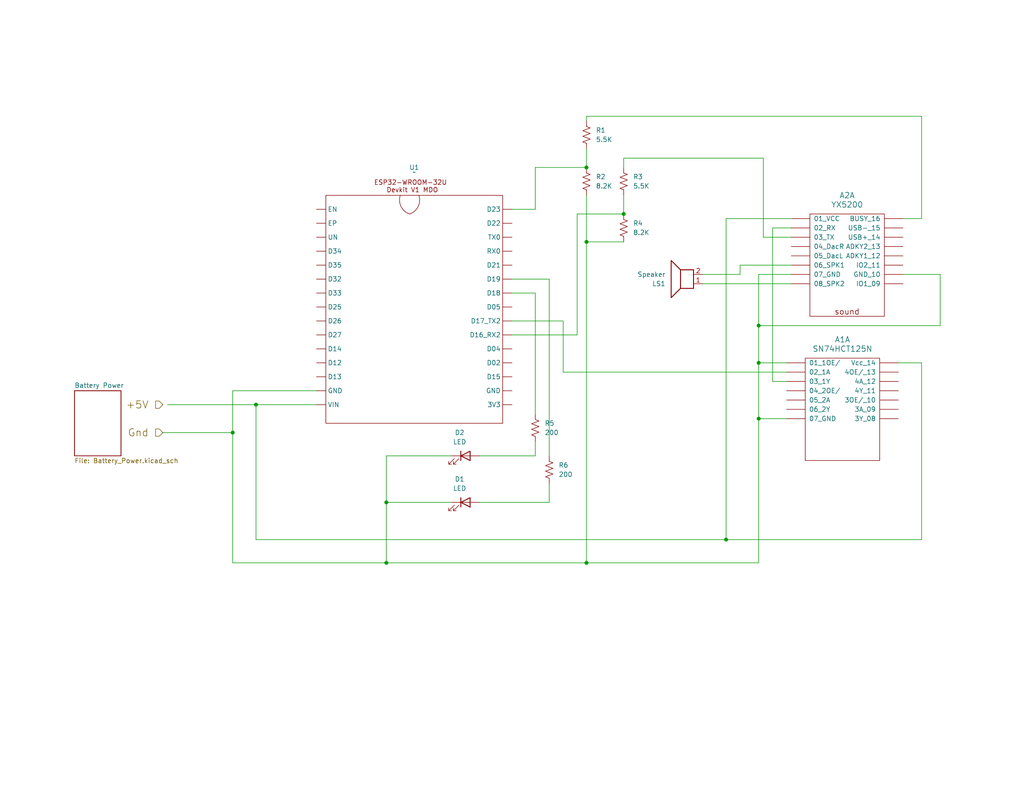
<source format=kicad_sch>
(kicad_sch (version 20231120) (generator "eeschema") (generator_version "8.0")
  (paper "USLetter")
  (title_block (title "DuelWithBanjos") (date "2025-03-16") (rev "Rev 0.9") (company "https://github.com/Mark-MDO47"))
  (lib_symbols
    (symbol "Device:LED" (pin_numbers hide) (pin_names (offset 1.016) hide)
      (property "Reference" "D" (at 0 2.54 0))
      (property "Value" "LED" (at 0 -2.54 0))
      (symbol "LED_1_1"
        (pin passive line (at -3.81 0 0) (length 2.54) (name "K") (number "1"))
        (pin passive line (at 3.81 0 180) (length 2.54) (name "A") (number "2"))
      )
    )
    (symbol "Device:R_US" (pin_numbers hide) (pin_names (offset 0))
      (property "Reference" "R" (at 2.54 0 90))
      (property "Value" "R_US" (at -2.54 0 90))
      (symbol "R_US_1_1"
        (pin passive line (at 0 3.81 270) (length 1.27) (name "~") (number "1"))
        (pin passive line (at 0 -3.81 90) (length 1.27) (name "~") (number "2"))
      )
    )
    (symbol "Device:Speaker" (pin_names (offset 0) hide)
      (property "Reference" "LS" (at 1.27 5.715 0))
      (property "Value" "Speaker" (at 1.27 3.81 0))
      (symbol "Speaker_1_1"
        (pin input line (at -5.08 0 0) (length 2.54) (name "1") (number "1"))
        (pin input line (at -5.08 -2.54 0) (length 2.54) (name "2") (number "2"))
      )
    )
    (symbol "mdoLibrary:SN74HCT125N" (pin_names (offset 1.016))
      (property "Reference" "A" (at 0 -2.54 0))
      (property "Value" "SN74HCT125N" (at 0 -5.08 0))
      (symbol "SN74HCT125N_1_1"
        (pin input line (at -15.24 17.78 0) (length 5.08) (name "01_1OE/") (number "~"))
        (pin input line (at -15.24 15.24 0) (length 5.08) (name "02_1A") (number "~"))
        (pin input line (at -15.24 12.7 0) (length 5.08) (name "03_1Y") (number "~"))
        (pin input line (at -15.24 10.16 0) (length 5.08) (name "04_2OE/") (number "~"))
        (pin input line (at -15.24 7.62 0) (length 5.08) (name "05_2A") (number "~"))
        (pin input line (at -15.24 5.08 0) (length 5.08) (name "06_2Y") (number "~"))
        (pin input line (at -15.24 2.54 0) (length 5.08) (name "07_GND") (number "~"))
        (pin input line (at 15.24 5.08 180) (length 5.08) (name "3A_09") (number "~"))
        (pin input line (at 15.24 7.62 180) (length 5.08) (name "3OE/_10") (number "~"))
        (pin input line (at 15.24 2.54 180) (length 5.08) (name "3Y_08") (number "~"))
        (pin input line (at 15.24 12.7 180) (length 5.08) (name "4A_12") (number "~"))
        (pin input line (at 15.24 15.24 180) (length 5.08) (name "4OE/_13") (number "~"))
        (pin input line (at 15.24 10.16 180) (length 5.08) (name "4Y_11") (number "~"))
        (pin input line (at 15.24 17.78 180) (length 5.08) (name "Vcc_14") (number "~"))
      )
      (symbol "SN74HCT125N_2_1"
        (pin input line (at -15.24 17.78 0) (length 5.08) (name "01_1OE/") (number "~"))
        (pin input line (at -15.24 15.24 0) (length 5.08) (name "02_1A") (number "~"))
        (pin input line (at -15.24 12.7 0) (length 5.08) (name "03_1Y") (number "~"))
        (pin input line (at -15.24 10.16 0) (length 5.08) (name "04_2OE/") (number "~"))
        (pin input line (at -15.24 7.62 0) (length 5.08) (name "05_2A") (number "~"))
        (pin input line (at -15.24 5.08 0) (length 5.08) (name "06_2Y") (number "~"))
        (pin input line (at -15.24 2.54 0) (length 5.08) (name "07_GND") (number "~"))
        (pin input line (at 15.24 5.08 180) (length 5.08) (name "3A_09") (number "~"))
        (pin input line (at 15.24 7.62 180) (length 5.08) (name "3OE/_10") (number "~"))
        (pin input line (at 15.24 2.54 180) (length 5.08) (name "3Y_08") (number "~"))
        (pin input line (at 15.24 12.7 180) (length 5.08) (name "4A_12") (number "~"))
        (pin input line (at 15.24 15.24 180) (length 5.08) (name "4OE/_13") (number "~"))
        (pin input line (at 15.24 10.16 180) (length 5.08) (name "4Y_11") (number "~"))
        (pin input line (at 15.24 17.78 180) (length 5.08) (name "Vcc_14") (number "~"))
      )
      (symbol "SN74HCT125N_3_1"
        (pin input line (at -15.24 17.78 0) (length 5.08) (name "01_1OE/") (number "~"))
        (pin input line (at -15.24 15.24 0) (length 5.08) (name "02_1A") (number "~"))
        (pin input line (at -15.24 12.7 0) (length 5.08) (name "03_1Y") (number "~"))
        (pin input line (at -15.24 10.16 0) (length 5.08) (name "04_2OE/") (number "~"))
        (pin input line (at -15.24 7.62 0) (length 5.08) (name "05_2A") (number "~"))
        (pin input line (at -15.24 5.08 0) (length 5.08) (name "06_2Y") (number "~"))
        (pin input line (at -15.24 2.54 0) (length 5.08) (name "07_GND") (number "~"))
        (pin input line (at 15.24 5.08 180) (length 5.08) (name "3A_09") (number "~"))
        (pin input line (at 15.24 7.62 180) (length 5.08) (name "3OE/_10") (number "~"))
        (pin input line (at 15.24 2.54 180) (length 5.08) (name "3Y_08") (number "~"))
        (pin input line (at 15.24 12.7 180) (length 5.08) (name "4A_12") (number "~"))
        (pin input line (at 15.24 15.24 180) (length 5.08) (name "4OE/_13") (number "~"))
        (pin input line (at 15.24 10.16 180) (length 5.08) (name "4Y_11") (number "~"))
        (pin input line (at 15.24 17.78 180) (length 5.08) (name "Vcc_14") (number "~"))
      )
      (symbol "SN74HCT125N_4_1"
        (pin input line (at -15.24 17.78 0) (length 5.08) (name "01_1OE/") (number "~"))
        (pin input line (at -15.24 15.24 0) (length 5.08) (name "02_1A") (number "~"))
        (pin input line (at -15.24 12.7 0) (length 5.08) (name "03_1Y") (number "~"))
        (pin input line (at -15.24 10.16 0) (length 5.08) (name "04_2OE/") (number "~"))
        (pin input line (at -15.24 7.62 0) (length 5.08) (name "05_2A") (number "~"))
        (pin input line (at -15.24 5.08 0) (length 5.08) (name "06_2Y") (number "~"))
        (pin input line (at -15.24 2.54 0) (length 5.08) (name "07_GND") (number "~"))
        (pin input line (at 15.24 5.08 180) (length 5.08) (name "3A_09") (number "~"))
        (pin input line (at 15.24 7.62 180) (length 5.08) (name "3OE/_10") (number "~"))
        (pin input line (at 15.24 2.54 180) (length 5.08) (name "3Y_08") (number "~"))
        (pin input line (at 15.24 12.7 180) (length 5.08) (name "4A_12") (number "~"))
        (pin input line (at 15.24 15.24 180) (length 5.08) (name "4OE/_13") (number "~"))
        (pin input line (at 15.24 10.16 180) (length 5.08) (name "4Y_11") (number "~"))
        (pin input line (at 15.24 17.78 180) (length 5.08) (name "Vcc_14") (number "~"))
      )
      (symbol "SN74HCT125N_5_1"
        (pin input line (at -15.24 17.78 0) (length 5.08) (name "01_1OE/") (number "~"))
        (pin input line (at -15.24 15.24 0) (length 5.08) (name "02_1A") (number "~"))
        (pin input line (at -15.24 12.7 0) (length 5.08) (name "03_1Y") (number "~"))
        (pin input line (at -15.24 10.16 0) (length 5.08) (name "04_2OE/") (number "~"))
        (pin input line (at -15.24 7.62 0) (length 5.08) (name "05_2A") (number "~"))
        (pin input line (at -15.24 5.08 0) (length 5.08) (name "06_2Y") (number "~"))
        (pin input line (at -15.24 2.54 0) (length 5.08) (name "07_GND") (number "~"))
        (pin input line (at 15.24 5.08 180) (length 5.08) (name "3A_09") (number "~"))
        (pin input line (at 15.24 7.62 180) (length 5.08) (name "3OE/_10") (number "~"))
        (pin input line (at 15.24 2.54 180) (length 5.08) (name "3Y_08") (number "~"))
        (pin input line (at 15.24 12.7 180) (length 5.08) (name "4A_12") (number "~"))
        (pin input line (at 15.24 15.24 180) (length 5.08) (name "4OE/_13") (number "~"))
        (pin input line (at 15.24 10.16 180) (length 5.08) (name "4Y_11") (number "~"))
        (pin input line (at 15.24 17.78 180) (length 5.08) (name "Vcc_14") (number "~"))
      )
      (symbol "SN74HCT125N_6_1"
        (pin input line (at -15.24 17.78 0) (length 5.08) (name "01_1OE/") (number "~"))
        (pin input line (at -15.24 15.24 0) (length 5.08) (name "02_1A") (number "~"))
        (pin input line (at -15.24 12.7 0) (length 5.08) (name "03_1Y") (number "~"))
        (pin input line (at -15.24 10.16 0) (length 5.08) (name "04_2OE/") (number "~"))
        (pin input line (at -15.24 7.62 0) (length 5.08) (name "05_2A") (number "~"))
        (pin input line (at -15.24 5.08 0) (length 5.08) (name "06_2Y") (number "~"))
        (pin input line (at -15.24 2.54 0) (length 5.08) (name "07_GND") (number "~"))
        (pin input line (at 15.24 5.08 180) (length 5.08) (name "3A_09") (number "~"))
        (pin input line (at 15.24 7.62 180) (length 5.08) (name "3OE/_10") (number "~"))
        (pin input line (at 15.24 2.54 180) (length 5.08) (name "3Y_08") (number "~"))
        (pin input line (at 15.24 12.7 180) (length 5.08) (name "4A_12") (number "~"))
        (pin input line (at 15.24 15.24 180) (length 5.08) (name "4OE/_13") (number "~"))
        (pin input line (at 15.24 10.16 180) (length 5.08) (name "4Y_11") (number "~"))
        (pin input line (at 15.24 17.78 180) (length 5.08) (name "Vcc_14") (number "~"))
      )
      (symbol "SN74HCT125N_7_1"
        (pin input line (at -15.24 17.78 0) (length 5.08) (name "01_1OE/") (number "~"))
        (pin input line (at -15.24 15.24 0) (length 5.08) (name "02_1A") (number "~"))
        (pin input line (at -15.24 12.7 0) (length 5.08) (name "03_1Y") (number "~"))
        (pin input line (at -15.24 10.16 0) (length 5.08) (name "04_2OE/") (number "~"))
        (pin input line (at -15.24 7.62 0) (length 5.08) (name "05_2A") (number "~"))
        (pin input line (at -15.24 5.08 0) (length 5.08) (name "06_2Y") (number "~"))
        (pin input line (at -15.24 2.54 0) (length 5.08) (name "07_GND") (number "~"))
        (pin input line (at 15.24 5.08 180) (length 5.08) (name "3A_09") (number "~"))
        (pin input line (at 15.24 7.62 180) (length 5.08) (name "3OE/_10") (number "~"))
        (pin input line (at 15.24 2.54 180) (length 5.08) (name "3Y_08") (number "~"))
        (pin input line (at 15.24 12.7 180) (length 5.08) (name "4A_12") (number "~"))
        (pin input line (at 15.24 15.24 180) (length 5.08) (name "4OE/_13") (number "~"))
        (pin input line (at 15.24 10.16 180) (length 5.08) (name "4Y_11") (number "~"))
        (pin input line (at 15.24 17.78 180) (length 5.08) (name "Vcc_14") (number "~"))
      )
      (symbol "SN74HCT125N_8_1"
        (pin input line (at -15.24 17.78 0) (length 5.08) (name "01_1OE/") (number "~"))
        (pin input line (at -15.24 15.24 0) (length 5.08) (name "02_1A") (number "~"))
        (pin input line (at -15.24 12.7 0) (length 5.08) (name "03_1Y") (number "~"))
        (pin input line (at -15.24 10.16 0) (length 5.08) (name "04_2OE/") (number "~"))
        (pin input line (at -15.24 7.62 0) (length 5.08) (name "05_2A") (number "~"))
        (pin input line (at -15.24 5.08 0) (length 5.08) (name "06_2Y") (number "~"))
        (pin input line (at -15.24 2.54 0) (length 5.08) (name "07_GND") (number "~"))
        (pin input line (at 15.24 5.08 180) (length 5.08) (name "3A_09") (number "~"))
        (pin input line (at 15.24 7.62 180) (length 5.08) (name "3OE/_10") (number "~"))
        (pin input line (at 15.24 2.54 180) (length 5.08) (name "3Y_08") (number "~"))
        (pin input line (at 15.24 12.7 180) (length 5.08) (name "4A_12") (number "~"))
        (pin input line (at 15.24 15.24 180) (length 5.08) (name "4OE/_13") (number "~"))
        (pin input line (at 15.24 10.16 180) (length 5.08) (name "4Y_11") (number "~"))
        (pin input line (at 15.24 17.78 180) (length 5.08) (name "Vcc_14") (number "~"))
      )
      (symbol "SN74HCT125N_9_1"
        (pin input line (at -15.24 17.78 0) (length 5.08) (name "01_1OE/") (number "~"))
        (pin input line (at -15.24 15.24 0) (length 5.08) (name "02_1A") (number "~"))
        (pin input line (at -15.24 12.7 0) (length 5.08) (name "03_1Y") (number "~"))
        (pin input line (at -15.24 10.16 0) (length 5.08) (name "04_2OE/") (number "~"))
        (pin input line (at -15.24 7.62 0) (length 5.08) (name "05_2A") (number "~"))
        (pin input line (at -15.24 5.08 0) (length 5.08) (name "06_2Y") (number "~"))
        (pin input line (at -15.24 2.54 0) (length 5.08) (name "07_GND") (number "~"))
        (pin input line (at 15.24 5.08 180) (length 5.08) (name "3A_09") (number "~"))
        (pin input line (at 15.24 7.62 180) (length 5.08) (name "3OE/_10") (number "~"))
        (pin input line (at 15.24 2.54 180) (length 5.08) (name "3Y_08") (number "~"))
        (pin input line (at 15.24 12.7 180) (length 5.08) (name "4A_12") (number "~"))
        (pin input line (at 15.24 15.24 180) (length 5.08) (name "4OE/_13") (number "~"))
        (pin input line (at 15.24 10.16 180) (length 5.08) (name "4Y_11") (number "~"))
        (pin input line (at 15.24 17.78 180) (length 5.08) (name "Vcc_14") (number "~"))
      )
      (symbol "SN74HCT125N_10_1"
        (pin input line (at -15.24 17.78 0) (length 5.08) (name "01_1OE/") (number "~"))
        (pin input line (at -15.24 15.24 0) (length 5.08) (name "02_1A") (number "~"))
        (pin input line (at -15.24 12.7 0) (length 5.08) (name "03_1Y") (number "~"))
        (pin input line (at -15.24 10.16 0) (length 5.08) (name "04_2OE/") (number "~"))
        (pin input line (at -15.24 7.62 0) (length 5.08) (name "05_2A") (number "~"))
        (pin input line (at -15.24 5.08 0) (length 5.08) (name "06_2Y") (number "~"))
        (pin input line (at -15.24 2.54 0) (length 5.08) (name "07_GND") (number "~"))
        (pin input line (at 15.24 5.08 180) (length 5.08) (name "3A_09") (number "~"))
        (pin input line (at 15.24 7.62 180) (length 5.08) (name "3OE/_10") (number "~"))
        (pin input line (at 15.24 2.54 180) (length 5.08) (name "3Y_08") (number "~"))
        (pin input line (at 15.24 12.7 180) (length 5.08) (name "4A_12") (number "~"))
        (pin input line (at 15.24 15.24 180) (length 5.08) (name "4OE/_13") (number "~"))
        (pin input line (at 15.24 10.16 180) (length 5.08) (name "4Y_11") (number "~"))
        (pin input line (at 15.24 17.78 180) (length 5.08) (name "Vcc_14") (number "~"))
      )
      (symbol "SN74HCT125N_11_1"
        (pin input line (at -15.24 17.78 0) (length 5.08) (name "01_1OE/") (number "~"))
        (pin input line (at -15.24 15.24 0) (length 5.08) (name "02_1A") (number "~"))
        (pin input line (at -15.24 12.7 0) (length 5.08) (name "03_1Y") (number "~"))
        (pin input line (at -15.24 10.16 0) (length 5.08) (name "04_2OE/") (number "~"))
        (pin input line (at -15.24 7.62 0) (length 5.08) (name "05_2A") (number "~"))
        (pin input line (at -15.24 5.08 0) (length 5.08) (name "06_2Y") (number "~"))
        (pin input line (at -15.24 2.54 0) (length 5.08) (name "07_GND") (number "~"))
        (pin input line (at 15.24 5.08 180) (length 5.08) (name "3A_09") (number "~"))
        (pin input line (at 15.24 7.62 180) (length 5.08) (name "3OE/_10") (number "~"))
        (pin input line (at 15.24 2.54 180) (length 5.08) (name "3Y_08") (number "~"))
        (pin input line (at 15.24 12.7 180) (length 5.08) (name "4A_12") (number "~"))
        (pin input line (at 15.24 15.24 180) (length 5.08) (name "4OE/_13") (number "~"))
        (pin input line (at 15.24 10.16 180) (length 5.08) (name "4Y_11") (number "~"))
        (pin input line (at 15.24 17.78 180) (length 5.08) (name "Vcc_14") (number "~"))
      )
      (symbol "SN74HCT125N_12_1"
        (pin input line (at -15.24 17.78 0) (length 5.08) (name "01_1OE/") (number "~"))
        (pin input line (at -15.24 15.24 0) (length 5.08) (name "02_1A") (number "~"))
        (pin input line (at -15.24 12.7 0) (length 5.08) (name "03_1Y") (number "~"))
        (pin input line (at -15.24 10.16 0) (length 5.08) (name "04_2OE/") (number "~"))
        (pin input line (at -15.24 7.62 0) (length 5.08) (name "05_2A") (number "~"))
        (pin input line (at -15.24 5.08 0) (length 5.08) (name "06_2Y") (number "~"))
        (pin input line (at -15.24 2.54 0) (length 5.08) (name "07_GND") (number "~"))
        (pin input line (at 15.24 5.08 180) (length 5.08) (name "3A_09") (number "~"))
        (pin input line (at 15.24 7.62 180) (length 5.08) (name "3OE/_10") (number "~"))
        (pin input line (at 15.24 2.54 180) (length 5.08) (name "3Y_08") (number "~"))
        (pin input line (at 15.24 12.7 180) (length 5.08) (name "4A_12") (number "~"))
        (pin input line (at 15.24 15.24 180) (length 5.08) (name "4OE/_13") (number "~"))
        (pin input line (at 15.24 10.16 180) (length 5.08) (name "4Y_11") (number "~"))
        (pin input line (at 15.24 17.78 180) (length 5.08) (name "Vcc_14") (number "~"))
      )
      (symbol "SN74HCT125N_13_1"
        (pin input line (at -15.24 17.78 0) (length 5.08) (name "01_1OE/") (number "~"))
        (pin input line (at -15.24 15.24 0) (length 5.08) (name "02_1A") (number "~"))
        (pin input line (at -15.24 12.7 0) (length 5.08) (name "03_1Y") (number "~"))
        (pin input line (at -15.24 10.16 0) (length 5.08) (name "04_2OE/") (number "~"))
        (pin input line (at -15.24 7.62 0) (length 5.08) (name "05_2A") (number "~"))
        (pin input line (at -15.24 5.08 0) (length 5.08) (name "06_2Y") (number "~"))
        (pin input line (at -15.24 2.54 0) (length 5.08) (name "07_GND") (number "~"))
        (pin input line (at 15.24 5.08 180) (length 5.08) (name "3A_09") (number "~"))
        (pin input line (at 15.24 7.62 180) (length 5.08) (name "3OE/_10") (number "~"))
        (pin input line (at 15.24 2.54 180) (length 5.08) (name "3Y_08") (number "~"))
        (pin input line (at 15.24 12.7 180) (length 5.08) (name "4A_12") (number "~"))
        (pin input line (at 15.24 15.24 180) (length 5.08) (name "4OE/_13") (number "~"))
        (pin input line (at 15.24 10.16 180) (length 5.08) (name "4Y_11") (number "~"))
        (pin input line (at 15.24 17.78 180) (length 5.08) (name "Vcc_14") (number "~"))
      )
      (symbol "SN74HCT125N_14_1"
        (pin input line (at -15.24 17.78 0) (length 5.08) (name "01_1OE/") (number "~"))
        (pin input line (at -15.24 15.24 0) (length 5.08) (name "02_1A") (number "~"))
        (pin input line (at -15.24 12.7 0) (length 5.08) (name "03_1Y") (number "~"))
        (pin input line (at -15.24 10.16 0) (length 5.08) (name "04_2OE/") (number "~"))
        (pin input line (at -15.24 7.62 0) (length 5.08) (name "05_2A") (number "~"))
        (pin input line (at -15.24 5.08 0) (length 5.08) (name "06_2Y") (number "~"))
        (pin input line (at -15.24 2.54 0) (length 5.08) (name "07_GND") (number "~"))
        (pin input line (at 15.24 5.08 180) (length 5.08) (name "3A_09") (number "~"))
        (pin input line (at 15.24 7.62 180) (length 5.08) (name "3OE/_10") (number "~"))
        (pin input line (at 15.24 2.54 180) (length 5.08) (name "3Y_08") (number "~"))
        (pin input line (at 15.24 12.7 180) (length 5.08) (name "4A_12") (number "~"))
        (pin input line (at 15.24 15.24 180) (length 5.08) (name "4OE/_13") (number "~"))
        (pin input line (at 15.24 10.16 180) (length 5.08) (name "4Y_11") (number "~"))
        (pin input line (at 15.24 17.78 180) (length 5.08) (name "Vcc_14") (number "~"))
      )
      (symbol "SN74HCT125N_15_1"
        (pin input line (at -15.24 17.78 0) (length 5.08) (name "01_1OE/") (number "~"))
        (pin input line (at -15.24 15.24 0) (length 5.08) (name "02_1A") (number "~"))
        (pin input line (at -15.24 12.7 0) (length 5.08) (name "03_1Y") (number "~"))
        (pin input line (at -15.24 10.16 0) (length 5.08) (name "04_2OE/") (number "~"))
        (pin input line (at -15.24 7.62 0) (length 5.08) (name "05_2A") (number "~"))
        (pin input line (at -15.24 5.08 0) (length 5.08) (name "06_2Y") (number "~"))
        (pin input line (at -15.24 2.54 0) (length 5.08) (name "07_GND") (number "~"))
        (pin input line (at 15.24 5.08 180) (length 5.08) (name "3A_09") (number "~"))
        (pin input line (at 15.24 7.62 180) (length 5.08) (name "3OE/_10") (number "~"))
        (pin input line (at 15.24 2.54 180) (length 5.08) (name "3Y_08") (number "~"))
        (pin input line (at 15.24 12.7 180) (length 5.08) (name "4A_12") (number "~"))
        (pin input line (at 15.24 15.24 180) (length 5.08) (name "4OE/_13") (number "~"))
        (pin input line (at 15.24 10.16 180) (length 5.08) (name "4Y_11") (number "~"))
        (pin input line (at 15.24 17.78 180) (length 5.08) (name "Vcc_14") (number "~"))
      )
      (symbol "SN74HCT125N_16_1"
        (pin input line (at -15.24 17.78 0) (length 5.08) (name "01_1OE/") (number "~"))
        (pin input line (at -15.24 15.24 0) (length 5.08) (name "02_1A") (number "~"))
        (pin input line (at -15.24 12.7 0) (length 5.08) (name "03_1Y") (number "~"))
        (pin input line (at -15.24 10.16 0) (length 5.08) (name "04_2OE/") (number "~"))
        (pin input line (at -15.24 7.62 0) (length 5.08) (name "05_2A") (number "~"))
        (pin input line (at -15.24 5.08 0) (length 5.08) (name "06_2Y") (number "~"))
        (pin input line (at -15.24 2.54 0) (length 5.08) (name "07_GND") (number "~"))
        (pin input line (at 15.24 5.08 180) (length 5.08) (name "3A_09") (number "~"))
        (pin input line (at 15.24 7.62 180) (length 5.08) (name "3OE/_10") (number "~"))
        (pin input line (at 15.24 2.54 180) (length 5.08) (name "3Y_08") (number "~"))
        (pin input line (at 15.24 12.7 180) (length 5.08) (name "4A_12") (number "~"))
        (pin input line (at 15.24 15.24 180) (length 5.08) (name "4OE/_13") (number "~"))
        (pin input line (at 15.24 10.16 180) (length 5.08) (name "4Y_11") (number "~"))
        (pin input line (at 15.24 17.78 180) (length 5.08) (name "Vcc_14") (number "~"))
      )
      (symbol "SN74HCT125N_17_1"
        (pin input line (at -15.24 17.78 0) (length 5.08) (name "01_1OE/") (number "~"))
        (pin input line (at -15.24 15.24 0) (length 5.08) (name "02_1A") (number "~"))
        (pin input line (at -15.24 12.7 0) (length 5.08) (name "03_1Y") (number "~"))
        (pin input line (at -15.24 10.16 0) (length 5.08) (name "04_2OE/") (number "~"))
        (pin input line (at -15.24 7.62 0) (length 5.08) (name "05_2A") (number "~"))
        (pin input line (at -15.24 5.08 0) (length 5.08) (name "06_2Y") (number "~"))
        (pin input line (at -15.24 2.54 0) (length 5.08) (name "07_GND") (number "~"))
        (pin input line (at 15.24 5.08 180) (length 5.08) (name "3A_09") (number "~"))
        (pin input line (at 15.24 7.62 180) (length 5.08) (name "3OE/_10") (number "~"))
        (pin input line (at 15.24 2.54 180) (length 5.08) (name "3Y_08") (number "~"))
        (pin input line (at 15.24 12.7 180) (length 5.08) (name "4A_12") (number "~"))
        (pin input line (at 15.24 15.24 180) (length 5.08) (name "4OE/_13") (number "~"))
        (pin input line (at 15.24 10.16 180) (length 5.08) (name "4Y_11") (number "~"))
        (pin input line (at 15.24 17.78 180) (length 5.08) (name "Vcc_14") (number "~"))
      )
      (symbol "SN74HCT125N_18_1"
        (pin input line (at -15.24 17.78 0) (length 5.08) (name "01_1OE/") (number "~"))
        (pin input line (at -15.24 15.24 0) (length 5.08) (name "02_1A") (number "~"))
        (pin input line (at -15.24 12.7 0) (length 5.08) (name "03_1Y") (number "~"))
        (pin input line (at -15.24 10.16 0) (length 5.08) (name "04_2OE/") (number "~"))
        (pin input line (at -15.24 7.62 0) (length 5.08) (name "05_2A") (number "~"))
        (pin input line (at -15.24 5.08 0) (length 5.08) (name "06_2Y") (number "~"))
        (pin input line (at -15.24 2.54 0) (length 5.08) (name "07_GND") (number "~"))
        (pin input line (at 15.24 5.08 180) (length 5.08) (name "3A_09") (number "~"))
        (pin input line (at 15.24 7.62 180) (length 5.08) (name "3OE/_10") (number "~"))
        (pin input line (at 15.24 2.54 180) (length 5.08) (name "3Y_08") (number "~"))
        (pin input line (at 15.24 12.7 180) (length 5.08) (name "4A_12") (number "~"))
        (pin input line (at 15.24 15.24 180) (length 5.08) (name "4OE/_13") (number "~"))
        (pin input line (at 15.24 10.16 180) (length 5.08) (name "4Y_11") (number "~"))
        (pin input line (at 15.24 17.78 180) (length 5.08) (name "Vcc_14") (number "~"))
      )
      (symbol "SN74HCT125N_19_1"
        (pin input line (at -15.24 17.78 0) (length 5.08) (name "01_1OE/") (number "~"))
        (pin input line (at -15.24 15.24 0) (length 5.08) (name "02_1A") (number "~"))
        (pin input line (at -15.24 12.7 0) (length 5.08) (name "03_1Y") (number "~"))
        (pin input line (at -15.24 10.16 0) (length 5.08) (name "04_2OE/") (number "~"))
        (pin input line (at -15.24 7.62 0) (length 5.08) (name "05_2A") (number "~"))
        (pin input line (at -15.24 5.08 0) (length 5.08) (name "06_2Y") (number "~"))
        (pin input line (at -15.24 2.54 0) (length 5.08) (name "07_GND") (number "~"))
        (pin input line (at 15.24 5.08 180) (length 5.08) (name "3A_09") (number "~"))
        (pin input line (at 15.24 7.62 180) (length 5.08) (name "3OE/_10") (number "~"))
        (pin input line (at 15.24 2.54 180) (length 5.08) (name "3Y_08") (number "~"))
        (pin input line (at 15.24 12.7 180) (length 5.08) (name "4A_12") (number "~"))
        (pin input line (at 15.24 15.24 180) (length 5.08) (name "4OE/_13") (number "~"))
        (pin input line (at 15.24 10.16 180) (length 5.08) (name "4Y_11") (number "~"))
        (pin input line (at 15.24 17.78 180) (length 5.08) (name "Vcc_14") (number "~"))
      )
      (symbol "SN74HCT125N_20_1"
        (pin input line (at -15.24 17.78 0) (length 5.08) (name "01_1OE/") (number "~"))
        (pin input line (at -15.24 15.24 0) (length 5.08) (name "02_1A") (number "~"))
        (pin input line (at -15.24 12.7 0) (length 5.08) (name "03_1Y") (number "~"))
        (pin input line (at -15.24 10.16 0) (length 5.08) (name "04_2OE/") (number "~"))
        (pin input line (at -15.24 7.62 0) (length 5.08) (name "05_2A") (number "~"))
        (pin input line (at -15.24 5.08 0) (length 5.08) (name "06_2Y") (number "~"))
        (pin input line (at -15.24 2.54 0) (length 5.08) (name "07_GND") (number "~"))
        (pin input line (at 15.24 5.08 180) (length 5.08) (name "3A_09") (number "~"))
        (pin input line (at 15.24 7.62 180) (length 5.08) (name "3OE/_10") (number "~"))
        (pin input line (at 15.24 2.54 180) (length 5.08) (name "3Y_08") (number "~"))
        (pin input line (at 15.24 12.7 180) (length 5.08) (name "4A_12") (number "~"))
        (pin input line (at 15.24 15.24 180) (length 5.08) (name "4OE/_13") (number "~"))
        (pin input line (at 15.24 10.16 180) (length 5.08) (name "4Y_11") (number "~"))
        (pin input line (at 15.24 17.78 180) (length 5.08) (name "Vcc_14") (number "~"))
      )
      (symbol "SN74HCT125N_21_1"
        (pin input line (at -15.24 17.78 0) (length 5.08) (name "01_1OE/") (number "~"))
        (pin input line (at -15.24 15.24 0) (length 5.08) (name "02_1A") (number "~"))
        (pin input line (at -15.24 12.7 0) (length 5.08) (name "03_1Y") (number "~"))
        (pin input line (at -15.24 10.16 0) (length 5.08) (name "04_2OE/") (number "~"))
        (pin input line (at -15.24 7.62 0) (length 5.08) (name "05_2A") (number "~"))
        (pin input line (at -15.24 5.08 0) (length 5.08) (name "06_2Y") (number "~"))
        (pin input line (at -15.24 2.54 0) (length 5.08) (name "07_GND") (number "~"))
        (pin input line (at 15.24 5.08 180) (length 5.08) (name "3A_09") (number "~"))
        (pin input line (at 15.24 7.62 180) (length 5.08) (name "3OE/_10") (number "~"))
        (pin input line (at 15.24 2.54 180) (length 5.08) (name "3Y_08") (number "~"))
        (pin input line (at 15.24 12.7 180) (length 5.08) (name "4A_12") (number "~"))
        (pin input line (at 15.24 15.24 180) (length 5.08) (name "4OE/_13") (number "~"))
        (pin input line (at 15.24 10.16 180) (length 5.08) (name "4Y_11") (number "~"))
        (pin input line (at 15.24 17.78 180) (length 5.08) (name "Vcc_14") (number "~"))
      )
      (symbol "SN74HCT125N_22_1"
        (pin input line (at -15.24 17.78 0) (length 5.08) (name "01_1OE/") (number "~"))
        (pin input line (at -15.24 15.24 0) (length 5.08) (name "02_1A") (number "~"))
        (pin input line (at -15.24 12.7 0) (length 5.08) (name "03_1Y") (number "~"))
        (pin input line (at -15.24 10.16 0) (length 5.08) (name "04_2OE/") (number "~"))
        (pin input line (at -15.24 7.62 0) (length 5.08) (name "05_2A") (number "~"))
        (pin input line (at -15.24 5.08 0) (length 5.08) (name "06_2Y") (number "~"))
        (pin input line (at -15.24 2.54 0) (length 5.08) (name "07_GND") (number "~"))
        (pin input line (at 15.24 5.08 180) (length 5.08) (name "3A_09") (number "~"))
        (pin input line (at 15.24 7.62 180) (length 5.08) (name "3OE/_10") (number "~"))
        (pin input line (at 15.24 2.54 180) (length 5.08) (name "3Y_08") (number "~"))
        (pin input line (at 15.24 12.7 180) (length 5.08) (name "4A_12") (number "~"))
        (pin input line (at 15.24 15.24 180) (length 5.08) (name "4OE/_13") (number "~"))
        (pin input line (at 15.24 10.16 180) (length 5.08) (name "4Y_11") (number "~"))
        (pin input line (at 15.24 17.78 180) (length 5.08) (name "Vcc_14") (number "~"))
      )
      (symbol "SN74HCT125N_23_1"
        (pin input line (at -15.24 17.78 0) (length 5.08) (name "01_1OE/") (number "~"))
        (pin input line (at -15.24 15.24 0) (length 5.08) (name "02_1A") (number "~"))
        (pin input line (at -15.24 12.7 0) (length 5.08) (name "03_1Y") (number "~"))
        (pin input line (at -15.24 10.16 0) (length 5.08) (name "04_2OE/") (number "~"))
        (pin input line (at -15.24 7.62 0) (length 5.08) (name "05_2A") (number "~"))
        (pin input line (at -15.24 5.08 0) (length 5.08) (name "06_2Y") (number "~"))
        (pin input line (at -15.24 2.54 0) (length 5.08) (name "07_GND") (number "~"))
        (pin input line (at 15.24 5.08 180) (length 5.08) (name "3A_09") (number "~"))
        (pin input line (at 15.24 7.62 180) (length 5.08) (name "3OE/_10") (number "~"))
        (pin input line (at 15.24 2.54 180) (length 5.08) (name "3Y_08") (number "~"))
        (pin input line (at 15.24 12.7 180) (length 5.08) (name "4A_12") (number "~"))
        (pin input line (at 15.24 15.24 180) (length 5.08) (name "4OE/_13") (number "~"))
        (pin input line (at 15.24 10.16 180) (length 5.08) (name "4Y_11") (number "~"))
        (pin input line (at 15.24 17.78 180) (length 5.08) (name "Vcc_14") (number "~"))
      )
      (symbol "SN74HCT125N_24_1"
        (pin input line (at -15.24 17.78 0) (length 5.08) (name "01_1OE/") (number "~"))
        (pin input line (at -15.24 15.24 0) (length 5.08) (name "02_1A") (number "~"))
        (pin input line (at -15.24 12.7 0) (length 5.08) (name "03_1Y") (number "~"))
        (pin input line (at -15.24 10.16 0) (length 5.08) (name "04_2OE/") (number "~"))
        (pin input line (at -15.24 7.62 0) (length 5.08) (name "05_2A") (number "~"))
        (pin input line (at -15.24 5.08 0) (length 5.08) (name "06_2Y") (number "~"))
        (pin input line (at -15.24 2.54 0) (length 5.08) (name "07_GND") (number "~"))
        (pin input line (at 15.24 5.08 180) (length 5.08) (name "3A_09") (number "~"))
        (pin input line (at 15.24 7.62 180) (length 5.08) (name "3OE/_10") (number "~"))
        (pin input line (at 15.24 2.54 180) (length 5.08) (name "3Y_08") (number "~"))
        (pin input line (at 15.24 12.7 180) (length 5.08) (name "4A_12") (number "~"))
        (pin input line (at 15.24 15.24 180) (length 5.08) (name "4OE/_13") (number "~"))
        (pin input line (at 15.24 10.16 180) (length 5.08) (name "4Y_11") (number "~"))
        (pin input line (at 15.24 17.78 180) (length 5.08) (name "Vcc_14") (number "~"))
      )
      (symbol "SN74HCT125N_25_1"
        (pin input line (at -15.24 17.78 0) (length 5.08) (name "01_1OE/") (number "~"))
        (pin input line (at -15.24 15.24 0) (length 5.08) (name "02_1A") (number "~"))
        (pin input line (at -15.24 12.7 0) (length 5.08) (name "03_1Y") (number "~"))
        (pin input line (at -15.24 10.16 0) (length 5.08) (name "04_2OE/") (number "~"))
        (pin input line (at -15.24 7.62 0) (length 5.08) (name "05_2A") (number "~"))
        (pin input line (at -15.24 5.08 0) (length 5.08) (name "06_2Y") (number "~"))
        (pin input line (at -15.24 2.54 0) (length 5.08) (name "07_GND") (number "~"))
        (pin input line (at 15.24 5.08 180) (length 5.08) (name "3A_09") (number "~"))
        (pin input line (at 15.24 7.62 180) (length 5.08) (name "3OE/_10") (number "~"))
        (pin input line (at 15.24 2.54 180) (length 5.08) (name "3Y_08") (number "~"))
        (pin input line (at 15.24 12.7 180) (length 5.08) (name "4A_12") (number "~"))
        (pin input line (at 15.24 15.24 180) (length 5.08) (name "4OE/_13") (number "~"))
        (pin input line (at 15.24 10.16 180) (length 5.08) (name "4Y_11") (number "~"))
        (pin input line (at 15.24 17.78 180) (length 5.08) (name "Vcc_14") (number "~"))
      )
      (symbol "SN74HCT125N_26_1"
        (pin input line (at -15.24 17.78 0) (length 5.08) (name "01_1OE/") (number "~"))
        (pin input line (at -15.24 15.24 0) (length 5.08) (name "02_1A") (number "~"))
        (pin input line (at -15.24 12.7 0) (length 5.08) (name "03_1Y") (number "~"))
        (pin input line (at -15.24 10.16 0) (length 5.08) (name "04_2OE/") (number "~"))
        (pin input line (at -15.24 7.62 0) (length 5.08) (name "05_2A") (number "~"))
        (pin input line (at -15.24 5.08 0) (length 5.08) (name "06_2Y") (number "~"))
        (pin input line (at -15.24 2.54 0) (length 5.08) (name "07_GND") (number "~"))
        (pin input line (at 15.24 5.08 180) (length 5.08) (name "3A_09") (number "~"))
        (pin input line (at 15.24 7.62 180) (length 5.08) (name "3OE/_10") (number "~"))
        (pin input line (at 15.24 2.54 180) (length 5.08) (name "3Y_08") (number "~"))
        (pin input line (at 15.24 12.7 180) (length 5.08) (name "4A_12") (number "~"))
        (pin input line (at 15.24 15.24 180) (length 5.08) (name "4OE/_13") (number "~"))
        (pin input line (at 15.24 10.16 180) (length 5.08) (name "4Y_11") (number "~"))
        (pin input line (at 15.24 17.78 180) (length 5.08) (name "Vcc_14") (number "~"))
      )
      (symbol "SN74HCT125N_27_1"
        (pin input line (at -15.24 17.78 0) (length 5.08) (name "01_1OE/") (number "~"))
        (pin input line (at -15.24 15.24 0) (length 5.08) (name "02_1A") (number "~"))
        (pin input line (at -15.24 12.7 0) (length 5.08) (name "03_1Y") (number "~"))
        (pin input line (at -15.24 10.16 0) (length 5.08) (name "04_2OE/") (number "~"))
        (pin input line (at -15.24 7.62 0) (length 5.08) (name "05_2A") (number "~"))
        (pin input line (at -15.24 5.08 0) (length 5.08) (name "06_2Y") (number "~"))
        (pin input line (at -15.24 2.54 0) (length 5.08) (name "07_GND") (number "~"))
        (pin input line (at 15.24 5.08 180) (length 5.08) (name "3A_09") (number "~"))
        (pin input line (at 15.24 7.62 180) (length 5.08) (name "3OE/_10") (number "~"))
        (pin input line (at 15.24 2.54 180) (length 5.08) (name "3Y_08") (number "~"))
        (pin input line (at 15.24 12.7 180) (length 5.08) (name "4A_12") (number "~"))
        (pin input line (at 15.24 15.24 180) (length 5.08) (name "4OE/_13") (number "~"))
        (pin input line (at 15.24 10.16 180) (length 5.08) (name "4Y_11") (number "~"))
        (pin input line (at 15.24 17.78 180) (length 5.08) (name "Vcc_14") (number "~"))
      )
      (symbol "SN74HCT125N_28_1"
        (pin input line (at -15.24 17.78 0) (length 5.08) (name "01_1OE/") (number "~"))
        (pin input line (at -15.24 15.24 0) (length 5.08) (name "02_1A") (number "~"))
        (pin input line (at -15.24 12.7 0) (length 5.08) (name "03_1Y") (number "~"))
        (pin input line (at -15.24 10.16 0) (length 5.08) (name "04_2OE/") (number "~"))
        (pin input line (at -15.24 7.62 0) (length 5.08) (name "05_2A") (number "~"))
        (pin input line (at -15.24 5.08 0) (length 5.08) (name "06_2Y") (number "~"))
        (pin input line (at -15.24 2.54 0) (length 5.08) (name "07_GND") (number "~"))
        (pin input line (at 15.24 5.08 180) (length 5.08) (name "3A_09") (number "~"))
        (pin input line (at 15.24 7.62 180) (length 5.08) (name "3OE/_10") (number "~"))
        (pin input line (at 15.24 2.54 180) (length 5.08) (name "3Y_08") (number "~"))
        (pin input line (at 15.24 12.7 180) (length 5.08) (name "4A_12") (number "~"))
        (pin input line (at 15.24 15.24 180) (length 5.08) (name "4OE/_13") (number "~"))
        (pin input line (at 15.24 10.16 180) (length 5.08) (name "4Y_11") (number "~"))
        (pin input line (at 15.24 17.78 180) (length 5.08) (name "Vcc_14") (number "~"))
      )
      (symbol "SN74HCT125N_29_1"
        (pin input line (at -15.24 17.78 0) (length 5.08) (name "01_1OE/") (number "~"))
        (pin input line (at -15.24 15.24 0) (length 5.08) (name "02_1A") (number "~"))
        (pin input line (at -15.24 12.7 0) (length 5.08) (name "03_1Y") (number "~"))
        (pin input line (at -15.24 10.16 0) (length 5.08) (name "04_2OE/") (number "~"))
        (pin input line (at -15.24 7.62 0) (length 5.08) (name "05_2A") (number "~"))
        (pin input line (at -15.24 5.08 0) (length 5.08) (name "06_2Y") (number "~"))
        (pin input line (at -15.24 2.54 0) (length 5.08) (name "07_GND") (number "~"))
        (pin input line (at 15.24 5.08 180) (length 5.08) (name "3A_09") (number "~"))
        (pin input line (at 15.24 7.62 180) (length 5.08) (name "3OE/_10") (number "~"))
        (pin input line (at 15.24 2.54 180) (length 5.08) (name "3Y_08") (number "~"))
        (pin input line (at 15.24 12.7 180) (length 5.08) (name "4A_12") (number "~"))
        (pin input line (at 15.24 15.24 180) (length 5.08) (name "4OE/_13") (number "~"))
        (pin input line (at 15.24 10.16 180) (length 5.08) (name "4Y_11") (number "~"))
        (pin input line (at 15.24 17.78 180) (length 5.08) (name "Vcc_14") (number "~"))
      )
      (symbol "SN74HCT125N_30_1"
        (pin input line (at -15.24 17.78 0) (length 5.08) (name "01_1OE/") (number "~"))
        (pin input line (at -15.24 15.24 0) (length 5.08) (name "02_1A") (number "~"))
        (pin input line (at -15.24 12.7 0) (length 5.08) (name "03_1Y") (number "~"))
        (pin input line (at -15.24 10.16 0) (length 5.08) (name "04_2OE/") (number "~"))
        (pin input line (at -15.24 7.62 0) (length 5.08) (name "05_2A") (number "~"))
        (pin input line (at -15.24 5.08 0) (length 5.08) (name "06_2Y") (number "~"))
        (pin input line (at -15.24 2.54 0) (length 5.08) (name "07_GND") (number "~"))
        (pin input line (at 15.24 5.08 180) (length 5.08) (name "3A_09") (number "~"))
        (pin input line (at 15.24 7.62 180) (length 5.08) (name "3OE/_10") (number "~"))
        (pin input line (at 15.24 2.54 180) (length 5.08) (name "3Y_08") (number "~"))
        (pin input line (at 15.24 12.7 180) (length 5.08) (name "4A_12") (number "~"))
        (pin input line (at 15.24 15.24 180) (length 5.08) (name "4OE/_13") (number "~"))
        (pin input line (at 15.24 10.16 180) (length 5.08) (name "4Y_11") (number "~"))
        (pin input line (at 15.24 17.78 180) (length 5.08) (name "Vcc_14") (number "~"))
      )
      (symbol "SN74HCT125N_31_1"
        (pin input line (at -15.24 17.78 0) (length 5.08) (name "01_1OE/") (number "~"))
        (pin input line (at -15.24 15.24 0) (length 5.08) (name "02_1A") (number "~"))
        (pin input line (at -15.24 12.7 0) (length 5.08) (name "03_1Y") (number "~"))
        (pin input line (at -15.24 10.16 0) (length 5.08) (name "04_2OE/") (number "~"))
        (pin input line (at -15.24 7.62 0) (length 5.08) (name "05_2A") (number "~"))
        (pin input line (at -15.24 5.08 0) (length 5.08) (name "06_2Y") (number "~"))
        (pin input line (at -15.24 2.54 0) (length 5.08) (name "07_GND") (number "~"))
        (pin input line (at 15.24 5.08 180) (length 5.08) (name "3A_09") (number "~"))
        (pin input line (at 15.24 7.62 180) (length 5.08) (name "3OE/_10") (number "~"))
        (pin input line (at 15.24 2.54 180) (length 5.08) (name "3Y_08") (number "~"))
        (pin input line (at 15.24 12.7 180) (length 5.08) (name "4A_12") (number "~"))
        (pin input line (at 15.24 15.24 180) (length 5.08) (name "4OE/_13") (number "~"))
        (pin input line (at 15.24 10.16 180) (length 5.08) (name "4Y_11") (number "~"))
        (pin input line (at 15.24 17.78 180) (length 5.08) (name "Vcc_14") (number "~"))
      )
      (symbol "SN74HCT125N_32_1"
        (pin input line (at -15.24 17.78 0) (length 5.08) (name "01_1OE/") (number "~"))
        (pin input line (at -15.24 15.24 0) (length 5.08) (name "02_1A") (number "~"))
        (pin input line (at -15.24 12.7 0) (length 5.08) (name "03_1Y") (number "~"))
        (pin input line (at -15.24 10.16 0) (length 5.08) (name "04_2OE/") (number "~"))
        (pin input line (at -15.24 7.62 0) (length 5.08) (name "05_2A") (number "~"))
        (pin input line (at -15.24 5.08 0) (length 5.08) (name "06_2Y") (number "~"))
        (pin input line (at -15.24 2.54 0) (length 5.08) (name "07_GND") (number "~"))
        (pin input line (at 15.24 5.08 180) (length 5.08) (name "3A_09") (number "~"))
        (pin input line (at 15.24 7.62 180) (length 5.08) (name "3OE/_10") (number "~"))
        (pin input line (at 15.24 2.54 180) (length 5.08) (name "3Y_08") (number "~"))
        (pin input line (at 15.24 12.7 180) (length 5.08) (name "4A_12") (number "~"))
        (pin input line (at 15.24 15.24 180) (length 5.08) (name "4OE/_13") (number "~"))
        (pin input line (at 15.24 10.16 180) (length 5.08) (name "4Y_11") (number "~"))
        (pin input line (at 15.24 17.78 180) (length 5.08) (name "Vcc_14") (number "~"))
      )
      (symbol "SN74HCT125N_33_1"
        (pin input line (at -15.24 17.78 0) (length 5.08) (name "01_1OE/") (number "~"))
        (pin input line (at -15.24 15.24 0) (length 5.08) (name "02_1A") (number "~"))
        (pin input line (at -15.24 12.7 0) (length 5.08) (name "03_1Y") (number "~"))
        (pin input line (at -15.24 10.16 0) (length 5.08) (name "04_2OE/") (number "~"))
        (pin input line (at -15.24 7.62 0) (length 5.08) (name "05_2A") (number "~"))
        (pin input line (at -15.24 5.08 0) (length 5.08) (name "06_2Y") (number "~"))
        (pin input line (at -15.24 2.54 0) (length 5.08) (name "07_GND") (number "~"))
        (pin input line (at 15.24 5.08 180) (length 5.08) (name "3A_09") (number "~"))
        (pin input line (at 15.24 7.62 180) (length 5.08) (name "3OE/_10") (number "~"))
        (pin input line (at 15.24 2.54 180) (length 5.08) (name "3Y_08") (number "~"))
        (pin input line (at 15.24 12.7 180) (length 5.08) (name "4A_12") (number "~"))
        (pin input line (at 15.24 15.24 180) (length 5.08) (name "4OE/_13") (number "~"))
        (pin input line (at 15.24 10.16 180) (length 5.08) (name "4Y_11") (number "~"))
        (pin input line (at 15.24 17.78 180) (length 5.08) (name "Vcc_14") (number "~"))
      )
      (symbol "SN74HCT125N_34_1"
        (pin input line (at -15.24 17.78 0) (length 5.08) (name "01_1OE/") (number "~"))
        (pin input line (at -15.24 15.24 0) (length 5.08) (name "02_1A") (number "~"))
        (pin input line (at -15.24 12.7 0) (length 5.08) (name "03_1Y") (number "~"))
        (pin input line (at -15.24 10.16 0) (length 5.08) (name "04_2OE/") (number "~"))
        (pin input line (at -15.24 7.62 0) (length 5.08) (name "05_2A") (number "~"))
        (pin input line (at -15.24 5.08 0) (length 5.08) (name "06_2Y") (number "~"))
        (pin input line (at -15.24 2.54 0) (length 5.08) (name "07_GND") (number "~"))
        (pin input line (at 15.24 5.08 180) (length 5.08) (name "3A_09") (number "~"))
        (pin input line (at 15.24 7.62 180) (length 5.08) (name "3OE/_10") (number "~"))
        (pin input line (at 15.24 2.54 180) (length 5.08) (name "3Y_08") (number "~"))
        (pin input line (at 15.24 12.7 180) (length 5.08) (name "4A_12") (number "~"))
        (pin input line (at 15.24 15.24 180) (length 5.08) (name "4OE/_13") (number "~"))
        (pin input line (at 15.24 10.16 180) (length 5.08) (name "4Y_11") (number "~"))
        (pin input line (at 15.24 17.78 180) (length 5.08) (name "Vcc_14") (number "~"))
      )
      (symbol "SN74HCT125N_35_1"
        (pin input line (at -15.24 17.78 0) (length 5.08) (name "01_1OE/") (number "~"))
        (pin input line (at -15.24 15.24 0) (length 5.08) (name "02_1A") (number "~"))
        (pin input line (at -15.24 12.7 0) (length 5.08) (name "03_1Y") (number "~"))
        (pin input line (at -15.24 10.16 0) (length 5.08) (name "04_2OE/") (number "~"))
        (pin input line (at -15.24 7.62 0) (length 5.08) (name "05_2A") (number "~"))
        (pin input line (at -15.24 5.08 0) (length 5.08) (name "06_2Y") (number "~"))
        (pin input line (at -15.24 2.54 0) (length 5.08) (name "07_GND") (number "~"))
        (pin input line (at 15.24 5.08 180) (length 5.08) (name "3A_09") (number "~"))
        (pin input line (at 15.24 7.62 180) (length 5.08) (name "3OE/_10") (number "~"))
        (pin input line (at 15.24 2.54 180) (length 5.08) (name "3Y_08") (number "~"))
        (pin input line (at 15.24 12.7 180) (length 5.08) (name "4A_12") (number "~"))
        (pin input line (at 15.24 15.24 180) (length 5.08) (name "4OE/_13") (number "~"))
        (pin input line (at 15.24 10.16 180) (length 5.08) (name "4Y_11") (number "~"))
        (pin input line (at 15.24 17.78 180) (length 5.08) (name "Vcc_14") (number "~"))
      )
      (symbol "SN74HCT125N_36_1"
        (pin input line (at -15.24 17.78 0) (length 5.08) (name "01_1OE/") (number "~"))
        (pin input line (at -15.24 15.24 0) (length 5.08) (name "02_1A") (number "~"))
        (pin input line (at -15.24 12.7 0) (length 5.08) (name "03_1Y") (number "~"))
        (pin input line (at -15.24 10.16 0) (length 5.08) (name "04_2OE/") (number "~"))
        (pin input line (at -15.24 7.62 0) (length 5.08) (name "05_2A") (number "~"))
        (pin input line (at -15.24 5.08 0) (length 5.08) (name "06_2Y") (number "~"))
        (pin input line (at -15.24 2.54 0) (length 5.08) (name "07_GND") (number "~"))
        (pin input line (at 15.24 5.08 180) (length 5.08) (name "3A_09") (number "~"))
        (pin input line (at 15.24 7.62 180) (length 5.08) (name "3OE/_10") (number "~"))
        (pin input line (at 15.24 2.54 180) (length 5.08) (name "3Y_08") (number "~"))
        (pin input line (at 15.24 12.7 180) (length 5.08) (name "4A_12") (number "~"))
        (pin input line (at 15.24 15.24 180) (length 5.08) (name "4OE/_13") (number "~"))
        (pin input line (at 15.24 10.16 180) (length 5.08) (name "4Y_11") (number "~"))
        (pin input line (at 15.24 17.78 180) (length 5.08) (name "Vcc_14") (number "~"))
      )
      (symbol "SN74HCT125N_37_1"
        (pin input line (at -15.24 17.78 0) (length 5.08) (name "01_1OE/") (number "~"))
        (pin input line (at -15.24 15.24 0) (length 5.08) (name "02_1A") (number "~"))
        (pin input line (at -15.24 12.7 0) (length 5.08) (name "03_1Y") (number "~"))
        (pin input line (at -15.24 10.16 0) (length 5.08) (name "04_2OE/") (number "~"))
        (pin input line (at -15.24 7.62 0) (length 5.08) (name "05_2A") (number "~"))
        (pin input line (at -15.24 5.08 0) (length 5.08) (name "06_2Y") (number "~"))
        (pin input line (at -15.24 2.54 0) (length 5.08) (name "07_GND") (number "~"))
        (pin input line (at 15.24 5.08 180) (length 5.08) (name "3A_09") (number "~"))
        (pin input line (at 15.24 7.62 180) (length 5.08) (name "3OE/_10") (number "~"))
        (pin input line (at 15.24 2.54 180) (length 5.08) (name "3Y_08") (number "~"))
        (pin input line (at 15.24 12.7 180) (length 5.08) (name "4A_12") (number "~"))
        (pin input line (at 15.24 15.24 180) (length 5.08) (name "4OE/_13") (number "~"))
        (pin input line (at 15.24 10.16 180) (length 5.08) (name "4Y_11") (number "~"))
        (pin input line (at 15.24 17.78 180) (length 5.08) (name "Vcc_14") (number "~"))
      )
      (symbol "SN74HCT125N_38_1"
        (pin input line (at -15.24 17.78 0) (length 5.08) (name "01_1OE/") (number "~"))
        (pin input line (at -15.24 15.24 0) (length 5.08) (name "02_1A") (number "~"))
        (pin input line (at -15.24 12.7 0) (length 5.08) (name "03_1Y") (number "~"))
        (pin input line (at -15.24 10.16 0) (length 5.08) (name "04_2OE/") (number "~"))
        (pin input line (at -15.24 7.62 0) (length 5.08) (name "05_2A") (number "~"))
        (pin input line (at -15.24 5.08 0) (length 5.08) (name "06_2Y") (number "~"))
        (pin input line (at -15.24 2.54 0) (length 5.08) (name "07_GND") (number "~"))
        (pin input line (at 15.24 5.08 180) (length 5.08) (name "3A_09") (number "~"))
        (pin input line (at 15.24 7.62 180) (length 5.08) (name "3OE/_10") (number "~"))
        (pin input line (at 15.24 2.54 180) (length 5.08) (name "3Y_08") (number "~"))
        (pin input line (at 15.24 12.7 180) (length 5.08) (name "4A_12") (number "~"))
        (pin input line (at 15.24 15.24 180) (length 5.08) (name "4OE/_13") (number "~"))
        (pin input line (at 15.24 10.16 180) (length 5.08) (name "4Y_11") (number "~"))
        (pin input line (at 15.24 17.78 180) (length 5.08) (name "Vcc_14") (number "~"))
      )
      (symbol "SN74HCT125N_39_1"
        (pin input line (at -15.24 17.78 0) (length 5.08) (name "01_1OE/") (number "~"))
        (pin input line (at -15.24 15.24 0) (length 5.08) (name "02_1A") (number "~"))
        (pin input line (at -15.24 12.7 0) (length 5.08) (name "03_1Y") (number "~"))
        (pin input line (at -15.24 10.16 0) (length 5.08) (name "04_2OE/") (number "~"))
        (pin input line (at -15.24 7.62 0) (length 5.08) (name "05_2A") (number "~"))
        (pin input line (at -15.24 5.08 0) (length 5.08) (name "06_2Y") (number "~"))
        (pin input line (at -15.24 2.54 0) (length 5.08) (name "07_GND") (number "~"))
        (pin input line (at 15.24 5.08 180) (length 5.08) (name "3A_09") (number "~"))
        (pin input line (at 15.24 7.62 180) (length 5.08) (name "3OE/_10") (number "~"))
        (pin input line (at 15.24 2.54 180) (length 5.08) (name "3Y_08") (number "~"))
        (pin input line (at 15.24 12.7 180) (length 5.08) (name "4A_12") (number "~"))
        (pin input line (at 15.24 15.24 180) (length 5.08) (name "4OE/_13") (number "~"))
        (pin input line (at 15.24 10.16 180) (length 5.08) (name "4Y_11") (number "~"))
        (pin input line (at 15.24 17.78 180) (length 5.08) (name "Vcc_14") (number "~"))
      )
      (symbol "SN74HCT125N_40_1"
        (pin input line (at -15.24 17.78 0) (length 5.08) (name "01_1OE/") (number "~"))
        (pin input line (at -15.24 15.24 0) (length 5.08) (name "02_1A") (number "~"))
        (pin input line (at -15.24 12.7 0) (length 5.08) (name "03_1Y") (number "~"))
        (pin input line (at -15.24 10.16 0) (length 5.08) (name "04_2OE/") (number "~"))
        (pin input line (at -15.24 7.62 0) (length 5.08) (name "05_2A") (number "~"))
        (pin input line (at -15.24 5.08 0) (length 5.08) (name "06_2Y") (number "~"))
        (pin input line (at -15.24 2.54 0) (length 5.08) (name "07_GND") (number "~"))
        (pin input line (at 15.24 5.08 180) (length 5.08) (name "3A_09") (number "~"))
        (pin input line (at 15.24 7.62 180) (length 5.08) (name "3OE/_10") (number "~"))
        (pin input line (at 15.24 2.54 180) (length 5.08) (name "3Y_08") (number "~"))
        (pin input line (at 15.24 12.7 180) (length 5.08) (name "4A_12") (number "~"))
        (pin input line (at 15.24 15.24 180) (length 5.08) (name "4OE/_13") (number "~"))
        (pin input line (at 15.24 10.16 180) (length 5.08) (name "4Y_11") (number "~"))
        (pin input line (at 15.24 17.78 180) (length 5.08) (name "Vcc_14") (number "~"))
      )
      (symbol "SN74HCT125N_41_1"
        (pin input line (at -15.24 17.78 0) (length 5.08) (name "01_1OE/") (number "~"))
        (pin input line (at -15.24 15.24 0) (length 5.08) (name "02_1A") (number "~"))
        (pin input line (at -15.24 12.7 0) (length 5.08) (name "03_1Y") (number "~"))
        (pin input line (at -15.24 10.16 0) (length 5.08) (name "04_2OE/") (number "~"))
        (pin input line (at -15.24 7.62 0) (length 5.08) (name "05_2A") (number "~"))
        (pin input line (at -15.24 5.08 0) (length 5.08) (name "06_2Y") (number "~"))
        (pin input line (at -15.24 2.54 0) (length 5.08) (name "07_GND") (number "~"))
        (pin input line (at 15.24 5.08 180) (length 5.08) (name "3A_09") (number "~"))
        (pin input line (at 15.24 7.62 180) (length 5.08) (name "3OE/_10") (number "~"))
        (pin input line (at 15.24 2.54 180) (length 5.08) (name "3Y_08") (number "~"))
        (pin input line (at 15.24 12.7 180) (length 5.08) (name "4A_12") (number "~"))
        (pin input line (at 15.24 15.24 180) (length 5.08) (name "4OE/_13") (number "~"))
        (pin input line (at 15.24 10.16 180) (length 5.08) (name "4Y_11") (number "~"))
        (pin input line (at 15.24 17.78 180) (length 5.08) (name "Vcc_14") (number "~"))
      )
      (symbol "SN74HCT125N_42_1"
        (pin input line (at -15.24 17.78 0) (length 5.08) (name "01_1OE/") (number "~"))
        (pin input line (at -15.24 15.24 0) (length 5.08) (name "02_1A") (number "~"))
        (pin input line (at -15.24 12.7 0) (length 5.08) (name "03_1Y") (number "~"))
        (pin input line (at -15.24 10.16 0) (length 5.08) (name "04_2OE/") (number "~"))
        (pin input line (at -15.24 7.62 0) (length 5.08) (name "05_2A") (number "~"))
        (pin input line (at -15.24 5.08 0) (length 5.08) (name "06_2Y") (number "~"))
        (pin input line (at -15.24 2.54 0) (length 5.08) (name "07_GND") (number "~"))
        (pin input line (at 15.24 5.08 180) (length 5.08) (name "3A_09") (number "~"))
        (pin input line (at 15.24 7.62 180) (length 5.08) (name "3OE/_10") (number "~"))
        (pin input line (at 15.24 2.54 180) (length 5.08) (name "3Y_08") (number "~"))
        (pin input line (at 15.24 12.7 180) (length 5.08) (name "4A_12") (number "~"))
        (pin input line (at 15.24 15.24 180) (length 5.08) (name "4OE/_13") (number "~"))
        (pin input line (at 15.24 10.16 180) (length 5.08) (name "4Y_11") (number "~"))
        (pin input line (at 15.24 17.78 180) (length 5.08) (name "Vcc_14") (number "~"))
      )
      (symbol "SN74HCT125N_43_1"
        (pin input line (at -15.24 17.78 0) (length 5.08) (name "01_1OE/") (number "~"))
        (pin input line (at -15.24 15.24 0) (length 5.08) (name "02_1A") (number "~"))
        (pin input line (at -15.24 12.7 0) (length 5.08) (name "03_1Y") (number "~"))
        (pin input line (at -15.24 10.16 0) (length 5.08) (name "04_2OE/") (number "~"))
        (pin input line (at -15.24 7.62 0) (length 5.08) (name "05_2A") (number "~"))
        (pin input line (at -15.24 5.08 0) (length 5.08) (name "06_2Y") (number "~"))
        (pin input line (at -15.24 2.54 0) (length 5.08) (name "07_GND") (number "~"))
        (pin input line (at 15.24 5.08 180) (length 5.08) (name "3A_09") (number "~"))
        (pin input line (at 15.24 7.62 180) (length 5.08) (name "3OE/_10") (number "~"))
        (pin input line (at 15.24 2.54 180) (length 5.08) (name "3Y_08") (number "~"))
        (pin input line (at 15.24 12.7 180) (length 5.08) (name "4A_12") (number "~"))
        (pin input line (at 15.24 15.24 180) (length 5.08) (name "4OE/_13") (number "~"))
        (pin input line (at 15.24 10.16 180) (length 5.08) (name "4Y_11") (number "~"))
        (pin input line (at 15.24 17.78 180) (length 5.08) (name "Vcc_14") (number "~"))
      )
      (symbol "SN74HCT125N_44_1"
        (pin input line (at -15.24 17.78 0) (length 5.08) (name "01_1OE/") (number "~"))
        (pin input line (at -15.24 15.24 0) (length 5.08) (name "02_1A") (number "~"))
        (pin input line (at -15.24 12.7 0) (length 5.08) (name "03_1Y") (number "~"))
        (pin input line (at -15.24 10.16 0) (length 5.08) (name "04_2OE/") (number "~"))
        (pin input line (at -15.24 7.62 0) (length 5.08) (name "05_2A") (number "~"))
        (pin input line (at -15.24 5.08 0) (length 5.08) (name "06_2Y") (number "~"))
        (pin input line (at -15.24 2.54 0) (length 5.08) (name "07_GND") (number "~"))
        (pin input line (at 15.24 5.08 180) (length 5.08) (name "3A_09") (number "~"))
        (pin input line (at 15.24 7.62 180) (length 5.08) (name "3OE/_10") (number "~"))
        (pin input line (at 15.24 2.54 180) (length 5.08) (name "3Y_08") (number "~"))
        (pin input line (at 15.24 12.7 180) (length 5.08) (name "4A_12") (number "~"))
        (pin input line (at 15.24 15.24 180) (length 5.08) (name "4OE/_13") (number "~"))
        (pin input line (at 15.24 10.16 180) (length 5.08) (name "4Y_11") (number "~"))
        (pin input line (at 15.24 17.78 180) (length 5.08) (name "Vcc_14") (number "~"))
      )
      (symbol "SN74HCT125N_45_1"
        (pin input line (at -15.24 17.78 0) (length 5.08) (name "01_1OE/") (number "~"))
        (pin input line (at -15.24 15.24 0) (length 5.08) (name "02_1A") (number "~"))
        (pin input line (at -15.24 12.7 0) (length 5.08) (name "03_1Y") (number "~"))
        (pin input line (at -15.24 10.16 0) (length 5.08) (name "04_2OE/") (number "~"))
        (pin input line (at -15.24 7.62 0) (length 5.08) (name "05_2A") (number "~"))
        (pin input line (at -15.24 5.08 0) (length 5.08) (name "06_2Y") (number "~"))
        (pin input line (at -15.24 2.54 0) (length 5.08) (name "07_GND") (number "~"))
        (pin input line (at 15.24 5.08 180) (length 5.08) (name "3A_09") (number "~"))
        (pin input line (at 15.24 7.62 180) (length 5.08) (name "3OE/_10") (number "~"))
        (pin input line (at 15.24 2.54 180) (length 5.08) (name "3Y_08") (number "~"))
        (pin input line (at 15.24 12.7 180) (length 5.08) (name "4A_12") (number "~"))
        (pin input line (at 15.24 15.24 180) (length 5.08) (name "4OE/_13") (number "~"))
        (pin input line (at 15.24 10.16 180) (length 5.08) (name "4Y_11") (number "~"))
        (pin input line (at 15.24 17.78 180) (length 5.08) (name "Vcc_14") (number "~"))
      )
      (symbol "SN74HCT125N_46_1"
        (pin input line (at -15.24 17.78 0) (length 5.08) (name "01_1OE/") (number "~"))
        (pin input line (at -15.24 15.24 0) (length 5.08) (name "02_1A") (number "~"))
        (pin input line (at -15.24 12.7 0) (length 5.08) (name "03_1Y") (number "~"))
        (pin input line (at -15.24 10.16 0) (length 5.08) (name "04_2OE/") (number "~"))
        (pin input line (at -15.24 7.62 0) (length 5.08) (name "05_2A") (number "~"))
        (pin input line (at -15.24 5.08 0) (length 5.08) (name "06_2Y") (number "~"))
        (pin input line (at -15.24 2.54 0) (length 5.08) (name "07_GND") (number "~"))
        (pin input line (at 15.24 5.08 180) (length 5.08) (name "3A_09") (number "~"))
        (pin input line (at 15.24 7.62 180) (length 5.08) (name "3OE/_10") (number "~"))
        (pin input line (at 15.24 2.54 180) (length 5.08) (name "3Y_08") (number "~"))
        (pin input line (at 15.24 12.7 180) (length 5.08) (name "4A_12") (number "~"))
        (pin input line (at 15.24 15.24 180) (length 5.08) (name "4OE/_13") (number "~"))
        (pin input line (at 15.24 10.16 180) (length 5.08) (name "4Y_11") (number "~"))
        (pin input line (at 15.24 17.78 180) (length 5.08) (name "Vcc_14") (number "~"))
      )
      (symbol "SN74HCT125N_47_1"
        (pin input line (at -15.24 17.78 0) (length 5.08) (name "01_1OE/") (number "~"))
        (pin input line (at -15.24 15.24 0) (length 5.08) (name "02_1A") (number "~"))
        (pin input line (at -15.24 12.7 0) (length 5.08) (name "03_1Y") (number "~"))
        (pin input line (at -15.24 10.16 0) (length 5.08) (name "04_2OE/") (number "~"))
        (pin input line (at -15.24 7.62 0) (length 5.08) (name "05_2A") (number "~"))
        (pin input line (at -15.24 5.08 0) (length 5.08) (name "06_2Y") (number "~"))
        (pin input line (at -15.24 2.54 0) (length 5.08) (name "07_GND") (number "~"))
        (pin input line (at 15.24 5.08 180) (length 5.08) (name "3A_09") (number "~"))
        (pin input line (at 15.24 7.62 180) (length 5.08) (name "3OE/_10") (number "~"))
        (pin input line (at 15.24 2.54 180) (length 5.08) (name "3Y_08") (number "~"))
        (pin input line (at 15.24 12.7 180) (length 5.08) (name "4A_12") (number "~"))
        (pin input line (at 15.24 15.24 180) (length 5.08) (name "4OE/_13") (number "~"))
        (pin input line (at 15.24 10.16 180) (length 5.08) (name "4Y_11") (number "~"))
        (pin input line (at 15.24 17.78 180) (length 5.08) (name "Vcc_14") (number "~"))
      )
      (symbol "SN74HCT125N_48_1"
        (pin input line (at -15.24 17.78 0) (length 5.08) (name "01_1OE/") (number "~"))
        (pin input line (at -15.24 15.24 0) (length 5.08) (name "02_1A") (number "~"))
        (pin input line (at -15.24 12.7 0) (length 5.08) (name "03_1Y") (number "~"))
        (pin input line (at -15.24 10.16 0) (length 5.08) (name "04_2OE/") (number "~"))
        (pin input line (at -15.24 7.62 0) (length 5.08) (name "05_2A") (number "~"))
        (pin input line (at -15.24 5.08 0) (length 5.08) (name "06_2Y") (number "~"))
        (pin input line (at -15.24 2.54 0) (length 5.08) (name "07_GND") (number "~"))
        (pin input line (at 15.24 5.08 180) (length 5.08) (name "3A_09") (number "~"))
        (pin input line (at 15.24 7.62 180) (length 5.08) (name "3OE/_10") (number "~"))
        (pin input line (at 15.24 2.54 180) (length 5.08) (name "3Y_08") (number "~"))
        (pin input line (at 15.24 12.7 180) (length 5.08) (name "4A_12") (number "~"))
        (pin input line (at 15.24 15.24 180) (length 5.08) (name "4OE/_13") (number "~"))
        (pin input line (at 15.24 10.16 180) (length 5.08) (name "4Y_11") (number "~"))
        (pin input line (at 15.24 17.78 180) (length 5.08) (name "Vcc_14") (number "~"))
      )
      (symbol "SN74HCT125N_49_1"
        (pin input line (at -15.24 17.78 0) (length 5.08) (name "01_1OE/") (number "~"))
        (pin input line (at -15.24 15.24 0) (length 5.08) (name "02_1A") (number "~"))
        (pin input line (at -15.24 12.7 0) (length 5.08) (name "03_1Y") (number "~"))
        (pin input line (at -15.24 10.16 0) (length 5.08) (name "04_2OE/") (number "~"))
        (pin input line (at -15.24 7.62 0) (length 5.08) (name "05_2A") (number "~"))
        (pin input line (at -15.24 5.08 0) (length 5.08) (name "06_2Y") (number "~"))
        (pin input line (at -15.24 2.54 0) (length 5.08) (name "07_GND") (number "~"))
        (pin input line (at 15.24 5.08 180) (length 5.08) (name "3A_09") (number "~"))
        (pin input line (at 15.24 7.62 180) (length 5.08) (name "3OE/_10") (number "~"))
        (pin input line (at 15.24 2.54 180) (length 5.08) (name "3Y_08") (number "~"))
        (pin input line (at 15.24 12.7 180) (length 5.08) (name "4A_12") (number "~"))
        (pin input line (at 15.24 15.24 180) (length 5.08) (name "4OE/_13") (number "~"))
        (pin input line (at 15.24 10.16 180) (length 5.08) (name "4Y_11") (number "~"))
        (pin input line (at 15.24 17.78 180) (length 5.08) (name "Vcc_14") (number "~"))
      )
      (symbol "SN74HCT125N_50_1"
        (pin input line (at -15.24 17.78 0) (length 5.08) (name "01_1OE/") (number "~"))
        (pin input line (at -15.24 15.24 0) (length 5.08) (name "02_1A") (number "~"))
        (pin input line (at -15.24 12.7 0) (length 5.08) (name "03_1Y") (number "~"))
        (pin input line (at -15.24 10.16 0) (length 5.08) (name "04_2OE/") (number "~"))
        (pin input line (at -15.24 7.62 0) (length 5.08) (name "05_2A") (number "~"))
        (pin input line (at -15.24 5.08 0) (length 5.08) (name "06_2Y") (number "~"))
        (pin input line (at -15.24 2.54 0) (length 5.08) (name "07_GND") (number "~"))
        (pin input line (at 15.24 5.08 180) (length 5.08) (name "3A_09") (number "~"))
        (pin input line (at 15.24 7.62 180) (length 5.08) (name "3OE/_10") (number "~"))
        (pin input line (at 15.24 2.54 180) (length 5.08) (name "3Y_08") (number "~"))
        (pin input line (at 15.24 12.7 180) (length 5.08) (name "4A_12") (number "~"))
        (pin input line (at 15.24 15.24 180) (length 5.08) (name "4OE/_13") (number "~"))
        (pin input line (at 15.24 10.16 180) (length 5.08) (name "4Y_11") (number "~"))
        (pin input line (at 15.24 17.78 180) (length 5.08) (name "Vcc_14") (number "~"))
      )
      (symbol "SN74HCT125N_51_1"
        (pin input line (at -15.24 17.78 0) (length 5.08) (name "01_1OE/") (number "~"))
        (pin input line (at -15.24 15.24 0) (length 5.08) (name "02_1A") (number "~"))
        (pin input line (at -15.24 12.7 0) (length 5.08) (name "03_1Y") (number "~"))
        (pin input line (at -15.24 10.16 0) (length 5.08) (name "04_2OE/") (number "~"))
        (pin input line (at -15.24 7.62 0) (length 5.08) (name "05_2A") (number "~"))
        (pin input line (at -15.24 5.08 0) (length 5.08) (name "06_2Y") (number "~"))
        (pin input line (at -15.24 2.54 0) (length 5.08) (name "07_GND") (number "~"))
        (pin input line (at 15.24 5.08 180) (length 5.08) (name "3A_09") (number "~"))
        (pin input line (at 15.24 7.62 180) (length 5.08) (name "3OE/_10") (number "~"))
        (pin input line (at 15.24 2.54 180) (length 5.08) (name "3Y_08") (number "~"))
        (pin input line (at 15.24 12.7 180) (length 5.08) (name "4A_12") (number "~"))
        (pin input line (at 15.24 15.24 180) (length 5.08) (name "4OE/_13") (number "~"))
        (pin input line (at 15.24 10.16 180) (length 5.08) (name "4Y_11") (number "~"))
        (pin input line (at 15.24 17.78 180) (length 5.08) (name "Vcc_14") (number "~"))
      )
      (symbol "SN74HCT125N_52_1"
        (pin input line (at -15.24 17.78 0) (length 5.08) (name "01_1OE/") (number "~"))
        (pin input line (at -15.24 15.24 0) (length 5.08) (name "02_1A") (number "~"))
        (pin input line (at -15.24 12.7 0) (length 5.08) (name "03_1Y") (number "~"))
        (pin input line (at -15.24 10.16 0) (length 5.08) (name "04_2OE/") (number "~"))
        (pin input line (at -15.24 7.62 0) (length 5.08) (name "05_2A") (number "~"))
        (pin input line (at -15.24 5.08 0) (length 5.08) (name "06_2Y") (number "~"))
        (pin input line (at -15.24 2.54 0) (length 5.08) (name "07_GND") (number "~"))
        (pin input line (at 15.24 5.08 180) (length 5.08) (name "3A_09") (number "~"))
        (pin input line (at 15.24 7.62 180) (length 5.08) (name "3OE/_10") (number "~"))
        (pin input line (at 15.24 2.54 180) (length 5.08) (name "3Y_08") (number "~"))
        (pin input line (at 15.24 12.7 180) (length 5.08) (name "4A_12") (number "~"))
        (pin input line (at 15.24 15.24 180) (length 5.08) (name "4OE/_13") (number "~"))
        (pin input line (at 15.24 10.16 180) (length 5.08) (name "4Y_11") (number "~"))
        (pin input line (at 15.24 17.78 180) (length 5.08) (name "Vcc_14") (number "~"))
      )
      (symbol "SN74HCT125N_53_1"
        (pin input line (at -15.24 17.78 0) (length 5.08) (name "01_1OE/") (number "~"))
        (pin input line (at -15.24 15.24 0) (length 5.08) (name "02_1A") (number "~"))
        (pin input line (at -15.24 12.7 0) (length 5.08) (name "03_1Y") (number "~"))
        (pin input line (at -15.24 10.16 0) (length 5.08) (name "04_2OE/") (number "~"))
        (pin input line (at -15.24 7.62 0) (length 5.08) (name "05_2A") (number "~"))
        (pin input line (at -15.24 5.08 0) (length 5.08) (name "06_2Y") (number "~"))
        (pin input line (at -15.24 2.54 0) (length 5.08) (name "07_GND") (number "~"))
        (pin input line (at 15.24 5.08 180) (length 5.08) (name "3A_09") (number "~"))
        (pin input line (at 15.24 7.62 180) (length 5.08) (name "3OE/_10") (number "~"))
        (pin input line (at 15.24 2.54 180) (length 5.08) (name "3Y_08") (number "~"))
        (pin input line (at 15.24 12.7 180) (length 5.08) (name "4A_12") (number "~"))
        (pin input line (at 15.24 15.24 180) (length 5.08) (name "4OE/_13") (number "~"))
        (pin input line (at 15.24 10.16 180) (length 5.08) (name "4Y_11") (number "~"))
        (pin input line (at 15.24 17.78 180) (length 5.08) (name "Vcc_14") (number "~"))
      )
      (symbol "SN74HCT125N_54_1"
        (pin input line (at -15.24 17.78 0) (length 5.08) (name "01_1OE/") (number "~"))
        (pin input line (at -15.24 15.24 0) (length 5.08) (name "02_1A") (number "~"))
        (pin input line (at -15.24 12.7 0) (length 5.08) (name "03_1Y") (number "~"))
        (pin input line (at -15.24 10.16 0) (length 5.08) (name "04_2OE/") (number "~"))
        (pin input line (at -15.24 7.62 0) (length 5.08) (name "05_2A") (number "~"))
        (pin input line (at -15.24 5.08 0) (length 5.08) (name "06_2Y") (number "~"))
        (pin input line (at -15.24 2.54 0) (length 5.08) (name "07_GND") (number "~"))
        (pin input line (at 15.24 5.08 180) (length 5.08) (name "3A_09") (number "~"))
        (pin input line (at 15.24 7.62 180) (length 5.08) (name "3OE/_10") (number "~"))
        (pin input line (at 15.24 2.54 180) (length 5.08) (name "3Y_08") (number "~"))
        (pin input line (at 15.24 12.7 180) (length 5.08) (name "4A_12") (number "~"))
        (pin input line (at 15.24 15.24 180) (length 5.08) (name "4OE/_13") (number "~"))
        (pin input line (at 15.24 10.16 180) (length 5.08) (name "4Y_11") (number "~"))
        (pin input line (at 15.24 17.78 180) (length 5.08) (name "Vcc_14") (number "~"))
      )
      (symbol "SN74HCT125N_55_1"
        (pin input line (at -15.24 17.78 0) (length 5.08) (name "01_1OE/") (number "~"))
        (pin input line (at -15.24 15.24 0) (length 5.08) (name "02_1A") (number "~"))
        (pin input line (at -15.24 12.7 0) (length 5.08) (name "03_1Y") (number "~"))
        (pin input line (at -15.24 10.16 0) (length 5.08) (name "04_2OE/") (number "~"))
        (pin input line (at -15.24 7.62 0) (length 5.08) (name "05_2A") (number "~"))
        (pin input line (at -15.24 5.08 0) (length 5.08) (name "06_2Y") (number "~"))
        (pin input line (at -15.24 2.54 0) (length 5.08) (name "07_GND") (number "~"))
        (pin input line (at 15.24 5.08 180) (length 5.08) (name "3A_09") (number "~"))
        (pin input line (at 15.24 7.62 180) (length 5.08) (name "3OE/_10") (number "~"))
        (pin input line (at 15.24 2.54 180) (length 5.08) (name "3Y_08") (number "~"))
        (pin input line (at 15.24 12.7 180) (length 5.08) (name "4A_12") (number "~"))
        (pin input line (at 15.24 15.24 180) (length 5.08) (name "4OE/_13") (number "~"))
        (pin input line (at 15.24 10.16 180) (length 5.08) (name "4Y_11") (number "~"))
        (pin input line (at 15.24 17.78 180) (length 5.08) (name "Vcc_14") (number "~"))
      )
      (symbol "SN74HCT125N_56_1"
        (pin input line (at -15.24 17.78 0) (length 5.08) (name "01_1OE/") (number "~"))
        (pin input line (at -15.24 15.24 0) (length 5.08) (name "02_1A") (number "~"))
        (pin input line (at -15.24 12.7 0) (length 5.08) (name "03_1Y") (number "~"))
        (pin input line (at -15.24 10.16 0) (length 5.08) (name "04_2OE/") (number "~"))
        (pin input line (at -15.24 7.62 0) (length 5.08) (name "05_2A") (number "~"))
        (pin input line (at -15.24 5.08 0) (length 5.08) (name "06_2Y") (number "~"))
        (pin input line (at -15.24 2.54 0) (length 5.08) (name "07_GND") (number "~"))
        (pin input line (at 15.24 5.08 180) (length 5.08) (name "3A_09") (number "~"))
        (pin input line (at 15.24 7.62 180) (length 5.08) (name "3OE/_10") (number "~"))
        (pin input line (at 15.24 2.54 180) (length 5.08) (name "3Y_08") (number "~"))
        (pin input line (at 15.24 12.7 180) (length 5.08) (name "4A_12") (number "~"))
        (pin input line (at 15.24 15.24 180) (length 5.08) (name "4OE/_13") (number "~"))
        (pin input line (at 15.24 10.16 180) (length 5.08) (name "4Y_11") (number "~"))
        (pin input line (at 15.24 17.78 180) (length 5.08) (name "Vcc_14") (number "~"))
      )
      (symbol "SN74HCT125N_57_1"
        (pin input line (at -15.24 17.78 0) (length 5.08) (name "01_1OE/") (number "~"))
        (pin input line (at -15.24 15.24 0) (length 5.08) (name "02_1A") (number "~"))
        (pin input line (at -15.24 12.7 0) (length 5.08) (name "03_1Y") (number "~"))
        (pin input line (at -15.24 10.16 0) (length 5.08) (name "04_2OE/") (number "~"))
        (pin input line (at -15.24 7.62 0) (length 5.08) (name "05_2A") (number "~"))
        (pin input line (at -15.24 5.08 0) (length 5.08) (name "06_2Y") (number "~"))
        (pin input line (at -15.24 2.54 0) (length 5.08) (name "07_GND") (number "~"))
        (pin input line (at 15.24 5.08 180) (length 5.08) (name "3A_09") (number "~"))
        (pin input line (at 15.24 7.62 180) (length 5.08) (name "3OE/_10") (number "~"))
        (pin input line (at 15.24 2.54 180) (length 5.08) (name "3Y_08") (number "~"))
        (pin input line (at 15.24 12.7 180) (length 5.08) (name "4A_12") (number "~"))
        (pin input line (at 15.24 15.24 180) (length 5.08) (name "4OE/_13") (number "~"))
        (pin input line (at 15.24 10.16 180) (length 5.08) (name "4Y_11") (number "~"))
        (pin input line (at 15.24 17.78 180) (length 5.08) (name "Vcc_14") (number "~"))
      )
      (symbol "SN74HCT125N_58_1"
        (pin input line (at -15.24 17.78 0) (length 5.08) (name "01_1OE/") (number "~"))
        (pin input line (at -15.24 15.24 0) (length 5.08) (name "02_1A") (number "~"))
        (pin input line (at -15.24 12.7 0) (length 5.08) (name "03_1Y") (number "~"))
        (pin input line (at -15.24 10.16 0) (length 5.08) (name "04_2OE/") (number "~"))
        (pin input line (at -15.24 7.62 0) (length 5.08) (name "05_2A") (number "~"))
        (pin input line (at -15.24 5.08 0) (length 5.08) (name "06_2Y") (number "~"))
        (pin input line (at -15.24 2.54 0) (length 5.08) (name "07_GND") (number "~"))
        (pin input line (at 15.24 5.08 180) (length 5.08) (name "3A_09") (number "~"))
        (pin input line (at 15.24 7.62 180) (length 5.08) (name "3OE/_10") (number "~"))
        (pin input line (at 15.24 2.54 180) (length 5.08) (name "3Y_08") (number "~"))
        (pin input line (at 15.24 12.7 180) (length 5.08) (name "4A_12") (number "~"))
        (pin input line (at 15.24 15.24 180) (length 5.08) (name "4OE/_13") (number "~"))
        (pin input line (at 15.24 10.16 180) (length 5.08) (name "4Y_11") (number "~"))
        (pin input line (at 15.24 17.78 180) (length 5.08) (name "Vcc_14") (number "~"))
      )
      (symbol "SN74HCT125N_59_1"
        (pin input line (at -15.24 17.78 0) (length 5.08) (name "01_1OE/") (number "~"))
        (pin input line (at -15.24 15.24 0) (length 5.08) (name "02_1A") (number "~"))
        (pin input line (at -15.24 12.7 0) (length 5.08) (name "03_1Y") (number "~"))
        (pin input line (at -15.24 10.16 0) (length 5.08) (name "04_2OE/") (number "~"))
        (pin input line (at -15.24 7.62 0) (length 5.08) (name "05_2A") (number "~"))
        (pin input line (at -15.24 5.08 0) (length 5.08) (name "06_2Y") (number "~"))
        (pin input line (at -15.24 2.54 0) (length 5.08) (name "07_GND") (number "~"))
        (pin input line (at 15.24 5.08 180) (length 5.08) (name "3A_09") (number "~"))
        (pin input line (at 15.24 7.62 180) (length 5.08) (name "3OE/_10") (number "~"))
        (pin input line (at 15.24 2.54 180) (length 5.08) (name "3Y_08") (number "~"))
        (pin input line (at 15.24 12.7 180) (length 5.08) (name "4A_12") (number "~"))
        (pin input line (at 15.24 15.24 180) (length 5.08) (name "4OE/_13") (number "~"))
        (pin input line (at 15.24 10.16 180) (length 5.08) (name "4Y_11") (number "~"))
        (pin input line (at 15.24 17.78 180) (length 5.08) (name "Vcc_14") (number "~"))
      )
      (symbol "SN74HCT125N_60_1"
        (pin input line (at -15.24 17.78 0) (length 5.08) (name "01_1OE/") (number "~"))
        (pin input line (at -15.24 15.24 0) (length 5.08) (name "02_1A") (number "~"))
        (pin input line (at -15.24 12.7 0) (length 5.08) (name "03_1Y") (number "~"))
        (pin input line (at -15.24 10.16 0) (length 5.08) (name "04_2OE/") (number "~"))
        (pin input line (at -15.24 7.62 0) (length 5.08) (name "05_2A") (number "~"))
        (pin input line (at -15.24 5.08 0) (length 5.08) (name "06_2Y") (number "~"))
        (pin input line (at -15.24 2.54 0) (length 5.08) (name "07_GND") (number "~"))
        (pin input line (at 15.24 5.08 180) (length 5.08) (name "3A_09") (number "~"))
        (pin input line (at 15.24 7.62 180) (length 5.08) (name "3OE/_10") (number "~"))
        (pin input line (at 15.24 2.54 180) (length 5.08) (name "3Y_08") (number "~"))
        (pin input line (at 15.24 12.7 180) (length 5.08) (name "4A_12") (number "~"))
        (pin input line (at 15.24 15.24 180) (length 5.08) (name "4OE/_13") (number "~"))
        (pin input line (at 15.24 10.16 180) (length 5.08) (name "4Y_11") (number "~"))
        (pin input line (at 15.24 17.78 180) (length 5.08) (name "Vcc_14") (number "~"))
      )
      (symbol "SN74HCT125N_61_1"
        (pin input line (at -15.24 17.78 0) (length 5.08) (name "01_1OE/") (number "~"))
        (pin input line (at -15.24 15.24 0) (length 5.08) (name "02_1A") (number "~"))
        (pin input line (at -15.24 12.7 0) (length 5.08) (name "03_1Y") (number "~"))
        (pin input line (at -15.24 10.16 0) (length 5.08) (name "04_2OE/") (number "~"))
        (pin input line (at -15.24 7.62 0) (length 5.08) (name "05_2A") (number "~"))
        (pin input line (at -15.24 5.08 0) (length 5.08) (name "06_2Y") (number "~"))
        (pin input line (at -15.24 2.54 0) (length 5.08) (name "07_GND") (number "~"))
        (pin input line (at 15.24 5.08 180) (length 5.08) (name "3A_09") (number "~"))
        (pin input line (at 15.24 7.62 180) (length 5.08) (name "3OE/_10") (number "~"))
        (pin input line (at 15.24 2.54 180) (length 5.08) (name "3Y_08") (number "~"))
        (pin input line (at 15.24 12.7 180) (length 5.08) (name "4A_12") (number "~"))
        (pin input line (at 15.24 15.24 180) (length 5.08) (name "4OE/_13") (number "~"))
        (pin input line (at 15.24 10.16 180) (length 5.08) (name "4Y_11") (number "~"))
        (pin input line (at 15.24 17.78 180) (length 5.08) (name "Vcc_14") (number "~"))
      )
      (symbol "SN74HCT125N_62_1"
        (pin input line (at -15.24 17.78 0) (length 5.08) (name "01_1OE/") (number "~"))
        (pin input line (at -15.24 15.24 0) (length 5.08) (name "02_1A") (number "~"))
        (pin input line (at -15.24 12.7 0) (length 5.08) (name "03_1Y") (number "~"))
        (pin input line (at -15.24 10.16 0) (length 5.08) (name "04_2OE/") (number "~"))
        (pin input line (at -15.24 7.62 0) (length 5.08) (name "05_2A") (number "~"))
        (pin input line (at -15.24 5.08 0) (length 5.08) (name "06_2Y") (number "~"))
        (pin input line (at -15.24 2.54 0) (length 5.08) (name "07_GND") (number "~"))
        (pin input line (at 15.24 5.08 180) (length 5.08) (name "3A_09") (number "~"))
        (pin input line (at 15.24 7.62 180) (length 5.08) (name "3OE/_10") (number "~"))
        (pin input line (at 15.24 2.54 180) (length 5.08) (name "3Y_08") (number "~"))
        (pin input line (at 15.24 12.7 180) (length 5.08) (name "4A_12") (number "~"))
        (pin input line (at 15.24 15.24 180) (length 5.08) (name "4OE/_13") (number "~"))
        (pin input line (at 15.24 10.16 180) (length 5.08) (name "4Y_11") (number "~"))
        (pin input line (at 15.24 17.78 180) (length 5.08) (name "Vcc_14") (number "~"))
      )
      (symbol "SN74HCT125N_63_1"
        (pin input line (at -15.24 17.78 0) (length 5.08) (name "01_1OE/") (number "~"))
        (pin input line (at -15.24 15.24 0) (length 5.08) (name "02_1A") (number "~"))
        (pin input line (at -15.24 12.7 0) (length 5.08) (name "03_1Y") (number "~"))
        (pin input line (at -15.24 10.16 0) (length 5.08) (name "04_2OE/") (number "~"))
        (pin input line (at -15.24 7.62 0) (length 5.08) (name "05_2A") (number "~"))
        (pin input line (at -15.24 5.08 0) (length 5.08) (name "06_2Y") (number "~"))
        (pin input line (at -15.24 2.54 0) (length 5.08) (name "07_GND") (number "~"))
        (pin input line (at 15.24 5.08 180) (length 5.08) (name "3A_09") (number "~"))
        (pin input line (at 15.24 7.62 180) (length 5.08) (name "3OE/_10") (number "~"))
        (pin input line (at 15.24 2.54 180) (length 5.08) (name "3Y_08") (number "~"))
        (pin input line (at 15.24 12.7 180) (length 5.08) (name "4A_12") (number "~"))
        (pin input line (at 15.24 15.24 180) (length 5.08) (name "4OE/_13") (number "~"))
        (pin input line (at 15.24 10.16 180) (length 5.08) (name "4Y_11") (number "~"))
        (pin input line (at 15.24 17.78 180) (length 5.08) (name "Vcc_14") (number "~"))
      )
      (symbol "SN74HCT125N_64_1"
        (pin input line (at -15.24 17.78 0) (length 5.08) (name "01_1OE/") (number "~"))
        (pin input line (at -15.24 15.24 0) (length 5.08) (name "02_1A") (number "~"))
        (pin input line (at -15.24 12.7 0) (length 5.08) (name "03_1Y") (number "~"))
        (pin input line (at -15.24 10.16 0) (length 5.08) (name "04_2OE/") (number "~"))
        (pin input line (at -15.24 7.62 0) (length 5.08) (name "05_2A") (number "~"))
        (pin input line (at -15.24 5.08 0) (length 5.08) (name "06_2Y") (number "~"))
        (pin input line (at -15.24 2.54 0) (length 5.08) (name "07_GND") (number "~"))
        (pin input line (at 15.24 5.08 180) (length 5.08) (name "3A_09") (number "~"))
        (pin input line (at 15.24 7.62 180) (length 5.08) (name "3OE/_10") (number "~"))
        (pin input line (at 15.24 2.54 180) (length 5.08) (name "3Y_08") (number "~"))
        (pin input line (at 15.24 12.7 180) (length 5.08) (name "4A_12") (number "~"))
        (pin input line (at 15.24 15.24 180) (length 5.08) (name "4OE/_13") (number "~"))
        (pin input line (at 15.24 10.16 180) (length 5.08) (name "4Y_11") (number "~"))
        (pin input line (at 15.24 17.78 180) (length 5.08) (name "Vcc_14") (number "~"))
      )
    )
    (symbol "mdoLibrary:YX5200" (pin_names (offset 1.016))
      (property "Reference" "A" (at 0 -2.54 0))
      (property "Value" "YX5200" (at 0 -5.08 0))
      (symbol "YX5200_0_0"
        (text "sound" (at 0 -7.62 0) (effects (font (size 1.524 1.524))))
      )
      (symbol "YX5200_1_1"
        (pin input line (at -15.24 17.78 0) (length 5.08) (name "01_VCC") (number "~"))
        (pin input line (at -15.24 15.24 0) (length 5.08) (name "02_RX") (number "~"))
        (pin input line (at -15.24 12.7 0) (length 5.08) (name "03_TX") (number "~"))
        (pin input line (at -15.24 10.16 0) (length 5.08) (name "04_DacR") (number "~"))
        (pin input line (at -15.24 7.62 0) (length 5.08) (name "05_DacL") (number "~"))
        (pin input line (at -15.24 5.08 0) (length 5.08) (name "06_SPK1") (number "~"))
        (pin input line (at -15.24 2.54 0) (length 5.08) (name "07_GND") (number "~"))
        (pin input line (at -15.24 0 0) (length 5.08) (name "08_SPK2") (number "~"))
        (pin input line (at 15.24 7.62 180) (length 5.08) (name "ADKY1_12") (number "~"))
        (pin input line (at 15.24 10.16 180) (length 5.08) (name "ADKY2_13") (number "~"))
        (pin input line (at 15.24 17.78 180) (length 5.08) (name "BUSY_16") (number "~"))
        (pin input line (at 15.24 2.54 180) (length 5.08) (name "GND_10") (number "~"))
        (pin input line (at 15.24 0 180) (length 5.08) (name "IO1_09") (number "~"))
        (pin input line (at 15.24 5.08 180) (length 5.08) (name "IO2_11") (number "~"))
        (pin input line (at 15.24 12.7 180) (length 5.08) (name "USB+_14") (number "~"))
        (pin input line (at 15.24 15.24 180) (length 5.08) (name "USB-_15") (number "~"))
      )
      (symbol "YX5200_2_1"
        (pin input line (at -15.24 17.78 0) (length 5.08) (name "01_VCC") (number "~"))
        (pin input line (at -15.24 15.24 0) (length 5.08) (name "02_RX") (number "~"))
        (pin input line (at -15.24 12.7 0) (length 5.08) (name "03_TX") (number "~"))
        (pin input line (at -15.24 10.16 0) (length 5.08) (name "04_DacR") (number "~"))
        (pin input line (at -15.24 7.62 0) (length 5.08) (name "05_DacL") (number "~"))
        (pin input line (at -15.24 5.08 0) (length 5.08) (name "06_SPK1") (number "~"))
        (pin input line (at -15.24 2.54 0) (length 5.08) (name "07_GND") (number "~"))
        (pin input line (at -15.24 0 0) (length 5.08) (name "08_SPK2") (number "~"))
        (pin input line (at 15.24 7.62 180) (length 5.08) (name "ADKY1_12") (number "~"))
        (pin input line (at 15.24 10.16 180) (length 5.08) (name "ADKY2_13") (number "~"))
        (pin input line (at 15.24 17.78 180) (length 5.08) (name "BUSY_16") (number "~"))
        (pin input line (at 15.24 2.54 180) (length 5.08) (name "GND_10") (number "~"))
        (pin input line (at 15.24 0 180) (length 5.08) (name "IO1_09") (number "~"))
        (pin input line (at 15.24 5.08 180) (length 5.08) (name "IO2_11") (number "~"))
        (pin input line (at 15.24 12.7 180) (length 5.08) (name "USB+_14") (number "~"))
        (pin input line (at 15.24 15.24 180) (length 5.08) (name "USB-_15") (number "~"))
      )
      (symbol "YX5200_3_1"
        (pin input line (at -15.24 17.78 0) (length 5.08) (name "01_VCC") (number "~"))
        (pin input line (at -15.24 15.24 0) (length 5.08) (name "02_RX") (number "~"))
        (pin input line (at -15.24 12.7 0) (length 5.08) (name "03_TX") (number "~"))
        (pin input line (at -15.24 10.16 0) (length 5.08) (name "04_DacR") (number "~"))
        (pin input line (at -15.24 7.62 0) (length 5.08) (name "05_DacL") (number "~"))
        (pin input line (at -15.24 5.08 0) (length 5.08) (name "06_SPK1") (number "~"))
        (pin input line (at -15.24 2.54 0) (length 5.08) (name "07_GND") (number "~"))
        (pin input line (at -15.24 0 0) (length 5.08) (name "08_SPK2") (number "~"))
        (pin input line (at 15.24 7.62 180) (length 5.08) (name "ADKY1_12") (number "~"))
        (pin input line (at 15.24 10.16 180) (length 5.08) (name "ADKY2_13") (number "~"))
        (pin input line (at 15.24 17.78 180) (length 5.08) (name "BUSY_16") (number "~"))
        (pin input line (at 15.24 2.54 180) (length 5.08) (name "GND_10") (number "~"))
        (pin input line (at 15.24 0 180) (length 5.08) (name "IO1_09") (number "~"))
        (pin input line (at 15.24 5.08 180) (length 5.08) (name "IO2_11") (number "~"))
        (pin input line (at 15.24 12.7 180) (length 5.08) (name "USB+_14") (number "~"))
        (pin input line (at 15.24 15.24 180) (length 5.08) (name "USB-_15") (number "~"))
      )
      (symbol "YX5200_4_1"
        (pin input line (at -15.24 17.78 0) (length 5.08) (name "01_VCC") (number "~"))
        (pin input line (at -15.24 15.24 0) (length 5.08) (name "02_RX") (number "~"))
        (pin input line (at -15.24 12.7 0) (length 5.08) (name "03_TX") (number "~"))
        (pin input line (at -15.24 10.16 0) (length 5.08) (name "04_DacR") (number "~"))
        (pin input line (at -15.24 7.62 0) (length 5.08) (name "05_DacL") (number "~"))
        (pin input line (at -15.24 5.08 0) (length 5.08) (name "06_SPK1") (number "~"))
        (pin input line (at -15.24 2.54 0) (length 5.08) (name "07_GND") (number "~"))
        (pin input line (at -15.24 0 0) (length 5.08) (name "08_SPK2") (number "~"))
        (pin input line (at 15.24 7.62 180) (length 5.08) (name "ADKY1_12") (number "~"))
        (pin input line (at 15.24 10.16 180) (length 5.08) (name "ADKY2_13") (number "~"))
        (pin input line (at 15.24 17.78 180) (length 5.08) (name "BUSY_16") (number "~"))
        (pin input line (at 15.24 2.54 180) (length 5.08) (name "GND_10") (number "~"))
        (pin input line (at 15.24 0 180) (length 5.08) (name "IO1_09") (number "~"))
        (pin input line (at 15.24 5.08 180) (length 5.08) (name "IO2_11") (number "~"))
        (pin input line (at 15.24 12.7 180) (length 5.08) (name "USB+_14") (number "~"))
        (pin input line (at 15.24 15.24 180) (length 5.08) (name "USB-_15") (number "~"))
      )
      (symbol "YX5200_5_1"
        (pin input line (at -15.24 17.78 0) (length 5.08) (name "01_VCC") (number "~"))
        (pin input line (at -15.24 15.24 0) (length 5.08) (name "02_RX") (number "~"))
        (pin input line (at -15.24 12.7 0) (length 5.08) (name "03_TX") (number "~"))
        (pin input line (at -15.24 10.16 0) (length 5.08) (name "04_DacR") (number "~"))
        (pin input line (at -15.24 7.62 0) (length 5.08) (name "05_DacL") (number "~"))
        (pin input line (at -15.24 5.08 0) (length 5.08) (name "06_SPK1") (number "~"))
        (pin input line (at -15.24 2.54 0) (length 5.08) (name "07_GND") (number "~"))
        (pin input line (at -15.24 0 0) (length 5.08) (name "08_SPK2") (number "~"))
        (pin input line (at 15.24 7.62 180) (length 5.08) (name "ADKY1_12") (number "~"))
        (pin input line (at 15.24 10.16 180) (length 5.08) (name "ADKY2_13") (number "~"))
        (pin input line (at 15.24 17.78 180) (length 5.08) (name "BUSY_16") (number "~"))
        (pin input line (at 15.24 2.54 180) (length 5.08) (name "GND_10") (number "~"))
        (pin input line (at 15.24 0 180) (length 5.08) (name "IO1_09") (number "~"))
        (pin input line (at 15.24 5.08 180) (length 5.08) (name "IO2_11") (number "~"))
        (pin input line (at 15.24 12.7 180) (length 5.08) (name "USB+_14") (number "~"))
        (pin input line (at 15.24 15.24 180) (length 5.08) (name "USB-_15") (number "~"))
      )
      (symbol "YX5200_6_1"
        (pin input line (at -15.24 17.78 0) (length 5.08) (name "01_VCC") (number "~"))
        (pin input line (at -15.24 15.24 0) (length 5.08) (name "02_RX") (number "~"))
        (pin input line (at -15.24 12.7 0) (length 5.08) (name "03_TX") (number "~"))
        (pin input line (at -15.24 10.16 0) (length 5.08) (name "04_DacR") (number "~"))
        (pin input line (at -15.24 7.62 0) (length 5.08) (name "05_DacL") (number "~"))
        (pin input line (at -15.24 5.08 0) (length 5.08) (name "06_SPK1") (number "~"))
        (pin input line (at -15.24 2.54 0) (length 5.08) (name "07_GND") (number "~"))
        (pin input line (at -15.24 0 0) (length 5.08) (name "08_SPK2") (number "~"))
        (pin input line (at 15.24 7.62 180) (length 5.08) (name "ADKY1_12") (number "~"))
        (pin input line (at 15.24 10.16 180) (length 5.08) (name "ADKY2_13") (number "~"))
        (pin input line (at 15.24 17.78 180) (length 5.08) (name "BUSY_16") (number "~"))
        (pin input line (at 15.24 2.54 180) (length 5.08) (name "GND_10") (number "~"))
        (pin input line (at 15.24 0 180) (length 5.08) (name "IO1_09") (number "~"))
        (pin input line (at 15.24 5.08 180) (length 5.08) (name "IO2_11") (number "~"))
        (pin input line (at 15.24 12.7 180) (length 5.08) (name "USB+_14") (number "~"))
        (pin input line (at 15.24 15.24 180) (length 5.08) (name "USB-_15") (number "~"))
      )
      (symbol "YX5200_7_1"
        (pin input line (at -15.24 17.78 0) (length 5.08) (name "01_VCC") (number "~"))
        (pin input line (at -15.24 15.24 0) (length 5.08) (name "02_RX") (number "~"))
        (pin input line (at -15.24 12.7 0) (length 5.08) (name "03_TX") (number "~"))
        (pin input line (at -15.24 10.16 0) (length 5.08) (name "04_DacR") (number "~"))
        (pin input line (at -15.24 7.62 0) (length 5.08) (name "05_DacL") (number "~"))
        (pin input line (at -15.24 5.08 0) (length 5.08) (name "06_SPK1") (number "~"))
        (pin input line (at -15.24 2.54 0) (length 5.08) (name "07_GND") (number "~"))
        (pin input line (at -15.24 0 0) (length 5.08) (name "08_SPK2") (number "~"))
        (pin input line (at 15.24 7.62 180) (length 5.08) (name "ADKY1_12") (number "~"))
        (pin input line (at 15.24 10.16 180) (length 5.08) (name "ADKY2_13") (number "~"))
        (pin input line (at 15.24 17.78 180) (length 5.08) (name "BUSY_16") (number "~"))
        (pin input line (at 15.24 2.54 180) (length 5.08) (name "GND_10") (number "~"))
        (pin input line (at 15.24 0 180) (length 5.08) (name "IO1_09") (number "~"))
        (pin input line (at 15.24 5.08 180) (length 5.08) (name "IO2_11") (number "~"))
        (pin input line (at 15.24 12.7 180) (length 5.08) (name "USB+_14") (number "~"))
        (pin input line (at 15.24 15.24 180) (length 5.08) (name "USB-_15") (number "~"))
      )
      (symbol "YX5200_8_1"
        (pin input line (at -15.24 17.78 0) (length 5.08) (name "01_VCC") (number "~"))
        (pin input line (at -15.24 15.24 0) (length 5.08) (name "02_RX") (number "~"))
        (pin input line (at -15.24 12.7 0) (length 5.08) (name "03_TX") (number "~"))
        (pin input line (at -15.24 10.16 0) (length 5.08) (name "04_DacR") (number "~"))
        (pin input line (at -15.24 7.62 0) (length 5.08) (name "05_DacL") (number "~"))
        (pin input line (at -15.24 5.08 0) (length 5.08) (name "06_SPK1") (number "~"))
        (pin input line (at -15.24 2.54 0) (length 5.08) (name "07_GND") (number "~"))
        (pin input line (at -15.24 0 0) (length 5.08) (name "08_SPK2") (number "~"))
        (pin input line (at 15.24 7.62 180) (length 5.08) (name "ADKY1_12") (number "~"))
        (pin input line (at 15.24 10.16 180) (length 5.08) (name "ADKY2_13") (number "~"))
        (pin input line (at 15.24 17.78 180) (length 5.08) (name "BUSY_16") (number "~"))
        (pin input line (at 15.24 2.54 180) (length 5.08) (name "GND_10") (number "~"))
        (pin input line (at 15.24 0 180) (length 5.08) (name "IO1_09") (number "~"))
        (pin input line (at 15.24 5.08 180) (length 5.08) (name "IO2_11") (number "~"))
        (pin input line (at 15.24 12.7 180) (length 5.08) (name "USB+_14") (number "~"))
        (pin input line (at 15.24 15.24 180) (length 5.08) (name "USB-_15") (number "~"))
      )
      (symbol "YX5200_9_1"
        (pin input line (at -15.24 17.78 0) (length 5.08) (name "01_VCC") (number "~"))
        (pin input line (at -15.24 15.24 0) (length 5.08) (name "02_RX") (number "~"))
        (pin input line (at -15.24 12.7 0) (length 5.08) (name "03_TX") (number "~"))
        (pin input line (at -15.24 10.16 0) (length 5.08) (name "04_DacR") (number "~"))
        (pin input line (at -15.24 7.62 0) (length 5.08) (name "05_DacL") (number "~"))
        (pin input line (at -15.24 5.08 0) (length 5.08) (name "06_SPK1") (number "~"))
        (pin input line (at -15.24 2.54 0) (length 5.08) (name "07_GND") (number "~"))
        (pin input line (at -15.24 0 0) (length 5.08) (name "08_SPK2") (number "~"))
        (pin input line (at 15.24 7.62 180) (length 5.08) (name "ADKY1_12") (number "~"))
        (pin input line (at 15.24 10.16 180) (length 5.08) (name "ADKY2_13") (number "~"))
        (pin input line (at 15.24 17.78 180) (length 5.08) (name "BUSY_16") (number "~"))
        (pin input line (at 15.24 2.54 180) (length 5.08) (name "GND_10") (number "~"))
        (pin input line (at 15.24 0 180) (length 5.08) (name "IO1_09") (number "~"))
        (pin input line (at 15.24 5.08 180) (length 5.08) (name "IO2_11") (number "~"))
        (pin input line (at 15.24 12.7 180) (length 5.08) (name "USB+_14") (number "~"))
        (pin input line (at 15.24 15.24 180) (length 5.08) (name "USB-_15") (number "~"))
      )
      (symbol "YX5200_10_1"
        (pin input line (at -15.24 17.78 0) (length 5.08) (name "01_VCC") (number "~"))
        (pin input line (at -15.24 15.24 0) (length 5.08) (name "02_RX") (number "~"))
        (pin input line (at -15.24 12.7 0) (length 5.08) (name "03_TX") (number "~"))
        (pin input line (at -15.24 10.16 0) (length 5.08) (name "04_DacR") (number "~"))
        (pin input line (at -15.24 7.62 0) (length 5.08) (name "05_DacL") (number "~"))
        (pin input line (at -15.24 5.08 0) (length 5.08) (name "06_SPK1") (number "~"))
        (pin input line (at -15.24 2.54 0) (length 5.08) (name "07_GND") (number "~"))
        (pin input line (at -15.24 0 0) (length 5.08) (name "08_SPK2") (number "~"))
        (pin input line (at 15.24 7.62 180) (length 5.08) (name "ADKY1_12") (number "~"))
        (pin input line (at 15.24 10.16 180) (length 5.08) (name "ADKY2_13") (number "~"))
        (pin input line (at 15.24 17.78 180) (length 5.08) (name "BUSY_16") (number "~"))
        (pin input line (at 15.24 2.54 180) (length 5.08) (name "GND_10") (number "~"))
        (pin input line (at 15.24 0 180) (length 5.08) (name "IO1_09") (number "~"))
        (pin input line (at 15.24 5.08 180) (length 5.08) (name "IO2_11") (number "~"))
        (pin input line (at 15.24 12.7 180) (length 5.08) (name "USB+_14") (number "~"))
        (pin input line (at 15.24 15.24 180) (length 5.08) (name "USB-_15") (number "~"))
      )
      (symbol "YX5200_11_1"
        (pin input line (at -15.24 17.78 0) (length 5.08) (name "01_VCC") (number "~"))
        (pin input line (at -15.24 15.24 0) (length 5.08) (name "02_RX") (number "~"))
        (pin input line (at -15.24 12.7 0) (length 5.08) (name "03_TX") (number "~"))
        (pin input line (at -15.24 10.16 0) (length 5.08) (name "04_DacR") (number "~"))
        (pin input line (at -15.24 7.62 0) (length 5.08) (name "05_DacL") (number "~"))
        (pin input line (at -15.24 5.08 0) (length 5.08) (name "06_SPK1") (number "~"))
        (pin input line (at -15.24 2.54 0) (length 5.08) (name "07_GND") (number "~"))
        (pin input line (at -15.24 0 0) (length 5.08) (name "08_SPK2") (number "~"))
        (pin input line (at 15.24 7.62 180) (length 5.08) (name "ADKY1_12") (number "~"))
        (pin input line (at 15.24 10.16 180) (length 5.08) (name "ADKY2_13") (number "~"))
        (pin input line (at 15.24 17.78 180) (length 5.08) (name "BUSY_16") (number "~"))
        (pin input line (at 15.24 2.54 180) (length 5.08) (name "GND_10") (number "~"))
        (pin input line (at 15.24 0 180) (length 5.08) (name "IO1_09") (number "~"))
        (pin input line (at 15.24 5.08 180) (length 5.08) (name "IO2_11") (number "~"))
        (pin input line (at 15.24 12.7 180) (length 5.08) (name "USB+_14") (number "~"))
        (pin input line (at 15.24 15.24 180) (length 5.08) (name "USB-_15") (number "~"))
      )
      (symbol "YX5200_12_1"
        (pin input line (at -15.24 17.78 0) (length 5.08) (name "01_VCC") (number "~"))
        (pin input line (at -15.24 15.24 0) (length 5.08) (name "02_RX") (number "~"))
        (pin input line (at -15.24 12.7 0) (length 5.08) (name "03_TX") (number "~"))
        (pin input line (at -15.24 10.16 0) (length 5.08) (name "04_DacR") (number "~"))
        (pin input line (at -15.24 7.62 0) (length 5.08) (name "05_DacL") (number "~"))
        (pin input line (at -15.24 5.08 0) (length 5.08) (name "06_SPK1") (number "~"))
        (pin input line (at -15.24 2.54 0) (length 5.08) (name "07_GND") (number "~"))
        (pin input line (at -15.24 0 0) (length 5.08) (name "08_SPK2") (number "~"))
        (pin input line (at 15.24 7.62 180) (length 5.08) (name "ADKY1_12") (number "~"))
        (pin input line (at 15.24 10.16 180) (length 5.08) (name "ADKY2_13") (number "~"))
        (pin input line (at 15.24 17.78 180) (length 5.08) (name "BUSY_16") (number "~"))
        (pin input line (at 15.24 2.54 180) (length 5.08) (name "GND_10") (number "~"))
        (pin input line (at 15.24 0 180) (length 5.08) (name "IO1_09") (number "~"))
        (pin input line (at 15.24 5.08 180) (length 5.08) (name "IO2_11") (number "~"))
        (pin input line (at 15.24 12.7 180) (length 5.08) (name "USB+_14") (number "~"))
        (pin input line (at 15.24 15.24 180) (length 5.08) (name "USB-_15") (number "~"))
      )
      (symbol "YX5200_13_1"
        (pin input line (at -15.24 17.78 0) (length 5.08) (name "01_VCC") (number "~"))
        (pin input line (at -15.24 15.24 0) (length 5.08) (name "02_RX") (number "~"))
        (pin input line (at -15.24 12.7 0) (length 5.08) (name "03_TX") (number "~"))
        (pin input line (at -15.24 10.16 0) (length 5.08) (name "04_DacR") (number "~"))
        (pin input line (at -15.24 7.62 0) (length 5.08) (name "05_DacL") (number "~"))
        (pin input line (at -15.24 5.08 0) (length 5.08) (name "06_SPK1") (number "~"))
        (pin input line (at -15.24 2.54 0) (length 5.08) (name "07_GND") (number "~"))
        (pin input line (at -15.24 0 0) (length 5.08) (name "08_SPK2") (number "~"))
        (pin input line (at 15.24 7.62 180) (length 5.08) (name "ADKY1_12") (number "~"))
        (pin input line (at 15.24 10.16 180) (length 5.08) (name "ADKY2_13") (number "~"))
        (pin input line (at 15.24 17.78 180) (length 5.08) (name "BUSY_16") (number "~"))
        (pin input line (at 15.24 2.54 180) (length 5.08) (name "GND_10") (number "~"))
        (pin input line (at 15.24 0 180) (length 5.08) (name "IO1_09") (number "~"))
        (pin input line (at 15.24 5.08 180) (length 5.08) (name "IO2_11") (number "~"))
        (pin input line (at 15.24 12.7 180) (length 5.08) (name "USB+_14") (number "~"))
        (pin input line (at 15.24 15.24 180) (length 5.08) (name "USB-_15") (number "~"))
      )
      (symbol "YX5200_14_1"
        (pin input line (at -15.24 17.78 0) (length 5.08) (name "01_VCC") (number "~"))
        (pin input line (at -15.24 15.24 0) (length 5.08) (name "02_RX") (number "~"))
        (pin input line (at -15.24 12.7 0) (length 5.08) (name "03_TX") (number "~"))
        (pin input line (at -15.24 10.16 0) (length 5.08) (name "04_DacR") (number "~"))
        (pin input line (at -15.24 7.62 0) (length 5.08) (name "05_DacL") (number "~"))
        (pin input line (at -15.24 5.08 0) (length 5.08) (name "06_SPK1") (number "~"))
        (pin input line (at -15.24 2.54 0) (length 5.08) (name "07_GND") (number "~"))
        (pin input line (at -15.24 0 0) (length 5.08) (name "08_SPK2") (number "~"))
        (pin input line (at 15.24 7.62 180) (length 5.08) (name "ADKY1_12") (number "~"))
        (pin input line (at 15.24 10.16 180) (length 5.08) (name "ADKY2_13") (number "~"))
        (pin input line (at 15.24 17.78 180) (length 5.08) (name "BUSY_16") (number "~"))
        (pin input line (at 15.24 2.54 180) (length 5.08) (name "GND_10") (number "~"))
        (pin input line (at 15.24 0 180) (length 5.08) (name "IO1_09") (number "~"))
        (pin input line (at 15.24 5.08 180) (length 5.08) (name "IO2_11") (number "~"))
        (pin input line (at 15.24 12.7 180) (length 5.08) (name "USB+_14") (number "~"))
        (pin input line (at 15.24 15.24 180) (length 5.08) (name "USB-_15") (number "~"))
      )
      (symbol "YX5200_15_1"
        (pin input line (at -15.24 17.78 0) (length 5.08) (name "01_VCC") (number "~"))
        (pin input line (at -15.24 15.24 0) (length 5.08) (name "02_RX") (number "~"))
        (pin input line (at -15.24 12.7 0) (length 5.08) (name "03_TX") (number "~"))
        (pin input line (at -15.24 10.16 0) (length 5.08) (name "04_DacR") (number "~"))
        (pin input line (at -15.24 7.62 0) (length 5.08) (name "05_DacL") (number "~"))
        (pin input line (at -15.24 5.08 0) (length 5.08) (name "06_SPK1") (number "~"))
        (pin input line (at -15.24 2.54 0) (length 5.08) (name "07_GND") (number "~"))
        (pin input line (at -15.24 0 0) (length 5.08) (name "08_SPK2") (number "~"))
        (pin input line (at 15.24 7.62 180) (length 5.08) (name "ADKY1_12") (number "~"))
        (pin input line (at 15.24 10.16 180) (length 5.08) (name "ADKY2_13") (number "~"))
        (pin input line (at 15.24 17.78 180) (length 5.08) (name "BUSY_16") (number "~"))
        (pin input line (at 15.24 2.54 180) (length 5.08) (name "GND_10") (number "~"))
        (pin input line (at 15.24 0 180) (length 5.08) (name "IO1_09") (number "~"))
        (pin input line (at 15.24 5.08 180) (length 5.08) (name "IO2_11") (number "~"))
        (pin input line (at 15.24 12.7 180) (length 5.08) (name "USB+_14") (number "~"))
        (pin input line (at 15.24 15.24 180) (length 5.08) (name "USB-_15") (number "~"))
      )
      (symbol "YX5200_16_1"
        (pin input line (at -15.24 17.78 0) (length 5.08) (name "01_VCC") (number "~"))
        (pin input line (at -15.24 15.24 0) (length 5.08) (name "02_RX") (number "~"))
        (pin input line (at -15.24 12.7 0) (length 5.08) (name "03_TX") (number "~"))
        (pin input line (at -15.24 10.16 0) (length 5.08) (name "04_DacR") (number "~"))
        (pin input line (at -15.24 7.62 0) (length 5.08) (name "05_DacL") (number "~"))
        (pin input line (at -15.24 5.08 0) (length 5.08) (name "06_SPK1") (number "~"))
        (pin input line (at -15.24 2.54 0) (length 5.08) (name "07_GND") (number "~"))
        (pin input line (at -15.24 0 0) (length 5.08) (name "08_SPK2") (number "~"))
        (pin input line (at 15.24 7.62 180) (length 5.08) (name "ADKY1_12") (number "~"))
        (pin input line (at 15.24 10.16 180) (length 5.08) (name "ADKY2_13") (number "~"))
        (pin input line (at 15.24 17.78 180) (length 5.08) (name "BUSY_16") (number "~"))
        (pin input line (at 15.24 2.54 180) (length 5.08) (name "GND_10") (number "~"))
        (pin input line (at 15.24 0 180) (length 5.08) (name "IO1_09") (number "~"))
        (pin input line (at 15.24 5.08 180) (length 5.08) (name "IO2_11") (number "~"))
        (pin input line (at 15.24 12.7 180) (length 5.08) (name "USB+_14") (number "~"))
        (pin input line (at 15.24 15.24 180) (length 5.08) (name "USB-_15") (number "~"))
      )
      (symbol "YX5200_17_1"
        (pin input line (at -15.24 17.78 0) (length 5.08) (name "01_VCC") (number "~"))
        (pin input line (at -15.24 15.24 0) (length 5.08) (name "02_RX") (number "~"))
        (pin input line (at -15.24 12.7 0) (length 5.08) (name "03_TX") (number "~"))
        (pin input line (at -15.24 10.16 0) (length 5.08) (name "04_DacR") (number "~"))
        (pin input line (at -15.24 7.62 0) (length 5.08) (name "05_DacL") (number "~"))
        (pin input line (at -15.24 5.08 0) (length 5.08) (name "06_SPK1") (number "~"))
        (pin input line (at -15.24 2.54 0) (length 5.08) (name "07_GND") (number "~"))
        (pin input line (at -15.24 0 0) (length 5.08) (name "08_SPK2") (number "~"))
        (pin input line (at 15.24 7.62 180) (length 5.08) (name "ADKY1_12") (number "~"))
        (pin input line (at 15.24 10.16 180) (length 5.08) (name "ADKY2_13") (number "~"))
        (pin input line (at 15.24 17.78 180) (length 5.08) (name "BUSY_16") (number "~"))
        (pin input line (at 15.24 2.54 180) (length 5.08) (name "GND_10") (number "~"))
        (pin input line (at 15.24 0 180) (length 5.08) (name "IO1_09") (number "~"))
        (pin input line (at 15.24 5.08 180) (length 5.08) (name "IO2_11") (number "~"))
        (pin input line (at 15.24 12.7 180) (length 5.08) (name "USB+_14") (number "~"))
        (pin input line (at 15.24 15.24 180) (length 5.08) (name "USB-_15") (number "~"))
      )
      (symbol "YX5200_18_1"
        (pin input line (at -15.24 17.78 0) (length 5.08) (name "01_VCC") (number "~"))
        (pin input line (at -15.24 15.24 0) (length 5.08) (name "02_RX") (number "~"))
        (pin input line (at -15.24 12.7 0) (length 5.08) (name "03_TX") (number "~"))
        (pin input line (at -15.24 10.16 0) (length 5.08) (name "04_DacR") (number "~"))
        (pin input line (at -15.24 7.62 0) (length 5.08) (name "05_DacL") (number "~"))
        (pin input line (at -15.24 5.08 0) (length 5.08) (name "06_SPK1") (number "~"))
        (pin input line (at -15.24 2.54 0) (length 5.08) (name "07_GND") (number "~"))
        (pin input line (at -15.24 0 0) (length 5.08) (name "08_SPK2") (number "~"))
        (pin input line (at 15.24 7.62 180) (length 5.08) (name "ADKY1_12") (number "~"))
        (pin input line (at 15.24 10.16 180) (length 5.08) (name "ADKY2_13") (number "~"))
        (pin input line (at 15.24 17.78 180) (length 5.08) (name "BUSY_16") (number "~"))
        (pin input line (at 15.24 2.54 180) (length 5.08) (name "GND_10") (number "~"))
        (pin input line (at 15.24 0 180) (length 5.08) (name "IO1_09") (number "~"))
        (pin input line (at 15.24 5.08 180) (length 5.08) (name "IO2_11") (number "~"))
        (pin input line (at 15.24 12.7 180) (length 5.08) (name "USB+_14") (number "~"))
        (pin input line (at 15.24 15.24 180) (length 5.08) (name "USB-_15") (number "~"))
      )
      (symbol "YX5200_19_1"
        (pin input line (at -15.24 17.78 0) (length 5.08) (name "01_VCC") (number "~"))
        (pin input line (at -15.24 15.24 0) (length 5.08) (name "02_RX") (number "~"))
        (pin input line (at -15.24 12.7 0) (length 5.08) (name "03_TX") (number "~"))
        (pin input line (at -15.24 10.16 0) (length 5.08) (name "04_DacR") (number "~"))
        (pin input line (at -15.24 7.62 0) (length 5.08) (name "05_DacL") (number "~"))
        (pin input line (at -15.24 5.08 0) (length 5.08) (name "06_SPK1") (number "~"))
        (pin input line (at -15.24 2.54 0) (length 5.08) (name "07_GND") (number "~"))
        (pin input line (at -15.24 0 0) (length 5.08) (name "08_SPK2") (number "~"))
        (pin input line (at 15.24 7.62 180) (length 5.08) (name "ADKY1_12") (number "~"))
        (pin input line (at 15.24 10.16 180) (length 5.08) (name "ADKY2_13") (number "~"))
        (pin input line (at 15.24 17.78 180) (length 5.08) (name "BUSY_16") (number "~"))
        (pin input line (at 15.24 2.54 180) (length 5.08) (name "GND_10") (number "~"))
        (pin input line (at 15.24 0 180) (length 5.08) (name "IO1_09") (number "~"))
        (pin input line (at 15.24 5.08 180) (length 5.08) (name "IO2_11") (number "~"))
        (pin input line (at 15.24 12.7 180) (length 5.08) (name "USB+_14") (number "~"))
        (pin input line (at 15.24 15.24 180) (length 5.08) (name "USB-_15") (number "~"))
      )
      (symbol "YX5200_20_1"
        (pin input line (at -15.24 17.78 0) (length 5.08) (name "01_VCC") (number "~"))
        (pin input line (at -15.24 15.24 0) (length 5.08) (name "02_RX") (number "~"))
        (pin input line (at -15.24 12.7 0) (length 5.08) (name "03_TX") (number "~"))
        (pin input line (at -15.24 10.16 0) (length 5.08) (name "04_DacR") (number "~"))
        (pin input line (at -15.24 7.62 0) (length 5.08) (name "05_DacL") (number "~"))
        (pin input line (at -15.24 5.08 0) (length 5.08) (name "06_SPK1") (number "~"))
        (pin input line (at -15.24 2.54 0) (length 5.08) (name "07_GND") (number "~"))
        (pin input line (at -15.24 0 0) (length 5.08) (name "08_SPK2") (number "~"))
        (pin input line (at 15.24 7.62 180) (length 5.08) (name "ADKY1_12") (number "~"))
        (pin input line (at 15.24 10.16 180) (length 5.08) (name "ADKY2_13") (number "~"))
        (pin input line (at 15.24 17.78 180) (length 5.08) (name "BUSY_16") (number "~"))
        (pin input line (at 15.24 2.54 180) (length 5.08) (name "GND_10") (number "~"))
        (pin input line (at 15.24 0 180) (length 5.08) (name "IO1_09") (number "~"))
        (pin input line (at 15.24 5.08 180) (length 5.08) (name "IO2_11") (number "~"))
        (pin input line (at 15.24 12.7 180) (length 5.08) (name "USB+_14") (number "~"))
        (pin input line (at 15.24 15.24 180) (length 5.08) (name "USB-_15") (number "~"))
      )
      (symbol "YX5200_21_1"
        (pin input line (at -15.24 17.78 0) (length 5.08) (name "01_VCC") (number "~"))
        (pin input line (at -15.24 15.24 0) (length 5.08) (name "02_RX") (number "~"))
        (pin input line (at -15.24 12.7 0) (length 5.08) (name "03_TX") (number "~"))
        (pin input line (at -15.24 10.16 0) (length 5.08) (name "04_DacR") (number "~"))
        (pin input line (at -15.24 7.62 0) (length 5.08) (name "05_DacL") (number "~"))
        (pin input line (at -15.24 5.08 0) (length 5.08) (name "06_SPK1") (number "~"))
        (pin input line (at -15.24 2.54 0) (length 5.08) (name "07_GND") (number "~"))
        (pin input line (at -15.24 0 0) (length 5.08) (name "08_SPK2") (number "~"))
        (pin input line (at 15.24 7.62 180) (length 5.08) (name "ADKY1_12") (number "~"))
        (pin input line (at 15.24 10.16 180) (length 5.08) (name "ADKY2_13") (number "~"))
        (pin input line (at 15.24 17.78 180) (length 5.08) (name "BUSY_16") (number "~"))
        (pin input line (at 15.24 2.54 180) (length 5.08) (name "GND_10") (number "~"))
        (pin input line (at 15.24 0 180) (length 5.08) (name "IO1_09") (number "~"))
        (pin input line (at 15.24 5.08 180) (length 5.08) (name "IO2_11") (number "~"))
        (pin input line (at 15.24 12.7 180) (length 5.08) (name "USB+_14") (number "~"))
        (pin input line (at 15.24 15.24 180) (length 5.08) (name "USB-_15") (number "~"))
      )
      (symbol "YX5200_22_1"
        (pin input line (at -15.24 17.78 0) (length 5.08) (name "01_VCC") (number "~"))
        (pin input line (at -15.24 15.24 0) (length 5.08) (name "02_RX") (number "~"))
        (pin input line (at -15.24 12.7 0) (length 5.08) (name "03_TX") (number "~"))
        (pin input line (at -15.24 10.16 0) (length 5.08) (name "04_DacR") (number "~"))
        (pin input line (at -15.24 7.62 0) (length 5.08) (name "05_DacL") (number "~"))
        (pin input line (at -15.24 5.08 0) (length 5.08) (name "06_SPK1") (number "~"))
        (pin input line (at -15.24 2.54 0) (length 5.08) (name "07_GND") (number "~"))
        (pin input line (at -15.24 0 0) (length 5.08) (name "08_SPK2") (number "~"))
        (pin input line (at 15.24 7.62 180) (length 5.08) (name "ADKY1_12") (number "~"))
        (pin input line (at 15.24 10.16 180) (length 5.08) (name "ADKY2_13") (number "~"))
        (pin input line (at 15.24 17.78 180) (length 5.08) (name "BUSY_16") (number "~"))
        (pin input line (at 15.24 2.54 180) (length 5.08) (name "GND_10") (number "~"))
        (pin input line (at 15.24 0 180) (length 5.08) (name "IO1_09") (number "~"))
        (pin input line (at 15.24 5.08 180) (length 5.08) (name "IO2_11") (number "~"))
        (pin input line (at 15.24 12.7 180) (length 5.08) (name "USB+_14") (number "~"))
        (pin input line (at 15.24 15.24 180) (length 5.08) (name "USB-_15") (number "~"))
      )
      (symbol "YX5200_23_1"
        (pin input line (at -15.24 17.78 0) (length 5.08) (name "01_VCC") (number "~"))
        (pin input line (at -15.24 15.24 0) (length 5.08) (name "02_RX") (number "~"))
        (pin input line (at -15.24 12.7 0) (length 5.08) (name "03_TX") (number "~"))
        (pin input line (at -15.24 10.16 0) (length 5.08) (name "04_DacR") (number "~"))
        (pin input line (at -15.24 7.62 0) (length 5.08) (name "05_DacL") (number "~"))
        (pin input line (at -15.24 5.08 0) (length 5.08) (name "06_SPK1") (number "~"))
        (pin input line (at -15.24 2.54 0) (length 5.08) (name "07_GND") (number "~"))
        (pin input line (at -15.24 0 0) (length 5.08) (name "08_SPK2") (number "~"))
        (pin input line (at 15.24 7.62 180) (length 5.08) (name "ADKY1_12") (number "~"))
        (pin input line (at 15.24 10.16 180) (length 5.08) (name "ADKY2_13") (number "~"))
        (pin input line (at 15.24 17.78 180) (length 5.08) (name "BUSY_16") (number "~"))
        (pin input line (at 15.24 2.54 180) (length 5.08) (name "GND_10") (number "~"))
        (pin input line (at 15.24 0 180) (length 5.08) (name "IO1_09") (number "~"))
        (pin input line (at 15.24 5.08 180) (length 5.08) (name "IO2_11") (number "~"))
        (pin input line (at 15.24 12.7 180) (length 5.08) (name "USB+_14") (number "~"))
        (pin input line (at 15.24 15.24 180) (length 5.08) (name "USB-_15") (number "~"))
      )
      (symbol "YX5200_24_1"
        (pin input line (at -15.24 17.78 0) (length 5.08) (name "01_VCC") (number "~"))
        (pin input line (at -15.24 15.24 0) (length 5.08) (name "02_RX") (number "~"))
        (pin input line (at -15.24 12.7 0) (length 5.08) (name "03_TX") (number "~"))
        (pin input line (at -15.24 10.16 0) (length 5.08) (name "04_DacR") (number "~"))
        (pin input line (at -15.24 7.62 0) (length 5.08) (name "05_DacL") (number "~"))
        (pin input line (at -15.24 5.08 0) (length 5.08) (name "06_SPK1") (number "~"))
        (pin input line (at -15.24 2.54 0) (length 5.08) (name "07_GND") (number "~"))
        (pin input line (at -15.24 0 0) (length 5.08) (name "08_SPK2") (number "~"))
        (pin input line (at 15.24 7.62 180) (length 5.08) (name "ADKY1_12") (number "~"))
        (pin input line (at 15.24 10.16 180) (length 5.08) (name "ADKY2_13") (number "~"))
        (pin input line (at 15.24 17.78 180) (length 5.08) (name "BUSY_16") (number "~"))
        (pin input line (at 15.24 2.54 180) (length 5.08) (name "GND_10") (number "~"))
        (pin input line (at 15.24 0 180) (length 5.08) (name "IO1_09") (number "~"))
        (pin input line (at 15.24 5.08 180) (length 5.08) (name "IO2_11") (number "~"))
        (pin input line (at 15.24 12.7 180) (length 5.08) (name "USB+_14") (number "~"))
        (pin input line (at 15.24 15.24 180) (length 5.08) (name "USB-_15") (number "~"))
      )
      (symbol "YX5200_25_1"
        (pin input line (at -15.24 17.78 0) (length 5.08) (name "01_VCC") (number "~"))
        (pin input line (at -15.24 15.24 0) (length 5.08) (name "02_RX") (number "~"))
        (pin input line (at -15.24 12.7 0) (length 5.08) (name "03_TX") (number "~"))
        (pin input line (at -15.24 10.16 0) (length 5.08) (name "04_DacR") (number "~"))
        (pin input line (at -15.24 7.62 0) (length 5.08) (name "05_DacL") (number "~"))
        (pin input line (at -15.24 5.08 0) (length 5.08) (name "06_SPK1") (number "~"))
        (pin input line (at -15.24 2.54 0) (length 5.08) (name "07_GND") (number "~"))
        (pin input line (at -15.24 0 0) (length 5.08) (name "08_SPK2") (number "~"))
        (pin input line (at 15.24 7.62 180) (length 5.08) (name "ADKY1_12") (number "~"))
        (pin input line (at 15.24 10.16 180) (length 5.08) (name "ADKY2_13") (number "~"))
        (pin input line (at 15.24 17.78 180) (length 5.08) (name "BUSY_16") (number "~"))
        (pin input line (at 15.24 2.54 180) (length 5.08) (name "GND_10") (number "~"))
        (pin input line (at 15.24 0 180) (length 5.08) (name "IO1_09") (number "~"))
        (pin input line (at 15.24 5.08 180) (length 5.08) (name "IO2_11") (number "~"))
        (pin input line (at 15.24 12.7 180) (length 5.08) (name "USB+_14") (number "~"))
        (pin input line (at 15.24 15.24 180) (length 5.08) (name "USB-_15") (number "~"))
      )
      (symbol "YX5200_26_1"
        (pin input line (at -15.24 17.78 0) (length 5.08) (name "01_VCC") (number "~"))
        (pin input line (at -15.24 15.24 0) (length 5.08) (name "02_RX") (number "~"))
        (pin input line (at -15.24 12.7 0) (length 5.08) (name "03_TX") (number "~"))
        (pin input line (at -15.24 10.16 0) (length 5.08) (name "04_DacR") (number "~"))
        (pin input line (at -15.24 7.62 0) (length 5.08) (name "05_DacL") (number "~"))
        (pin input line (at -15.24 5.08 0) (length 5.08) (name "06_SPK1") (number "~"))
        (pin input line (at -15.24 2.54 0) (length 5.08) (name "07_GND") (number "~"))
        (pin input line (at -15.24 0 0) (length 5.08) (name "08_SPK2") (number "~"))
        (pin input line (at 15.24 7.62 180) (length 5.08) (name "ADKY1_12") (number "~"))
        (pin input line (at 15.24 10.16 180) (length 5.08) (name "ADKY2_13") (number "~"))
        (pin input line (at 15.24 17.78 180) (length 5.08) (name "BUSY_16") (number "~"))
        (pin input line (at 15.24 2.54 180) (length 5.08) (name "GND_10") (number "~"))
        (pin input line (at 15.24 0 180) (length 5.08) (name "IO1_09") (number "~"))
        (pin input line (at 15.24 5.08 180) (length 5.08) (name "IO2_11") (number "~"))
        (pin input line (at 15.24 12.7 180) (length 5.08) (name "USB+_14") (number "~"))
        (pin input line (at 15.24 15.24 180) (length 5.08) (name "USB-_15") (number "~"))
      )
      (symbol "YX5200_27_1"
        (pin input line (at -15.24 17.78 0) (length 5.08) (name "01_VCC") (number "~"))
        (pin input line (at -15.24 15.24 0) (length 5.08) (name "02_RX") (number "~"))
        (pin input line (at -15.24 12.7 0) (length 5.08) (name "03_TX") (number "~"))
        (pin input line (at -15.24 10.16 0) (length 5.08) (name "04_DacR") (number "~"))
        (pin input line (at -15.24 7.62 0) (length 5.08) (name "05_DacL") (number "~"))
        (pin input line (at -15.24 5.08 0) (length 5.08) (name "06_SPK1") (number "~"))
        (pin input line (at -15.24 2.54 0) (length 5.08) (name "07_GND") (number "~"))
        (pin input line (at -15.24 0 0) (length 5.08) (name "08_SPK2") (number "~"))
        (pin input line (at 15.24 7.62 180) (length 5.08) (name "ADKY1_12") (number "~"))
        (pin input line (at 15.24 10.16 180) (length 5.08) (name "ADKY2_13") (number "~"))
        (pin input line (at 15.24 17.78 180) (length 5.08) (name "BUSY_16") (number "~"))
        (pin input line (at 15.24 2.54 180) (length 5.08) (name "GND_10") (number "~"))
        (pin input line (at 15.24 0 180) (length 5.08) (name "IO1_09") (number "~"))
        (pin input line (at 15.24 5.08 180) (length 5.08) (name "IO2_11") (number "~"))
        (pin input line (at 15.24 12.7 180) (length 5.08) (name "USB+_14") (number "~"))
        (pin input line (at 15.24 15.24 180) (length 5.08) (name "USB-_15") (number "~"))
      )
      (symbol "YX5200_28_1"
        (pin input line (at -15.24 17.78 0) (length 5.08) (name "01_VCC") (number "~"))
        (pin input line (at -15.24 15.24 0) (length 5.08) (name "02_RX") (number "~"))
        (pin input line (at -15.24 12.7 0) (length 5.08) (name "03_TX") (number "~"))
        (pin input line (at -15.24 10.16 0) (length 5.08) (name "04_DacR") (number "~"))
        (pin input line (at -15.24 7.62 0) (length 5.08) (name "05_DacL") (number "~"))
        (pin input line (at -15.24 5.08 0) (length 5.08) (name "06_SPK1") (number "~"))
        (pin input line (at -15.24 2.54 0) (length 5.08) (name "07_GND") (number "~"))
        (pin input line (at -15.24 0 0) (length 5.08) (name "08_SPK2") (number "~"))
        (pin input line (at 15.24 7.62 180) (length 5.08) (name "ADKY1_12") (number "~"))
        (pin input line (at 15.24 10.16 180) (length 5.08) (name "ADKY2_13") (number "~"))
        (pin input line (at 15.24 17.78 180) (length 5.08) (name "BUSY_16") (number "~"))
        (pin input line (at 15.24 2.54 180) (length 5.08) (name "GND_10") (number "~"))
        (pin input line (at 15.24 0 180) (length 5.08) (name "IO1_09") (number "~"))
        (pin input line (at 15.24 5.08 180) (length 5.08) (name "IO2_11") (number "~"))
        (pin input line (at 15.24 12.7 180) (length 5.08) (name "USB+_14") (number "~"))
        (pin input line (at 15.24 15.24 180) (length 5.08) (name "USB-_15") (number "~"))
      )
      (symbol "YX5200_29_1"
        (pin input line (at -15.24 17.78 0) (length 5.08) (name "01_VCC") (number "~"))
        (pin input line (at -15.24 15.24 0) (length 5.08) (name "02_RX") (number "~"))
        (pin input line (at -15.24 12.7 0) (length 5.08) (name "03_TX") (number "~"))
        (pin input line (at -15.24 10.16 0) (length 5.08) (name "04_DacR") (number "~"))
        (pin input line (at -15.24 7.62 0) (length 5.08) (name "05_DacL") (number "~"))
        (pin input line (at -15.24 5.08 0) (length 5.08) (name "06_SPK1") (number "~"))
        (pin input line (at -15.24 2.54 0) (length 5.08) (name "07_GND") (number "~"))
        (pin input line (at -15.24 0 0) (length 5.08) (name "08_SPK2") (number "~"))
        (pin input line (at 15.24 7.62 180) (length 5.08) (name "ADKY1_12") (number "~"))
        (pin input line (at 15.24 10.16 180) (length 5.08) (name "ADKY2_13") (number "~"))
        (pin input line (at 15.24 17.78 180) (length 5.08) (name "BUSY_16") (number "~"))
        (pin input line (at 15.24 2.54 180) (length 5.08) (name "GND_10") (number "~"))
        (pin input line (at 15.24 0 180) (length 5.08) (name "IO1_09") (number "~"))
        (pin input line (at 15.24 5.08 180) (length 5.08) (name "IO2_11") (number "~"))
        (pin input line (at 15.24 12.7 180) (length 5.08) (name "USB+_14") (number "~"))
        (pin input line (at 15.24 15.24 180) (length 5.08) (name "USB-_15") (number "~"))
      )
      (symbol "YX5200_30_1"
        (pin input line (at -15.24 17.78 0) (length 5.08) (name "01_VCC") (number "~"))
        (pin input line (at -15.24 15.24 0) (length 5.08) (name "02_RX") (number "~"))
        (pin input line (at -15.24 12.7 0) (length 5.08) (name "03_TX") (number "~"))
        (pin input line (at -15.24 10.16 0) (length 5.08) (name "04_DacR") (number "~"))
        (pin input line (at -15.24 7.62 0) (length 5.08) (name "05_DacL") (number "~"))
        (pin input line (at -15.24 5.08 0) (length 5.08) (name "06_SPK1") (number "~"))
        (pin input line (at -15.24 2.54 0) (length 5.08) (name "07_GND") (number "~"))
        (pin input line (at -15.24 0 0) (length 5.08) (name "08_SPK2") (number "~"))
        (pin input line (at 15.24 7.62 180) (length 5.08) (name "ADKY1_12") (number "~"))
        (pin input line (at 15.24 10.16 180) (length 5.08) (name "ADKY2_13") (number "~"))
        (pin input line (at 15.24 17.78 180) (length 5.08) (name "BUSY_16") (number "~"))
        (pin input line (at 15.24 2.54 180) (length 5.08) (name "GND_10") (number "~"))
        (pin input line (at 15.24 0 180) (length 5.08) (name "IO1_09") (number "~"))
        (pin input line (at 15.24 5.08 180) (length 5.08) (name "IO2_11") (number "~"))
        (pin input line (at 15.24 12.7 180) (length 5.08) (name "USB+_14") (number "~"))
        (pin input line (at 15.24 15.24 180) (length 5.08) (name "USB-_15") (number "~"))
      )
      (symbol "YX5200_31_1"
        (pin input line (at -15.24 17.78 0) (length 5.08) (name "01_VCC") (number "~"))
        (pin input line (at -15.24 15.24 0) (length 5.08) (name "02_RX") (number "~"))
        (pin input line (at -15.24 12.7 0) (length 5.08) (name "03_TX") (number "~"))
        (pin input line (at -15.24 10.16 0) (length 5.08) (name "04_DacR") (number "~"))
        (pin input line (at -15.24 7.62 0) (length 5.08) (name "05_DacL") (number "~"))
        (pin input line (at -15.24 5.08 0) (length 5.08) (name "06_SPK1") (number "~"))
        (pin input line (at -15.24 2.54 0) (length 5.08) (name "07_GND") (number "~"))
        (pin input line (at -15.24 0 0) (length 5.08) (name "08_SPK2") (number "~"))
        (pin input line (at 15.24 7.62 180) (length 5.08) (name "ADKY1_12") (number "~"))
        (pin input line (at 15.24 10.16 180) (length 5.08) (name "ADKY2_13") (number "~"))
        (pin input line (at 15.24 17.78 180) (length 5.08) (name "BUSY_16") (number "~"))
        (pin input line (at 15.24 2.54 180) (length 5.08) (name "GND_10") (number "~"))
        (pin input line (at 15.24 0 180) (length 5.08) (name "IO1_09") (number "~"))
        (pin input line (at 15.24 5.08 180) (length 5.08) (name "IO2_11") (number "~"))
        (pin input line (at 15.24 12.7 180) (length 5.08) (name "USB+_14") (number "~"))
        (pin input line (at 15.24 15.24 180) (length 5.08) (name "USB-_15") (number "~"))
      )
      (symbol "YX5200_32_1"
        (pin input line (at -15.24 17.78 0) (length 5.08) (name "01_VCC") (number "~"))
        (pin input line (at -15.24 15.24 0) (length 5.08) (name "02_RX") (number "~"))
        (pin input line (at -15.24 12.7 0) (length 5.08) (name "03_TX") (number "~"))
        (pin input line (at -15.24 10.16 0) (length 5.08) (name "04_DacR") (number "~"))
        (pin input line (at -15.24 7.62 0) (length 5.08) (name "05_DacL") (number "~"))
        (pin input line (at -15.24 5.08 0) (length 5.08) (name "06_SPK1") (number "~"))
        (pin input line (at -15.24 2.54 0) (length 5.08) (name "07_GND") (number "~"))
        (pin input line (at -15.24 0 0) (length 5.08) (name "08_SPK2") (number "~"))
        (pin input line (at 15.24 7.62 180) (length 5.08) (name "ADKY1_12") (number "~"))
        (pin input line (at 15.24 10.16 180) (length 5.08) (name "ADKY2_13") (number "~"))
        (pin input line (at 15.24 17.78 180) (length 5.08) (name "BUSY_16") (number "~"))
        (pin input line (at 15.24 2.54 180) (length 5.08) (name "GND_10") (number "~"))
        (pin input line (at 15.24 0 180) (length 5.08) (name "IO1_09") (number "~"))
        (pin input line (at 15.24 5.08 180) (length 5.08) (name "IO2_11") (number "~"))
        (pin input line (at 15.24 12.7 180) (length 5.08) (name "USB+_14") (number "~"))
        (pin input line (at 15.24 15.24 180) (length 5.08) (name "USB-_15") (number "~"))
      )
      (symbol "YX5200_33_1"
        (pin input line (at -15.24 17.78 0) (length 5.08) (name "01_VCC") (number "~"))
        (pin input line (at -15.24 15.24 0) (length 5.08) (name "02_RX") (number "~"))
        (pin input line (at -15.24 12.7 0) (length 5.08) (name "03_TX") (number "~"))
        (pin input line (at -15.24 10.16 0) (length 5.08) (name "04_DacR") (number "~"))
        (pin input line (at -15.24 7.62 0) (length 5.08) (name "05_DacL") (number "~"))
        (pin input line (at -15.24 5.08 0) (length 5.08) (name "06_SPK1") (number "~"))
        (pin input line (at -15.24 2.54 0) (length 5.08) (name "07_GND") (number "~"))
        (pin input line (at -15.24 0 0) (length 5.08) (name "08_SPK2") (number "~"))
        (pin input line (at 15.24 7.62 180) (length 5.08) (name "ADKY1_12") (number "~"))
        (pin input line (at 15.24 10.16 180) (length 5.08) (name "ADKY2_13") (number "~"))
        (pin input line (at 15.24 17.78 180) (length 5.08) (name "BUSY_16") (number "~"))
        (pin input line (at 15.24 2.54 180) (length 5.08) (name "GND_10") (number "~"))
        (pin input line (at 15.24 0 180) (length 5.08) (name "IO1_09") (number "~"))
        (pin input line (at 15.24 5.08 180) (length 5.08) (name "IO2_11") (number "~"))
        (pin input line (at 15.24 12.7 180) (length 5.08) (name "USB+_14") (number "~"))
        (pin input line (at 15.24 15.24 180) (length 5.08) (name "USB-_15") (number "~"))
      )
      (symbol "YX5200_34_1"
        (pin input line (at -15.24 17.78 0) (length 5.08) (name "01_VCC") (number "~"))
        (pin input line (at -15.24 15.24 0) (length 5.08) (name "02_RX") (number "~"))
        (pin input line (at -15.24 12.7 0) (length 5.08) (name "03_TX") (number "~"))
        (pin input line (at -15.24 10.16 0) (length 5.08) (name "04_DacR") (number "~"))
        (pin input line (at -15.24 7.62 0) (length 5.08) (name "05_DacL") (number "~"))
        (pin input line (at -15.24 5.08 0) (length 5.08) (name "06_SPK1") (number "~"))
        (pin input line (at -15.24 2.54 0) (length 5.08) (name "07_GND") (number "~"))
        (pin input line (at -15.24 0 0) (length 5.08) (name "08_SPK2") (number "~"))
        (pin input line (at 15.24 7.62 180) (length 5.08) (name "ADKY1_12") (number "~"))
        (pin input line (at 15.24 10.16 180) (length 5.08) (name "ADKY2_13") (number "~"))
        (pin input line (at 15.24 17.78 180) (length 5.08) (name "BUSY_16") (number "~"))
        (pin input line (at 15.24 2.54 180) (length 5.08) (name "GND_10") (number "~"))
        (pin input line (at 15.24 0 180) (length 5.08) (name "IO1_09") (number "~"))
        (pin input line (at 15.24 5.08 180) (length 5.08) (name "IO2_11") (number "~"))
        (pin input line (at 15.24 12.7 180) (length 5.08) (name "USB+_14") (number "~"))
        (pin input line (at 15.24 15.24 180) (length 5.08) (name "USB-_15") (number "~"))
      )
      (symbol "YX5200_35_1"
        (pin input line (at -15.24 17.78 0) (length 5.08) (name "01_VCC") (number "~"))
        (pin input line (at -15.24 15.24 0) (length 5.08) (name "02_RX") (number "~"))
        (pin input line (at -15.24 12.7 0) (length 5.08) (name "03_TX") (number "~"))
        (pin input line (at -15.24 10.16 0) (length 5.08) (name "04_DacR") (number "~"))
        (pin input line (at -15.24 7.62 0) (length 5.08) (name "05_DacL") (number "~"))
        (pin input line (at -15.24 5.08 0) (length 5.08) (name "06_SPK1") (number "~"))
        (pin input line (at -15.24 2.54 0) (length 5.08) (name "07_GND") (number "~"))
        (pin input line (at -15.24 0 0) (length 5.08) (name "08_SPK2") (number "~"))
        (pin input line (at 15.24 7.62 180) (length 5.08) (name "ADKY1_12") (number "~"))
        (pin input line (at 15.24 10.16 180) (length 5.08) (name "ADKY2_13") (number "~"))
        (pin input line (at 15.24 17.78 180) (length 5.08) (name "BUSY_16") (number "~"))
        (pin input line (at 15.24 2.54 180) (length 5.08) (name "GND_10") (number "~"))
        (pin input line (at 15.24 0 180) (length 5.08) (name "IO1_09") (number "~"))
        (pin input line (at 15.24 5.08 180) (length 5.08) (name "IO2_11") (number "~"))
        (pin input line (at 15.24 12.7 180) (length 5.08) (name "USB+_14") (number "~"))
        (pin input line (at 15.24 15.24 180) (length 5.08) (name "USB-_15") (number "~"))
      )
      (symbol "YX5200_36_1"
        (pin input line (at -15.24 17.78 0) (length 5.08) (name "01_VCC") (number "~"))
        (pin input line (at -15.24 15.24 0) (length 5.08) (name "02_RX") (number "~"))
        (pin input line (at -15.24 12.7 0) (length 5.08) (name "03_TX") (number "~"))
        (pin input line (at -15.24 10.16 0) (length 5.08) (name "04_DacR") (number "~"))
        (pin input line (at -15.24 7.62 0) (length 5.08) (name "05_DacL") (number "~"))
        (pin input line (at -15.24 5.08 0) (length 5.08) (name "06_SPK1") (number "~"))
        (pin input line (at -15.24 2.54 0) (length 5.08) (name "07_GND") (number "~"))
        (pin input line (at -15.24 0 0) (length 5.08) (name "08_SPK2") (number "~"))
        (pin input line (at 15.24 7.62 180) (length 5.08) (name "ADKY1_12") (number "~"))
        (pin input line (at 15.24 10.16 180) (length 5.08) (name "ADKY2_13") (number "~"))
        (pin input line (at 15.24 17.78 180) (length 5.08) (name "BUSY_16") (number "~"))
        (pin input line (at 15.24 2.54 180) (length 5.08) (name "GND_10") (number "~"))
        (pin input line (at 15.24 0 180) (length 5.08) (name "IO1_09") (number "~"))
        (pin input line (at 15.24 5.08 180) (length 5.08) (name "IO2_11") (number "~"))
        (pin input line (at 15.24 12.7 180) (length 5.08) (name "USB+_14") (number "~"))
        (pin input line (at 15.24 15.24 180) (length 5.08) (name "USB-_15") (number "~"))
      )
      (symbol "YX5200_37_1"
        (pin input line (at -15.24 17.78 0) (length 5.08) (name "01_VCC") (number "~"))
        (pin input line (at -15.24 15.24 0) (length 5.08) (name "02_RX") (number "~"))
        (pin input line (at -15.24 12.7 0) (length 5.08) (name "03_TX") (number "~"))
        (pin input line (at -15.24 10.16 0) (length 5.08) (name "04_DacR") (number "~"))
        (pin input line (at -15.24 7.62 0) (length 5.08) (name "05_DacL") (number "~"))
        (pin input line (at -15.24 5.08 0) (length 5.08) (name "06_SPK1") (number "~"))
        (pin input line (at -15.24 2.54 0) (length 5.08) (name "07_GND") (number "~"))
        (pin input line (at -15.24 0 0) (length 5.08) (name "08_SPK2") (number "~"))
        (pin input line (at 15.24 7.62 180) (length 5.08) (name "ADKY1_12") (number "~"))
        (pin input line (at 15.24 10.16 180) (length 5.08) (name "ADKY2_13") (number "~"))
        (pin input line (at 15.24 17.78 180) (length 5.08) (name "BUSY_16") (number "~"))
        (pin input line (at 15.24 2.54 180) (length 5.08) (name "GND_10") (number "~"))
        (pin input line (at 15.24 0 180) (length 5.08) (name "IO1_09") (number "~"))
        (pin input line (at 15.24 5.08 180) (length 5.08) (name "IO2_11") (number "~"))
        (pin input line (at 15.24 12.7 180) (length 5.08) (name "USB+_14") (number "~"))
        (pin input line (at 15.24 15.24 180) (length 5.08) (name "USB-_15") (number "~"))
      )
      (symbol "YX5200_38_1"
        (pin input line (at -15.24 17.78 0) (length 5.08) (name "01_VCC") (number "~"))
        (pin input line (at -15.24 15.24 0) (length 5.08) (name "02_RX") (number "~"))
        (pin input line (at -15.24 12.7 0) (length 5.08) (name "03_TX") (number "~"))
        (pin input line (at -15.24 10.16 0) (length 5.08) (name "04_DacR") (number "~"))
        (pin input line (at -15.24 7.62 0) (length 5.08) (name "05_DacL") (number "~"))
        (pin input line (at -15.24 5.08 0) (length 5.08) (name "06_SPK1") (number "~"))
        (pin input line (at -15.24 2.54 0) (length 5.08) (name "07_GND") (number "~"))
        (pin input line (at -15.24 0 0) (length 5.08) (name "08_SPK2") (number "~"))
        (pin input line (at 15.24 7.62 180) (length 5.08) (name "ADKY1_12") (number "~"))
        (pin input line (at 15.24 10.16 180) (length 5.08) (name "ADKY2_13") (number "~"))
        (pin input line (at 15.24 17.78 180) (length 5.08) (name "BUSY_16") (number "~"))
        (pin input line (at 15.24 2.54 180) (length 5.08) (name "GND_10") (number "~"))
        (pin input line (at 15.24 0 180) (length 5.08) (name "IO1_09") (number "~"))
        (pin input line (at 15.24 5.08 180) (length 5.08) (name "IO2_11") (number "~"))
        (pin input line (at 15.24 12.7 180) (length 5.08) (name "USB+_14") (number "~"))
        (pin input line (at 15.24 15.24 180) (length 5.08) (name "USB-_15") (number "~"))
      )
      (symbol "YX5200_39_1"
        (pin input line (at -15.24 17.78 0) (length 5.08) (name "01_VCC") (number "~"))
        (pin input line (at -15.24 15.24 0) (length 5.08) (name "02_RX") (number "~"))
        (pin input line (at -15.24 12.7 0) (length 5.08) (name "03_TX") (number "~"))
        (pin input line (at -15.24 10.16 0) (length 5.08) (name "04_DacR") (number "~"))
        (pin input line (at -15.24 7.62 0) (length 5.08) (name "05_DacL") (number "~"))
        (pin input line (at -15.24 5.08 0) (length 5.08) (name "06_SPK1") (number "~"))
        (pin input line (at -15.24 2.54 0) (length 5.08) (name "07_GND") (number "~"))
        (pin input line (at -15.24 0 0) (length 5.08) (name "08_SPK2") (number "~"))
        (pin input line (at 15.24 7.62 180) (length 5.08) (name "ADKY1_12") (number "~"))
        (pin input line (at 15.24 10.16 180) (length 5.08) (name "ADKY2_13") (number "~"))
        (pin input line (at 15.24 17.78 180) (length 5.08) (name "BUSY_16") (number "~"))
        (pin input line (at 15.24 2.54 180) (length 5.08) (name "GND_10") (number "~"))
        (pin input line (at 15.24 0 180) (length 5.08) (name "IO1_09") (number "~"))
        (pin input line (at 15.24 5.08 180) (length 5.08) (name "IO2_11") (number "~"))
        (pin input line (at 15.24 12.7 180) (length 5.08) (name "USB+_14") (number "~"))
        (pin input line (at 15.24 15.24 180) (length 5.08) (name "USB-_15") (number "~"))
      )
      (symbol "YX5200_40_1"
        (pin input line (at -15.24 17.78 0) (length 5.08) (name "01_VCC") (number "~"))
        (pin input line (at -15.24 15.24 0) (length 5.08) (name "02_RX") (number "~"))
        (pin input line (at -15.24 12.7 0) (length 5.08) (name "03_TX") (number "~"))
        (pin input line (at -15.24 10.16 0) (length 5.08) (name "04_DacR") (number "~"))
        (pin input line (at -15.24 7.62 0) (length 5.08) (name "05_DacL") (number "~"))
        (pin input line (at -15.24 5.08 0) (length 5.08) (name "06_SPK1") (number "~"))
        (pin input line (at -15.24 2.54 0) (length 5.08) (name "07_GND") (number "~"))
        (pin input line (at -15.24 0 0) (length 5.08) (name "08_SPK2") (number "~"))
        (pin input line (at 15.24 7.62 180) (length 5.08) (name "ADKY1_12") (number "~"))
        (pin input line (at 15.24 10.16 180) (length 5.08) (name "ADKY2_13") (number "~"))
        (pin input line (at 15.24 17.78 180) (length 5.08) (name "BUSY_16") (number "~"))
        (pin input line (at 15.24 2.54 180) (length 5.08) (name "GND_10") (number "~"))
        (pin input line (at 15.24 0 180) (length 5.08) (name "IO1_09") (number "~"))
        (pin input line (at 15.24 5.08 180) (length 5.08) (name "IO2_11") (number "~"))
        (pin input line (at 15.24 12.7 180) (length 5.08) (name "USB+_14") (number "~"))
        (pin input line (at 15.24 15.24 180) (length 5.08) (name "USB-_15") (number "~"))
      )
      (symbol "YX5200_41_1"
        (pin input line (at -15.24 17.78 0) (length 5.08) (name "01_VCC") (number "~"))
        (pin input line (at -15.24 15.24 0) (length 5.08) (name "02_RX") (number "~"))
        (pin input line (at -15.24 12.7 0) (length 5.08) (name "03_TX") (number "~"))
        (pin input line (at -15.24 10.16 0) (length 5.08) (name "04_DacR") (number "~"))
        (pin input line (at -15.24 7.62 0) (length 5.08) (name "05_DacL") (number "~"))
        (pin input line (at -15.24 5.08 0) (length 5.08) (name "06_SPK1") (number "~"))
        (pin input line (at -15.24 2.54 0) (length 5.08) (name "07_GND") (number "~"))
        (pin input line (at -15.24 0 0) (length 5.08) (name "08_SPK2") (number "~"))
        (pin input line (at 15.24 7.62 180) (length 5.08) (name "ADKY1_12") (number "~"))
        (pin input line (at 15.24 10.16 180) (length 5.08) (name "ADKY2_13") (number "~"))
        (pin input line (at 15.24 17.78 180) (length 5.08) (name "BUSY_16") (number "~"))
        (pin input line (at 15.24 2.54 180) (length 5.08) (name "GND_10") (number "~"))
        (pin input line (at 15.24 0 180) (length 5.08) (name "IO1_09") (number "~"))
        (pin input line (at 15.24 5.08 180) (length 5.08) (name "IO2_11") (number "~"))
        (pin input line (at 15.24 12.7 180) (length 5.08) (name "USB+_14") (number "~"))
        (pin input line (at 15.24 15.24 180) (length 5.08) (name "USB-_15") (number "~"))
      )
      (symbol "YX5200_42_1"
        (pin input line (at -15.24 17.78 0) (length 5.08) (name "01_VCC") (number "~"))
        (pin input line (at -15.24 15.24 0) (length 5.08) (name "02_RX") (number "~"))
        (pin input line (at -15.24 12.7 0) (length 5.08) (name "03_TX") (number "~"))
        (pin input line (at -15.24 10.16 0) (length 5.08) (name "04_DacR") (number "~"))
        (pin input line (at -15.24 7.62 0) (length 5.08) (name "05_DacL") (number "~"))
        (pin input line (at -15.24 5.08 0) (length 5.08) (name "06_SPK1") (number "~"))
        (pin input line (at -15.24 2.54 0) (length 5.08) (name "07_GND") (number "~"))
        (pin input line (at -15.24 0 0) (length 5.08) (name "08_SPK2") (number "~"))
        (pin input line (at 15.24 7.62 180) (length 5.08) (name "ADKY1_12") (number "~"))
        (pin input line (at 15.24 10.16 180) (length 5.08) (name "ADKY2_13") (number "~"))
        (pin input line (at 15.24 17.78 180) (length 5.08) (name "BUSY_16") (number "~"))
        (pin input line (at 15.24 2.54 180) (length 5.08) (name "GND_10") (number "~"))
        (pin input line (at 15.24 0 180) (length 5.08) (name "IO1_09") (number "~"))
        (pin input line (at 15.24 5.08 180) (length 5.08) (name "IO2_11") (number "~"))
        (pin input line (at 15.24 12.7 180) (length 5.08) (name "USB+_14") (number "~"))
        (pin input line (at 15.24 15.24 180) (length 5.08) (name "USB-_15") (number "~"))
      )
      (symbol "YX5200_43_1"
        (pin input line (at -15.24 17.78 0) (length 5.08) (name "01_VCC") (number "~"))
        (pin input line (at -15.24 15.24 0) (length 5.08) (name "02_RX") (number "~"))
        (pin input line (at -15.24 12.7 0) (length 5.08) (name "03_TX") (number "~"))
        (pin input line (at -15.24 10.16 0) (length 5.08) (name "04_DacR") (number "~"))
        (pin input line (at -15.24 7.62 0) (length 5.08) (name "05_DacL") (number "~"))
        (pin input line (at -15.24 5.08 0) (length 5.08) (name "06_SPK1") (number "~"))
        (pin input line (at -15.24 2.54 0) (length 5.08) (name "07_GND") (number "~"))
        (pin input line (at -15.24 0 0) (length 5.08) (name "08_SPK2") (number "~"))
        (pin input line (at 15.24 7.62 180) (length 5.08) (name "ADKY1_12") (number "~"))
        (pin input line (at 15.24 10.16 180) (length 5.08) (name "ADKY2_13") (number "~"))
        (pin input line (at 15.24 17.78 180) (length 5.08) (name "BUSY_16") (number "~"))
        (pin input line (at 15.24 2.54 180) (length 5.08) (name "GND_10") (number "~"))
        (pin input line (at 15.24 0 180) (length 5.08) (name "IO1_09") (number "~"))
        (pin input line (at 15.24 5.08 180) (length 5.08) (name "IO2_11") (number "~"))
        (pin input line (at 15.24 12.7 180) (length 5.08) (name "USB+_14") (number "~"))
        (pin input line (at 15.24 15.24 180) (length 5.08) (name "USB-_15") (number "~"))
      )
      (symbol "YX5200_44_1"
        (pin input line (at -15.24 17.78 0) (length 5.08) (name "01_VCC") (number "~"))
        (pin input line (at -15.24 15.24 0) (length 5.08) (name "02_RX") (number "~"))
        (pin input line (at -15.24 12.7 0) (length 5.08) (name "03_TX") (number "~"))
        (pin input line (at -15.24 10.16 0) (length 5.08) (name "04_DacR") (number "~"))
        (pin input line (at -15.24 7.62 0) (length 5.08) (name "05_DacL") (number "~"))
        (pin input line (at -15.24 5.08 0) (length 5.08) (name "06_SPK1") (number "~"))
        (pin input line (at -15.24 2.54 0) (length 5.08) (name "07_GND") (number "~"))
        (pin input line (at -15.24 0 0) (length 5.08) (name "08_SPK2") (number "~"))
        (pin input line (at 15.24 7.62 180) (length 5.08) (name "ADKY1_12") (number "~"))
        (pin input line (at 15.24 10.16 180) (length 5.08) (name "ADKY2_13") (number "~"))
        (pin input line (at 15.24 17.78 180) (length 5.08) (name "BUSY_16") (number "~"))
        (pin input line (at 15.24 2.54 180) (length 5.08) (name "GND_10") (number "~"))
        (pin input line (at 15.24 0 180) (length 5.08) (name "IO1_09") (number "~"))
        (pin input line (at 15.24 5.08 180) (length 5.08) (name "IO2_11") (number "~"))
        (pin input line (at 15.24 12.7 180) (length 5.08) (name "USB+_14") (number "~"))
        (pin input line (at 15.24 15.24 180) (length 5.08) (name "USB-_15") (number "~"))
      )
      (symbol "YX5200_45_1"
        (pin input line (at -15.24 17.78 0) (length 5.08) (name "01_VCC") (number "~"))
        (pin input line (at -15.24 15.24 0) (length 5.08) (name "02_RX") (number "~"))
        (pin input line (at -15.24 12.7 0) (length 5.08) (name "03_TX") (number "~"))
        (pin input line (at -15.24 10.16 0) (length 5.08) (name "04_DacR") (number "~"))
        (pin input line (at -15.24 7.62 0) (length 5.08) (name "05_DacL") (number "~"))
        (pin input line (at -15.24 5.08 0) (length 5.08) (name "06_SPK1") (number "~"))
        (pin input line (at -15.24 2.54 0) (length 5.08) (name "07_GND") (number "~"))
        (pin input line (at -15.24 0 0) (length 5.08) (name "08_SPK2") (number "~"))
        (pin input line (at 15.24 7.62 180) (length 5.08) (name "ADKY1_12") (number "~"))
        (pin input line (at 15.24 10.16 180) (length 5.08) (name "ADKY2_13") (number "~"))
        (pin input line (at 15.24 17.78 180) (length 5.08) (name "BUSY_16") (number "~"))
        (pin input line (at 15.24 2.54 180) (length 5.08) (name "GND_10") (number "~"))
        (pin input line (at 15.24 0 180) (length 5.08) (name "IO1_09") (number "~"))
        (pin input line (at 15.24 5.08 180) (length 5.08) (name "IO2_11") (number "~"))
        (pin input line (at 15.24 12.7 180) (length 5.08) (name "USB+_14") (number "~"))
        (pin input line (at 15.24 15.24 180) (length 5.08) (name "USB-_15") (number "~"))
      )
      (symbol "YX5200_46_1"
        (pin input line (at -15.24 17.78 0) (length 5.08) (name "01_VCC") (number "~"))
        (pin input line (at -15.24 15.24 0) (length 5.08) (name "02_RX") (number "~"))
        (pin input line (at -15.24 12.7 0) (length 5.08) (name "03_TX") (number "~"))
        (pin input line (at -15.24 10.16 0) (length 5.08) (name "04_DacR") (number "~"))
        (pin input line (at -15.24 7.62 0) (length 5.08) (name "05_DacL") (number "~"))
        (pin input line (at -15.24 5.08 0) (length 5.08) (name "06_SPK1") (number "~"))
        (pin input line (at -15.24 2.54 0) (length 5.08) (name "07_GND") (number "~"))
        (pin input line (at -15.24 0 0) (length 5.08) (name "08_SPK2") (number "~"))
        (pin input line (at 15.24 7.62 180) (length 5.08) (name "ADKY1_12") (number "~"))
        (pin input line (at 15.24 10.16 180) (length 5.08) (name "ADKY2_13") (number "~"))
        (pin input line (at 15.24 17.78 180) (length 5.08) (name "BUSY_16") (number "~"))
        (pin input line (at 15.24 2.54 180) (length 5.08) (name "GND_10") (number "~"))
        (pin input line (at 15.24 0 180) (length 5.08) (name "IO1_09") (number "~"))
        (pin input line (at 15.24 5.08 180) (length 5.08) (name "IO2_11") (number "~"))
        (pin input line (at 15.24 12.7 180) (length 5.08) (name "USB+_14") (number "~"))
        (pin input line (at 15.24 15.24 180) (length 5.08) (name "USB-_15") (number "~"))
      )
      (symbol "YX5200_47_1"
        (pin input line (at -15.24 17.78 0) (length 5.08) (name "01_VCC") (number "~"))
        (pin input line (at -15.24 15.24 0) (length 5.08) (name "02_RX") (number "~"))
        (pin input line (at -15.24 12.7 0) (length 5.08) (name "03_TX") (number "~"))
        (pin input line (at -15.24 10.16 0) (length 5.08) (name "04_DacR") (number "~"))
        (pin input line (at -15.24 7.62 0) (length 5.08) (name "05_DacL") (number "~"))
        (pin input line (at -15.24 5.08 0) (length 5.08) (name "06_SPK1") (number "~"))
        (pin input line (at -15.24 2.54 0) (length 5.08) (name "07_GND") (number "~"))
        (pin input line (at -15.24 0 0) (length 5.08) (name "08_SPK2") (number "~"))
        (pin input line (at 15.24 7.62 180) (length 5.08) (name "ADKY1_12") (number "~"))
        (pin input line (at 15.24 10.16 180) (length 5.08) (name "ADKY2_13") (number "~"))
        (pin input line (at 15.24 17.78 180) (length 5.08) (name "BUSY_16") (number "~"))
        (pin input line (at 15.24 2.54 180) (length 5.08) (name "GND_10") (number "~"))
        (pin input line (at 15.24 0 180) (length 5.08) (name "IO1_09") (number "~"))
        (pin input line (at 15.24 5.08 180) (length 5.08) (name "IO2_11") (number "~"))
        (pin input line (at 15.24 12.7 180) (length 5.08) (name "USB+_14") (number "~"))
        (pin input line (at 15.24 15.24 180) (length 5.08) (name "USB-_15") (number "~"))
      )
      (symbol "YX5200_48_1"
        (pin input line (at -15.24 17.78 0) (length 5.08) (name "01_VCC") (number "~"))
        (pin input line (at -15.24 15.24 0) (length 5.08) (name "02_RX") (number "~"))
        (pin input line (at -15.24 12.7 0) (length 5.08) (name "03_TX") (number "~"))
        (pin input line (at -15.24 10.16 0) (length 5.08) (name "04_DacR") (number "~"))
        (pin input line (at -15.24 7.62 0) (length 5.08) (name "05_DacL") (number "~"))
        (pin input line (at -15.24 5.08 0) (length 5.08) (name "06_SPK1") (number "~"))
        (pin input line (at -15.24 2.54 0) (length 5.08) (name "07_GND") (number "~"))
        (pin input line (at -15.24 0 0) (length 5.08) (name "08_SPK2") (number "~"))
        (pin input line (at 15.24 7.62 180) (length 5.08) (name "ADKY1_12") (number "~"))
        (pin input line (at 15.24 10.16 180) (length 5.08) (name "ADKY2_13") (number "~"))
        (pin input line (at 15.24 17.78 180) (length 5.08) (name "BUSY_16") (number "~"))
        (pin input line (at 15.24 2.54 180) (length 5.08) (name "GND_10") (number "~"))
        (pin input line (at 15.24 0 180) (length 5.08) (name "IO1_09") (number "~"))
        (pin input line (at 15.24 5.08 180) (length 5.08) (name "IO2_11") (number "~"))
        (pin input line (at 15.24 12.7 180) (length 5.08) (name "USB+_14") (number "~"))
        (pin input line (at 15.24 15.24 180) (length 5.08) (name "USB-_15") (number "~"))
      )
      (symbol "YX5200_49_1"
        (pin input line (at -15.24 17.78 0) (length 5.08) (name "01_VCC") (number "~"))
        (pin input line (at -15.24 15.24 0) (length 5.08) (name "02_RX") (number "~"))
        (pin input line (at -15.24 12.7 0) (length 5.08) (name "03_TX") (number "~"))
        (pin input line (at -15.24 10.16 0) (length 5.08) (name "04_DacR") (number "~"))
        (pin input line (at -15.24 7.62 0) (length 5.08) (name "05_DacL") (number "~"))
        (pin input line (at -15.24 5.08 0) (length 5.08) (name "06_SPK1") (number "~"))
        (pin input line (at -15.24 2.54 0) (length 5.08) (name "07_GND") (number "~"))
        (pin input line (at -15.24 0 0) (length 5.08) (name "08_SPK2") (number "~"))
        (pin input line (at 15.24 7.62 180) (length 5.08) (name "ADKY1_12") (number "~"))
        (pin input line (at 15.24 10.16 180) (length 5.08) (name "ADKY2_13") (number "~"))
        (pin input line (at 15.24 17.78 180) (length 5.08) (name "BUSY_16") (number "~"))
        (pin input line (at 15.24 2.54 180) (length 5.08) (name "GND_10") (number "~"))
        (pin input line (at 15.24 0 180) (length 5.08) (name "IO1_09") (number "~"))
        (pin input line (at 15.24 5.08 180) (length 5.08) (name "IO2_11") (number "~"))
        (pin input line (at 15.24 12.7 180) (length 5.08) (name "USB+_14") (number "~"))
        (pin input line (at 15.24 15.24 180) (length 5.08) (name "USB-_15") (number "~"))
      )
      (symbol "YX5200_50_1"
        (pin input line (at -15.24 17.78 0) (length 5.08) (name "01_VCC") (number "~"))
        (pin input line (at -15.24 15.24 0) (length 5.08) (name "02_RX") (number "~"))
        (pin input line (at -15.24 12.7 0) (length 5.08) (name "03_TX") (number "~"))
        (pin input line (at -15.24 10.16 0) (length 5.08) (name "04_DacR") (number "~"))
        (pin input line (at -15.24 7.62 0) (length 5.08) (name "05_DacL") (number "~"))
        (pin input line (at -15.24 5.08 0) (length 5.08) (name "06_SPK1") (number "~"))
        (pin input line (at -15.24 2.54 0) (length 5.08) (name "07_GND") (number "~"))
        (pin input line (at -15.24 0 0) (length 5.08) (name "08_SPK2") (number "~"))
        (pin input line (at 15.24 7.62 180) (length 5.08) (name "ADKY1_12") (number "~"))
        (pin input line (at 15.24 10.16 180) (length 5.08) (name "ADKY2_13") (number "~"))
        (pin input line (at 15.24 17.78 180) (length 5.08) (name "BUSY_16") (number "~"))
        (pin input line (at 15.24 2.54 180) (length 5.08) (name "GND_10") (number "~"))
        (pin input line (at 15.24 0 180) (length 5.08) (name "IO1_09") (number "~"))
        (pin input line (at 15.24 5.08 180) (length 5.08) (name "IO2_11") (number "~"))
        (pin input line (at 15.24 12.7 180) (length 5.08) (name "USB+_14") (number "~"))
        (pin input line (at 15.24 15.24 180) (length 5.08) (name "USB-_15") (number "~"))
      )
      (symbol "YX5200_51_1"
        (pin input line (at -15.24 17.78 0) (length 5.08) (name "01_VCC") (number "~"))
        (pin input line (at -15.24 15.24 0) (length 5.08) (name "02_RX") (number "~"))
        (pin input line (at -15.24 12.7 0) (length 5.08) (name "03_TX") (number "~"))
        (pin input line (at -15.24 10.16 0) (length 5.08) (name "04_DacR") (number "~"))
        (pin input line (at -15.24 7.62 0) (length 5.08) (name "05_DacL") (number "~"))
        (pin input line (at -15.24 5.08 0) (length 5.08) (name "06_SPK1") (number "~"))
        (pin input line (at -15.24 2.54 0) (length 5.08) (name "07_GND") (number "~"))
        (pin input line (at -15.24 0 0) (length 5.08) (name "08_SPK2") (number "~"))
        (pin input line (at 15.24 7.62 180) (length 5.08) (name "ADKY1_12") (number "~"))
        (pin input line (at 15.24 10.16 180) (length 5.08) (name "ADKY2_13") (number "~"))
        (pin input line (at 15.24 17.78 180) (length 5.08) (name "BUSY_16") (number "~"))
        (pin input line (at 15.24 2.54 180) (length 5.08) (name "GND_10") (number "~"))
        (pin input line (at 15.24 0 180) (length 5.08) (name "IO1_09") (number "~"))
        (pin input line (at 15.24 5.08 180) (length 5.08) (name "IO2_11") (number "~"))
        (pin input line (at 15.24 12.7 180) (length 5.08) (name "USB+_14") (number "~"))
        (pin input line (at 15.24 15.24 180) (length 5.08) (name "USB-_15") (number "~"))
      )
      (symbol "YX5200_52_1"
        (pin input line (at -15.24 17.78 0) (length 5.08) (name "01_VCC") (number "~"))
        (pin input line (at -15.24 15.24 0) (length 5.08) (name "02_RX") (number "~"))
        (pin input line (at -15.24 12.7 0) (length 5.08) (name "03_TX") (number "~"))
        (pin input line (at -15.24 10.16 0) (length 5.08) (name "04_DacR") (number "~"))
        (pin input line (at -15.24 7.62 0) (length 5.08) (name "05_DacL") (number "~"))
        (pin input line (at -15.24 5.08 0) (length 5.08) (name "06_SPK1") (number "~"))
        (pin input line (at -15.24 2.54 0) (length 5.08) (name "07_GND") (number "~"))
        (pin input line (at -15.24 0 0) (length 5.08) (name "08_SPK2") (number "~"))
        (pin input line (at 15.24 7.62 180) (length 5.08) (name "ADKY1_12") (number "~"))
        (pin input line (at 15.24 10.16 180) (length 5.08) (name "ADKY2_13") (number "~"))
        (pin input line (at 15.24 17.78 180) (length 5.08) (name "BUSY_16") (number "~"))
        (pin input line (at 15.24 2.54 180) (length 5.08) (name "GND_10") (number "~"))
        (pin input line (at 15.24 0 180) (length 5.08) (name "IO1_09") (number "~"))
        (pin input line (at 15.24 5.08 180) (length 5.08) (name "IO2_11") (number "~"))
        (pin input line (at 15.24 12.7 180) (length 5.08) (name "USB+_14") (number "~"))
        (pin input line (at 15.24 15.24 180) (length 5.08) (name "USB-_15") (number "~"))
      )
      (symbol "YX5200_53_1"
        (pin input line (at -15.24 17.78 0) (length 5.08) (name "01_VCC") (number "~"))
        (pin input line (at -15.24 15.24 0) (length 5.08) (name "02_RX") (number "~"))
        (pin input line (at -15.24 12.7 0) (length 5.08) (name "03_TX") (number "~"))
        (pin input line (at -15.24 10.16 0) (length 5.08) (name "04_DacR") (number "~"))
        (pin input line (at -15.24 7.62 0) (length 5.08) (name "05_DacL") (number "~"))
        (pin input line (at -15.24 5.08 0) (length 5.08) (name "06_SPK1") (number "~"))
        (pin input line (at -15.24 2.54 0) (length 5.08) (name "07_GND") (number "~"))
        (pin input line (at -15.24 0 0) (length 5.08) (name "08_SPK2") (number "~"))
        (pin input line (at 15.24 7.62 180) (length 5.08) (name "ADKY1_12") (number "~"))
        (pin input line (at 15.24 10.16 180) (length 5.08) (name "ADKY2_13") (number "~"))
        (pin input line (at 15.24 17.78 180) (length 5.08) (name "BUSY_16") (number "~"))
        (pin input line (at 15.24 2.54 180) (length 5.08) (name "GND_10") (number "~"))
        (pin input line (at 15.24 0 180) (length 5.08) (name "IO1_09") (number "~"))
        (pin input line (at 15.24 5.08 180) (length 5.08) (name "IO2_11") (number "~"))
        (pin input line (at 15.24 12.7 180) (length 5.08) (name "USB+_14") (number "~"))
        (pin input line (at 15.24 15.24 180) (length 5.08) (name "USB-_15") (number "~"))
      )
      (symbol "YX5200_54_1"
        (pin input line (at -15.24 17.78 0) (length 5.08) (name "01_VCC") (number "~"))
        (pin input line (at -15.24 15.24 0) (length 5.08) (name "02_RX") (number "~"))
        (pin input line (at -15.24 12.7 0) (length 5.08) (name "03_TX") (number "~"))
        (pin input line (at -15.24 10.16 0) (length 5.08) (name "04_DacR") (number "~"))
        (pin input line (at -15.24 7.62 0) (length 5.08) (name "05_DacL") (number "~"))
        (pin input line (at -15.24 5.08 0) (length 5.08) (name "06_SPK1") (number "~"))
        (pin input line (at -15.24 2.54 0) (length 5.08) (name "07_GND") (number "~"))
        (pin input line (at -15.24 0 0) (length 5.08) (name "08_SPK2") (number "~"))
        (pin input line (at 15.24 7.62 180) (length 5.08) (name "ADKY1_12") (number "~"))
        (pin input line (at 15.24 10.16 180) (length 5.08) (name "ADKY2_13") (number "~"))
        (pin input line (at 15.24 17.78 180) (length 5.08) (name "BUSY_16") (number "~"))
        (pin input line (at 15.24 2.54 180) (length 5.08) (name "GND_10") (number "~"))
        (pin input line (at 15.24 0 180) (length 5.08) (name "IO1_09") (number "~"))
        (pin input line (at 15.24 5.08 180) (length 5.08) (name "IO2_11") (number "~"))
        (pin input line (at 15.24 12.7 180) (length 5.08) (name "USB+_14") (number "~"))
        (pin input line (at 15.24 15.24 180) (length 5.08) (name "USB-_15") (number "~"))
      )
      (symbol "YX5200_55_1"
        (pin input line (at -15.24 17.78 0) (length 5.08) (name "01_VCC") (number "~"))
        (pin input line (at -15.24 15.24 0) (length 5.08) (name "02_RX") (number "~"))
        (pin input line (at -15.24 12.7 0) (length 5.08) (name "03_TX") (number "~"))
        (pin input line (at -15.24 10.16 0) (length 5.08) (name "04_DacR") (number "~"))
        (pin input line (at -15.24 7.62 0) (length 5.08) (name "05_DacL") (number "~"))
        (pin input line (at -15.24 5.08 0) (length 5.08) (name "06_SPK1") (number "~"))
        (pin input line (at -15.24 2.54 0) (length 5.08) (name "07_GND") (number "~"))
        (pin input line (at -15.24 0 0) (length 5.08) (name "08_SPK2") (number "~"))
        (pin input line (at 15.24 7.62 180) (length 5.08) (name "ADKY1_12") (number "~"))
        (pin input line (at 15.24 10.16 180) (length 5.08) (name "ADKY2_13") (number "~"))
        (pin input line (at 15.24 17.78 180) (length 5.08) (name "BUSY_16") (number "~"))
        (pin input line (at 15.24 2.54 180) (length 5.08) (name "GND_10") (number "~"))
        (pin input line (at 15.24 0 180) (length 5.08) (name "IO1_09") (number "~"))
        (pin input line (at 15.24 5.08 180) (length 5.08) (name "IO2_11") (number "~"))
        (pin input line (at 15.24 12.7 180) (length 5.08) (name "USB+_14") (number "~"))
        (pin input line (at 15.24 15.24 180) (length 5.08) (name "USB-_15") (number "~"))
      )
      (symbol "YX5200_56_1"
        (pin input line (at -15.24 17.78 0) (length 5.08) (name "01_VCC") (number "~"))
        (pin input line (at -15.24 15.24 0) (length 5.08) (name "02_RX") (number "~"))
        (pin input line (at -15.24 12.7 0) (length 5.08) (name "03_TX") (number "~"))
        (pin input line (at -15.24 10.16 0) (length 5.08) (name "04_DacR") (number "~"))
        (pin input line (at -15.24 7.62 0) (length 5.08) (name "05_DacL") (number "~"))
        (pin input line (at -15.24 5.08 0) (length 5.08) (name "06_SPK1") (number "~"))
        (pin input line (at -15.24 2.54 0) (length 5.08) (name "07_GND") (number "~"))
        (pin input line (at -15.24 0 0) (length 5.08) (name "08_SPK2") (number "~"))
        (pin input line (at 15.24 7.62 180) (length 5.08) (name "ADKY1_12") (number "~"))
        (pin input line (at 15.24 10.16 180) (length 5.08) (name "ADKY2_13") (number "~"))
        (pin input line (at 15.24 17.78 180) (length 5.08) (name "BUSY_16") (number "~"))
        (pin input line (at 15.24 2.54 180) (length 5.08) (name "GND_10") (number "~"))
        (pin input line (at 15.24 0 180) (length 5.08) (name "IO1_09") (number "~"))
        (pin input line (at 15.24 5.08 180) (length 5.08) (name "IO2_11") (number "~"))
        (pin input line (at 15.24 12.7 180) (length 5.08) (name "USB+_14") (number "~"))
        (pin input line (at 15.24 15.24 180) (length 5.08) (name "USB-_15") (number "~"))
      )
      (symbol "YX5200_57_1"
        (pin input line (at -15.24 17.78 0) (length 5.08) (name "01_VCC") (number "~"))
        (pin input line (at -15.24 15.24 0) (length 5.08) (name "02_RX") (number "~"))
        (pin input line (at -15.24 12.7 0) (length 5.08) (name "03_TX") (number "~"))
        (pin input line (at -15.24 10.16 0) (length 5.08) (name "04_DacR") (number "~"))
        (pin input line (at -15.24 7.62 0) (length 5.08) (name "05_DacL") (number "~"))
        (pin input line (at -15.24 5.08 0) (length 5.08) (name "06_SPK1") (number "~"))
        (pin input line (at -15.24 2.54 0) (length 5.08) (name "07_GND") (number "~"))
        (pin input line (at -15.24 0 0) (length 5.08) (name "08_SPK2") (number "~"))
        (pin input line (at 15.24 7.62 180) (length 5.08) (name "ADKY1_12") (number "~"))
        (pin input line (at 15.24 10.16 180) (length 5.08) (name "ADKY2_13") (number "~"))
        (pin input line (at 15.24 17.78 180) (length 5.08) (name "BUSY_16") (number "~"))
        (pin input line (at 15.24 2.54 180) (length 5.08) (name "GND_10") (number "~"))
        (pin input line (at 15.24 0 180) (length 5.08) (name "IO1_09") (number "~"))
        (pin input line (at 15.24 5.08 180) (length 5.08) (name "IO2_11") (number "~"))
        (pin input line (at 15.24 12.7 180) (length 5.08) (name "USB+_14") (number "~"))
        (pin input line (at 15.24 15.24 180) (length 5.08) (name "USB-_15") (number "~"))
      )
      (symbol "YX5200_58_1"
        (pin input line (at -15.24 17.78 0) (length 5.08) (name "01_VCC") (number "~"))
        (pin input line (at -15.24 15.24 0) (length 5.08) (name "02_RX") (number "~"))
        (pin input line (at -15.24 12.7 0) (length 5.08) (name "03_TX") (number "~"))
        (pin input line (at -15.24 10.16 0) (length 5.08) (name "04_DacR") (number "~"))
        (pin input line (at -15.24 7.62 0) (length 5.08) (name "05_DacL") (number "~"))
        (pin input line (at -15.24 5.08 0) (length 5.08) (name "06_SPK1") (number "~"))
        (pin input line (at -15.24 2.54 0) (length 5.08) (name "07_GND") (number "~"))
        (pin input line (at -15.24 0 0) (length 5.08) (name "08_SPK2") (number "~"))
        (pin input line (at 15.24 7.62 180) (length 5.08) (name "ADKY1_12") (number "~"))
        (pin input line (at 15.24 10.16 180) (length 5.08) (name "ADKY2_13") (number "~"))
        (pin input line (at 15.24 17.78 180) (length 5.08) (name "BUSY_16") (number "~"))
        (pin input line (at 15.24 2.54 180) (length 5.08) (name "GND_10") (number "~"))
        (pin input line (at 15.24 0 180) (length 5.08) (name "IO1_09") (number "~"))
        (pin input line (at 15.24 5.08 180) (length 5.08) (name "IO2_11") (number "~"))
        (pin input line (at 15.24 12.7 180) (length 5.08) (name "USB+_14") (number "~"))
        (pin input line (at 15.24 15.24 180) (length 5.08) (name "USB-_15") (number "~"))
      )
      (symbol "YX5200_59_1"
        (pin input line (at -15.24 17.78 0) (length 5.08) (name "01_VCC") (number "~"))
        (pin input line (at -15.24 15.24 0) (length 5.08) (name "02_RX") (number "~"))
        (pin input line (at -15.24 12.7 0) (length 5.08) (name "03_TX") (number "~"))
        (pin input line (at -15.24 10.16 0) (length 5.08) (name "04_DacR") (number "~"))
        (pin input line (at -15.24 7.62 0) (length 5.08) (name "05_DacL") (number "~"))
        (pin input line (at -15.24 5.08 0) (length 5.08) (name "06_SPK1") (number "~"))
        (pin input line (at -15.24 2.54 0) (length 5.08) (name "07_GND") (number "~"))
        (pin input line (at -15.24 0 0) (length 5.08) (name "08_SPK2") (number "~"))
        (pin input line (at 15.24 7.62 180) (length 5.08) (name "ADKY1_12") (number "~"))
        (pin input line (at 15.24 10.16 180) (length 5.08) (name "ADKY2_13") (number "~"))
        (pin input line (at 15.24 17.78 180) (length 5.08) (name "BUSY_16") (number "~"))
        (pin input line (at 15.24 2.54 180) (length 5.08) (name "GND_10") (number "~"))
        (pin input line (at 15.24 0 180) (length 5.08) (name "IO1_09") (number "~"))
        (pin input line (at 15.24 5.08 180) (length 5.08) (name "IO2_11") (number "~"))
        (pin input line (at 15.24 12.7 180) (length 5.08) (name "USB+_14") (number "~"))
        (pin input line (at 15.24 15.24 180) (length 5.08) (name "USB-_15") (number "~"))
      )
      (symbol "YX5200_60_1"
        (pin input line (at -15.24 17.78 0) (length 5.08) (name "01_VCC") (number "~"))
        (pin input line (at -15.24 15.24 0) (length 5.08) (name "02_RX") (number "~"))
        (pin input line (at -15.24 12.7 0) (length 5.08) (name "03_TX") (number "~"))
        (pin input line (at -15.24 10.16 0) (length 5.08) (name "04_DacR") (number "~"))
        (pin input line (at -15.24 7.62 0) (length 5.08) (name "05_DacL") (number "~"))
        (pin input line (at -15.24 5.08 0) (length 5.08) (name "06_SPK1") (number "~"))
        (pin input line (at -15.24 2.54 0) (length 5.08) (name "07_GND") (number "~"))
        (pin input line (at -15.24 0 0) (length 5.08) (name "08_SPK2") (number "~"))
        (pin input line (at 15.24 7.62 180) (length 5.08) (name "ADKY1_12") (number "~"))
        (pin input line (at 15.24 10.16 180) (length 5.08) (name "ADKY2_13") (number "~"))
        (pin input line (at 15.24 17.78 180) (length 5.08) (name "BUSY_16") (number "~"))
        (pin input line (at 15.24 2.54 180) (length 5.08) (name "GND_10") (number "~"))
        (pin input line (at 15.24 0 180) (length 5.08) (name "IO1_09") (number "~"))
        (pin input line (at 15.24 5.08 180) (length 5.08) (name "IO2_11") (number "~"))
        (pin input line (at 15.24 12.7 180) (length 5.08) (name "USB+_14") (number "~"))
        (pin input line (at 15.24 15.24 180) (length 5.08) (name "USB-_15") (number "~"))
      )
      (symbol "YX5200_61_1"
        (pin input line (at -15.24 17.78 0) (length 5.08) (name "01_VCC") (number "~"))
        (pin input line (at -15.24 15.24 0) (length 5.08) (name "02_RX") (number "~"))
        (pin input line (at -15.24 12.7 0) (length 5.08) (name "03_TX") (number "~"))
        (pin input line (at -15.24 10.16 0) (length 5.08) (name "04_DacR") (number "~"))
        (pin input line (at -15.24 7.62 0) (length 5.08) (name "05_DacL") (number "~"))
        (pin input line (at -15.24 5.08 0) (length 5.08) (name "06_SPK1") (number "~"))
        (pin input line (at -15.24 2.54 0) (length 5.08) (name "07_GND") (number "~"))
        (pin input line (at -15.24 0 0) (length 5.08) (name "08_SPK2") (number "~"))
        (pin input line (at 15.24 7.62 180) (length 5.08) (name "ADKY1_12") (number "~"))
        (pin input line (at 15.24 10.16 180) (length 5.08) (name "ADKY2_13") (number "~"))
        (pin input line (at 15.24 17.78 180) (length 5.08) (name "BUSY_16") (number "~"))
        (pin input line (at 15.24 2.54 180) (length 5.08) (name "GND_10") (number "~"))
        (pin input line (at 15.24 0 180) (length 5.08) (name "IO1_09") (number "~"))
        (pin input line (at 15.24 5.08 180) (length 5.08) (name "IO2_11") (number "~"))
        (pin input line (at 15.24 12.7 180) (length 5.08) (name "USB+_14") (number "~"))
        (pin input line (at 15.24 15.24 180) (length 5.08) (name "USB-_15") (number "~"))
      )
      (symbol "YX5200_62_1"
        (pin input line (at -15.24 17.78 0) (length 5.08) (name "01_VCC") (number "~"))
        (pin input line (at -15.24 15.24 0) (length 5.08) (name "02_RX") (number "~"))
        (pin input line (at -15.24 12.7 0) (length 5.08) (name "03_TX") (number "~"))
        (pin input line (at -15.24 10.16 0) (length 5.08) (name "04_DacR") (number "~"))
        (pin input line (at -15.24 7.62 0) (length 5.08) (name "05_DacL") (number "~"))
        (pin input line (at -15.24 5.08 0) (length 5.08) (name "06_SPK1") (number "~"))
        (pin input line (at -15.24 2.54 0) (length 5.08) (name "07_GND") (number "~"))
        (pin input line (at -15.24 0 0) (length 5.08) (name "08_SPK2") (number "~"))
        (pin input line (at 15.24 7.62 180) (length 5.08) (name "ADKY1_12") (number "~"))
        (pin input line (at 15.24 10.16 180) (length 5.08) (name "ADKY2_13") (number "~"))
        (pin input line (at 15.24 17.78 180) (length 5.08) (name "BUSY_16") (number "~"))
        (pin input line (at 15.24 2.54 180) (length 5.08) (name "GND_10") (number "~"))
        (pin input line (at 15.24 0 180) (length 5.08) (name "IO1_09") (number "~"))
        (pin input line (at 15.24 5.08 180) (length 5.08) (name "IO2_11") (number "~"))
        (pin input line (at 15.24 12.7 180) (length 5.08) (name "USB+_14") (number "~"))
        (pin input line (at 15.24 15.24 180) (length 5.08) (name "USB-_15") (number "~"))
      )
      (symbol "YX5200_63_1"
        (pin input line (at -15.24 17.78 0) (length 5.08) (name "01_VCC") (number "~"))
        (pin input line (at -15.24 15.24 0) (length 5.08) (name "02_RX") (number "~"))
        (pin input line (at -15.24 12.7 0) (length 5.08) (name "03_TX") (number "~"))
        (pin input line (at -15.24 10.16 0) (length 5.08) (name "04_DacR") (number "~"))
        (pin input line (at -15.24 7.62 0) (length 5.08) (name "05_DacL") (number "~"))
        (pin input line (at -15.24 5.08 0) (length 5.08) (name "06_SPK1") (number "~"))
        (pin input line (at -15.24 2.54 0) (length 5.08) (name "07_GND") (number "~"))
        (pin input line (at -15.24 0 0) (length 5.08) (name "08_SPK2") (number "~"))
        (pin input line (at 15.24 7.62 180) (length 5.08) (name "ADKY1_12") (number "~"))
        (pin input line (at 15.24 10.16 180) (length 5.08) (name "ADKY2_13") (number "~"))
        (pin input line (at 15.24 17.78 180) (length 5.08) (name "BUSY_16") (number "~"))
        (pin input line (at 15.24 2.54 180) (length 5.08) (name "GND_10") (number "~"))
        (pin input line (at 15.24 0 180) (length 5.08) (name "IO1_09") (number "~"))
        (pin input line (at 15.24 5.08 180) (length 5.08) (name "IO2_11") (number "~"))
        (pin input line (at 15.24 12.7 180) (length 5.08) (name "USB+_14") (number "~"))
        (pin input line (at 15.24 15.24 180) (length 5.08) (name "USB-_15") (number "~"))
      )
      (symbol "YX5200_64_1"
        (pin input line (at -15.24 17.78 0) (length 5.08) (name "01_VCC") (number "~"))
        (pin input line (at -15.24 15.24 0) (length 5.08) (name "02_RX") (number "~"))
        (pin input line (at -15.24 12.7 0) (length 5.08) (name "03_TX") (number "~"))
        (pin input line (at -15.24 10.16 0) (length 5.08) (name "04_DacR") (number "~"))
        (pin input line (at -15.24 7.62 0) (length 5.08) (name "05_DacL") (number "~"))
        (pin input line (at -15.24 5.08 0) (length 5.08) (name "06_SPK1") (number "~"))
        (pin input line (at -15.24 2.54 0) (length 5.08) (name "07_GND") (number "~"))
        (pin input line (at -15.24 0 0) (length 5.08) (name "08_SPK2") (number "~"))
        (pin input line (at 15.24 7.62 180) (length 5.08) (name "ADKY1_12") (number "~"))
        (pin input line (at 15.24 10.16 180) (length 5.08) (name "ADKY2_13") (number "~"))
        (pin input line (at 15.24 17.78 180) (length 5.08) (name "BUSY_16") (number "~"))
        (pin input line (at 15.24 2.54 180) (length 5.08) (name "GND_10") (number "~"))
        (pin input line (at 15.24 0 180) (length 5.08) (name "IO1_09") (number "~"))
        (pin input line (at 15.24 5.08 180) (length 5.08) (name "IO2_11") (number "~"))
        (pin input line (at 15.24 12.7 180) (length 5.08) (name "USB+_14") (number "~"))
        (pin input line (at 15.24 15.24 180) (length 5.08) (name "USB-_15") (number "~"))
      )
    )
    (symbol "mdoLibrary:mdo_esp32_wroom"
      (property "Reference" "U" (at 0 40.132 0))
      (symbol "mdo_esp32_wroom_1_1"
        (text "ESP32-WROOM-32U\n Devkit V1 MDO" (at 0.254 36.83 0) (effects (font (size 1.27 1.27))))
        (pin power_out line (at 27.94 -22.86 180) (length 2.54) (name "3V3") (number ""))
        (pin output line (at 27.94 -11.43 180) (length 2.54) (name "D02") (number ""))
        (pin output line (at 27.94 -7.62 180) (length 2.54) (name "D04") (number ""))
        (pin input line (at 27.94 3.81 180) (length 2.54) (name "D05") (number ""))
        (pin output line (at -25.4 -11.43 0) (length 2.54) (name "D12") (number ""))
        (pin output line (at -25.4 -15.24 0) (length 2.54) (name "D13") (number ""))
        (pin output line (at -25.4 -7.62 0) (length 2.54) (name "D14") (number ""))
        (pin output line (at 27.94 -15.24 180) (length 2.54) (name "D15") (number ""))
        (pin input line (at 27.94 -3.81 180) (length 2.54) (name "D16_RX2") (number ""))
        (pin output line (at 27.94 0 180) (length 2.54) (name "D17_TX2") (number ""))
        (pin output line (at 27.94 7.62 180) (length 2.54) (name "D18") (number ""))
        (pin output line (at 27.94 11.43 180) (length 2.54) (name "D19") (number ""))
        (pin output line (at 27.94 15.24 180) (length 2.54) (name "D21") (number ""))
        (pin input line (at 27.94 26.67 180) (length 2.54) (name "D22") (number ""))
        (pin input line (at 27.94 30.48 180) (length 2.54) (name "D23") (number ""))
        (pin output line (at -25.4 3.81 0) (length 2.54) (name "D25") (number ""))
        (pin output line (at -25.4 0 0) (length 2.54) (name "D26") (number ""))
        (pin output line (at -25.4 -3.81 0) (length 2.54) (name "D27") (number ""))
        (pin output line (at -25.4 11.43 0) (length 2.54) (name "D32") (number ""))
        (pin output line (at -25.4 7.62 0) (length 2.54) (name "D33") (number ""))
        (pin output line (at -25.4 19.05 0) (length 2.54) (name "D34") (number ""))
        (pin output line (at -25.4 15.24 0) (length 2.54) (name "D35") (number ""))
        (pin input line (at -25.4 30.48 0) (length 2.54) (name "EN") (number ""))
        (pin input line (at -25.4 26.67 0) (length 2.54) (name "EP") (number ""))
        (pin power_in line (at -25.4 -19.05 0) (length 2.54) (name "GND") (number ""))
        (pin power_in line (at 27.94 -19.05 180) (length 2.54) (name "GND") (number ""))
        (pin output line (at 27.94 19.05 180) (length 2.54) (name "RX0") (number ""))
        (pin output line (at 27.94 22.86 180) (length 2.54) (name "TX0") (number ""))
        (pin input line (at -25.4 22.86 0) (length 2.54) (name "UN") (number ""))
        (pin power_in line (at -25.4 -22.86 0) (length 2.54) (name "VIN") (number ""))
      )
    )
  )
  (junction (at 105.41 137.16))
  (junction (at 198.12 147.32))
  (junction (at 207.01 88.9))
  (junction (at 69.85 110.49))
  (junction (at 170.18 58.42))
  (junction (at 160.02 66.04))
  (junction (at 207.01 99.06))
  (junction (at 160.02 153.67))
  (junction (at 63.5 118.11))
  (junction (at 105.41 153.67))
  (junction (at 207.01 114.3))
  (junction (at 160.02 45.72))
  (wire (pts (xy 210.82 62.23) (xy 210.82 104.14)))
  (wire (pts (xy 160.02 66.04) (xy 160.02 53.34)))
  (wire (pts (xy 105.41 153.67) (xy 160.02 153.67)))
  (wire (pts (xy 251.46 31.75) (xy 251.46 59.69)))
  (wire (pts (xy 170.18 43.18) (xy 208.28 43.18)))
  (wire (pts (xy 207.01 88.9) (xy 207.01 99.06)))
  (wire (pts (xy 105.41 137.16) (xy 123.19 137.16)))
  (wire (pts (xy 63.5 106.68) (xy 63.5 118.11)))
  (wire (pts (xy 69.85 147.32) (xy 69.85 110.49)))
  (wire (pts (xy 149.86 132.08) (xy 149.86 137.16)))
  (wire (pts (xy 251.46 147.32) (xy 198.12 147.32)))
  (wire (pts (xy 44.45 118.11) (xy 63.5 118.11)))
  (wire (pts (xy 146.05 80.01) (xy 146.05 113.03)))
  (wire (pts (xy 207.01 74.93) (xy 207.01 88.9)))
  (wire (pts (xy 160.02 153.67) (xy 207.01 153.67)))
  (wire (pts (xy 139.7 87.63) (xy 153.67 87.63)))
  (wire (pts (xy 214.63 104.14) (xy 210.82 104.14)))
  (wire (pts (xy 170.18 43.18) (xy 170.18 45.72)))
  (wire (pts (xy 130.81 124.46) (xy 146.05 124.46)))
  (wire (pts (xy 146.05 124.46) (xy 146.05 120.65)))
  (wire (pts (xy 198.12 147.32) (xy 69.85 147.32)))
  (wire (pts (xy 153.67 87.63) (xy 153.67 101.6)))
  (wire (pts (xy 246.38 74.93) (xy 256.54 74.93)))
  (wire (pts (xy 245.11 99.06) (xy 251.46 99.06)))
  (wire (pts (xy 215.9 64.77) (xy 208.28 64.77)))
  (wire (pts (xy 153.67 101.6) (xy 214.63 101.6)))
  (wire (pts (xy 146.05 57.15) (xy 146.05 45.72)))
  (wire (pts (xy 246.38 59.69) (xy 251.46 59.69)))
  (wire (pts (xy 139.7 57.15) (xy 146.05 57.15)))
  (wire (pts (xy 215.9 59.69) (xy 198.12 59.69)))
  (wire (pts (xy 69.85 110.49) (xy 86.36 110.49)))
  (wire (pts (xy 160.02 40.64) (xy 160.02 45.72)))
  (wire (pts (xy 191.77 77.47) (xy 215.9 77.47)))
  (wire (pts (xy 86.36 106.68) (xy 63.5 106.68)))
  (wire (pts (xy 198.12 59.69) (xy 198.12 147.32)))
  (wire (pts (xy 157.48 58.42) (xy 170.18 58.42)))
  (wire (pts (xy 201.93 74.93) (xy 191.77 74.93)))
  (wire (pts (xy 256.54 74.93) (xy 256.54 88.9)))
  (wire (pts (xy 207.01 114.3) (xy 214.63 114.3)))
  (wire (pts (xy 146.05 45.72) (xy 160.02 45.72)))
  (wire (pts (xy 207.01 88.9) (xy 256.54 88.9)))
  (wire (pts (xy 207.01 99.06) (xy 214.63 99.06)))
  (wire (pts (xy 251.46 99.06) (xy 251.46 147.32)))
  (wire (pts (xy 160.02 66.04) (xy 160.02 153.67)))
  (wire (pts (xy 45.72 110.49) (xy 69.85 110.49)))
  (wire (pts (xy 149.86 76.2) (xy 149.86 124.46)))
  (wire (pts (xy 208.28 43.18) (xy 208.28 64.77)))
  (wire (pts (xy 207.01 99.06) (xy 207.01 114.3)))
  (wire (pts (xy 207.01 114.3) (xy 207.01 153.67)))
  (wire (pts (xy 63.5 118.11) (xy 63.5 153.67)))
  (wire (pts (xy 139.7 76.2) (xy 149.86 76.2)))
  (wire (pts (xy 160.02 31.75) (xy 251.46 31.75)))
  (wire (pts (xy 105.41 137.16) (xy 105.41 153.67)))
  (wire (pts (xy 157.48 58.42) (xy 157.48 91.44)))
  (wire (pts (xy 201.93 72.39) (xy 201.93 74.93)))
  (wire (pts (xy 63.5 153.67) (xy 105.41 153.67)))
  (wire (pts (xy 160.02 66.04) (xy 170.18 66.04)))
  (wire (pts (xy 123.19 124.46) (xy 105.41 124.46)))
  (wire (pts (xy 210.82 62.23) (xy 215.9 62.23)))
  (wire (pts (xy 170.18 53.34) (xy 170.18 58.42)))
  (wire (pts (xy 139.7 80.01) (xy 146.05 80.01)))
  (wire (pts (xy 139.7 91.44) (xy 157.48 91.44)))
  (wire (pts (xy 215.9 74.93) (xy 207.01 74.93)))
  (wire (pts (xy 105.41 124.46) (xy 105.41 137.16)))
  (wire (pts (xy 149.86 137.16) (xy 130.81 137.16)))
  (wire (pts (xy 160.02 31.75) (xy 160.02 33.02)))
  (wire (pts (xy 215.9 72.39) (xy 201.93 72.39)))
  (hierarchical_label "+5V " (shape input) (at 44.45 110.49 180) (effects (font (size 2 2))))
  (hierarchical_label "Gnd " (shape input) (at 44.45 118.11 180) (effects (font (size 2 2))))
  (symbol (lib_id "Device:R_US") (at 160.02 49.53 0) (unit 1)
    (property "Reference" "R2" (at 162.56 48.2599 0) (effects (justify left)))
    (property "Value" "8.2K" (at 162.56 50.7999 0) (effects (justify left)))
    (property "Description" "Resistor, US symbol" (effects (hide yes)))
  )
  (symbol (lib_id "Device:R_US") (at 170.18 49.53 0) (unit 1)
    (property "Reference" "R3" (at 172.72 48.2599 0) (effects (justify left)))
    (property "Value" "5.5K" (at 172.72 50.7999 0) (effects (justify left)))
    (property "Description" "Resistor, US symbol" (effects (hide yes)))
  )
  (symbol (lib_id "Device:R_US") (at 170.18 62.23 0) (unit 1)
    (property "Reference" "R4" (at 172.72 60.9599 0) (effects (justify left)))
    (property "Value" "8.2K" (at 172.72 63.4999 0) (effects (justify left)))
    (property "Description" "Resistor, US symbol" (effects (hide yes)))
  )
  (symbol (lib_id "mdoLibrary:mdo_esp32_wroom") (at 111.76 87.63 0) (unit 1)
    (property "Reference" "U1" (at 113.03 45.72 0))
    (property "Value" "~" (at 113.03 46.99 0))
  )
  (symbol (lib_id "Device:R_US") (at 146.05 116.84 0) (unit 1)
    (property "Reference" "R5" (at 148.59 115.5699 0) (effects (justify left)))
    (property "Value" "200" (at 148.59 118.1099 0) (effects (justify left)))
    (property "Description" "Resistor, US symbol" (effects (hide yes)))
  )
  (symbol (lib_id "mdoLibrary:SN74HCT125N") (at 229.87 116.84 0) (unit 1)
    (property "Reference" "A1" (at 229.87 92.71 0) (effects (font (size 1.524 1.524))))
    (property "Value" "SN74HCT125N" (at 229.87 95.25 0) (effects (font (size 1.524 1.524))))
  )
  (symbol (lib_id "mdoLibrary:YX5200") (at 231.14 77.47 0) (unit 1)
    (property "Reference" "A2" (at 231.14 53.34 0) (effects (font (size 1.524 1.524))))
    (property "Value" "YX5200" (at 231.14 55.88 0) (effects (font (size 1.524 1.524))))
  )
  (symbol (lib_id "Device:Speaker") (at 186.69 77.47 180) (unit 1) (on_board no)
    (property "Reference" "LS1" (at 181.61 77.4701 0) (effects (justify left)))
    (property "Value" "Speaker" (at 181.61 74.9301 0) (effects (justify left)))
    (property "Description" "Speaker" (effects (hide yes)))
  )
  (symbol (lib_id "Device:R_US") (at 160.02 36.83 0) (unit 1)
    (property "Reference" "R1" (at 162.56 35.5599 0) (effects (justify left)))
    (property "Value" "5.5K" (at 162.56 38.0999 0) (effects (justify left)))
    (property "Description" "Resistor, US symbol" (effects (hide yes)))
  )
  (symbol (lib_id "Device:R_US") (at 149.86 128.27 0) (unit 1)
    (property "Reference" "R6" (at 152.4 126.9999 0) (effects (justify left)))
    (property "Value" "200" (at 152.4 129.5399 0) (effects (justify left)))
    (property "Description" "Resistor, US symbol" (effects (hide yes)))
  )
  (symbol (lib_id "Device:LED") (at 127 124.46 0) (unit 1)
    (property "Reference" "D2" (at 125.4125 118.11 0))
    (property "Value" "LED" (at 125.4125 120.65 0))
    (property "Description" "Light emitting diode" (effects (hide yes)))
  )
  (symbol (lib_id "Device:LED") (at 127 137.16 0) (unit 1)
    (property "Reference" "D1" (at 125.4125 130.81 0))
    (property "Value" "LED" (at 125.4125 133.35 0))
    (property "Description" "Light emitting diode" (effects (hide yes)))
  )
  (sheet (at 20.32 106.68) (size 12.7 17.78) (stroke (width 0.1524))
    (property "Sheetname" "Battery Power" (at 20.32 105.9684 0) (effects (justify left bottom)))
    (property "Sheetfile" "Battery_Power.kicad_sch" (at 20.32 125.0446 0) (effects (justify left top)))
  )
)
</source>
